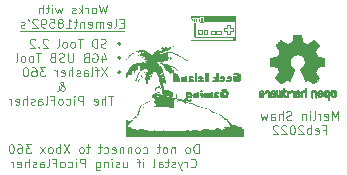
<source format=gbo>
%TF.GenerationSoftware,KiCad,Pcbnew,(6.0.1)*%
%TF.CreationDate,2022-03-09T13:14:17-07:00*%
%TF.ProjectId,MShaw_4gbNandExtensionQSB_V2.6,4d536861-775f-4346-9762-4e616e644578,rev?*%
%TF.SameCoordinates,Original*%
%TF.FileFunction,Legend,Bot*%
%TF.FilePolarity,Positive*%
%FSLAX46Y46*%
G04 Gerber Fmt 4.6, Leading zero omitted, Abs format (unit mm)*
G04 Created by KiCad (PCBNEW (6.0.1)) date 2022-03-09 13:14:17*
%MOMM*%
%LPD*%
G01*
G04 APERTURE LIST*
G04 Aperture macros list*
%AMRoundRect*
0 Rectangle with rounded corners*
0 $1 Rounding radius*
0 $2 $3 $4 $5 $6 $7 $8 $9 X,Y pos of 4 corners*
0 Add a 4 corners polygon primitive as box body*
4,1,4,$2,$3,$4,$5,$6,$7,$8,$9,$2,$3,0*
0 Add four circle primitives for the rounded corners*
1,1,$1+$1,$2,$3*
1,1,$1+$1,$4,$5*
1,1,$1+$1,$6,$7*
1,1,$1+$1,$8,$9*
0 Add four rect primitives between the rounded corners*
20,1,$1+$1,$2,$3,$4,$5,0*
20,1,$1+$1,$4,$5,$6,$7,0*
20,1,$1+$1,$6,$7,$8,$9,0*
20,1,$1+$1,$8,$9,$2,$3,0*%
G04 Aperture macros list end*
%ADD10C,0.100000*%
%ADD11C,0.150000*%
%ADD12C,0.075000*%
%ADD13C,0.010000*%
%ADD14RoundRect,0.250000X0.250000X-0.750000X0.250000X0.750000X-0.250000X0.750000X-0.250000X-0.750000X0*%
G04 APERTURE END LIST*
D10*
X147003401Y-100121300D02*
X155753401Y-100121300D01*
D11*
X155478401Y-102371300D02*
G75*
G03*
X155478401Y-102371300I-100000J0D01*
G01*
X155478401Y-101171300D02*
G75*
G03*
X155478401Y-101171300I-100000J0D01*
G01*
X155478401Y-103571300D02*
G75*
G03*
X155478401Y-103571300I-100000J0D01*
G01*
D10*
X173894943Y-107625635D02*
X173894943Y-106875635D01*
X173644943Y-107411350D01*
X173394943Y-106875635D01*
X173394943Y-107625635D01*
X172752086Y-107589921D02*
X172823515Y-107625635D01*
X172966372Y-107625635D01*
X173037801Y-107589921D01*
X173073515Y-107518492D01*
X173073515Y-107232778D01*
X173037801Y-107161350D01*
X172966372Y-107125635D01*
X172823515Y-107125635D01*
X172752086Y-107161350D01*
X172716372Y-107232778D01*
X172716372Y-107304207D01*
X173073515Y-107375635D01*
X172394943Y-107625635D02*
X172394943Y-107125635D01*
X172394943Y-107268492D02*
X172359229Y-107197064D01*
X172323515Y-107161350D01*
X172252086Y-107125635D01*
X172180658Y-107125635D01*
X171823515Y-107625635D02*
X171894943Y-107589921D01*
X171930658Y-107518492D01*
X171930658Y-106875635D01*
X171537801Y-107625635D02*
X171537801Y-107125635D01*
X171537801Y-106875635D02*
X171573515Y-106911350D01*
X171537801Y-106947064D01*
X171502086Y-106911350D01*
X171537801Y-106875635D01*
X171537801Y-106947064D01*
X171180658Y-107125635D02*
X171180658Y-107625635D01*
X171180658Y-107197064D02*
X171144943Y-107161350D01*
X171073515Y-107125635D01*
X170966372Y-107125635D01*
X170894943Y-107161350D01*
X170859229Y-107232778D01*
X170859229Y-107625635D01*
X169966372Y-107589921D02*
X169859229Y-107625635D01*
X169680658Y-107625635D01*
X169609229Y-107589921D01*
X169573515Y-107554207D01*
X169537801Y-107482778D01*
X169537801Y-107411350D01*
X169573515Y-107339921D01*
X169609229Y-107304207D01*
X169680658Y-107268492D01*
X169823515Y-107232778D01*
X169894943Y-107197064D01*
X169930658Y-107161350D01*
X169966372Y-107089921D01*
X169966372Y-107018492D01*
X169930658Y-106947064D01*
X169894943Y-106911350D01*
X169823515Y-106875635D01*
X169644943Y-106875635D01*
X169537801Y-106911350D01*
X169216372Y-107625635D02*
X169216372Y-106875635D01*
X168894943Y-107625635D02*
X168894943Y-107232778D01*
X168930658Y-107161350D01*
X169002086Y-107125635D01*
X169109229Y-107125635D01*
X169180658Y-107161350D01*
X169216372Y-107197064D01*
X168216372Y-107625635D02*
X168216372Y-107232778D01*
X168252086Y-107161350D01*
X168323515Y-107125635D01*
X168466372Y-107125635D01*
X168537801Y-107161350D01*
X168216372Y-107589921D02*
X168287801Y-107625635D01*
X168466372Y-107625635D01*
X168537801Y-107589921D01*
X168573515Y-107518492D01*
X168573515Y-107447064D01*
X168537801Y-107375635D01*
X168466372Y-107339921D01*
X168287801Y-107339921D01*
X168216372Y-107304207D01*
X167930658Y-107125635D02*
X167787801Y-107625635D01*
X167644943Y-107268492D01*
X167502086Y-107625635D01*
X167359229Y-107125635D01*
X172644943Y-108440278D02*
X172894943Y-108440278D01*
X172894943Y-108833135D02*
X172894943Y-108083135D01*
X172537801Y-108083135D01*
X171966372Y-108797421D02*
X172037801Y-108833135D01*
X172180658Y-108833135D01*
X172252086Y-108797421D01*
X172287801Y-108725992D01*
X172287801Y-108440278D01*
X172252086Y-108368850D01*
X172180658Y-108333135D01*
X172037801Y-108333135D01*
X171966372Y-108368850D01*
X171930658Y-108440278D01*
X171930658Y-108511707D01*
X172287801Y-108583135D01*
X171609229Y-108833135D02*
X171609229Y-108083135D01*
X171609229Y-108368850D02*
X171537801Y-108333135D01*
X171394943Y-108333135D01*
X171323515Y-108368850D01*
X171287801Y-108404564D01*
X171252086Y-108475992D01*
X171252086Y-108690278D01*
X171287801Y-108761707D01*
X171323515Y-108797421D01*
X171394943Y-108833135D01*
X171537801Y-108833135D01*
X171609229Y-108797421D01*
X170966372Y-108154564D02*
X170930658Y-108118850D01*
X170859229Y-108083135D01*
X170680658Y-108083135D01*
X170609229Y-108118850D01*
X170573515Y-108154564D01*
X170537801Y-108225992D01*
X170537801Y-108297421D01*
X170573515Y-108404564D01*
X171002086Y-108833135D01*
X170537801Y-108833135D01*
X170073515Y-108083135D02*
X170002086Y-108083135D01*
X169930658Y-108118850D01*
X169894943Y-108154564D01*
X169859229Y-108225992D01*
X169823515Y-108368850D01*
X169823515Y-108547421D01*
X169859229Y-108690278D01*
X169894943Y-108761707D01*
X169930658Y-108797421D01*
X170002086Y-108833135D01*
X170073515Y-108833135D01*
X170144943Y-108797421D01*
X170180658Y-108761707D01*
X170216372Y-108690278D01*
X170252086Y-108547421D01*
X170252086Y-108368850D01*
X170216372Y-108225992D01*
X170180658Y-108154564D01*
X170144943Y-108118850D01*
X170073515Y-108083135D01*
X169537801Y-108154564D02*
X169502086Y-108118850D01*
X169430658Y-108083135D01*
X169252086Y-108083135D01*
X169180658Y-108118850D01*
X169144943Y-108154564D01*
X169109229Y-108225992D01*
X169109229Y-108297421D01*
X169144943Y-108404564D01*
X169573515Y-108833135D01*
X169109229Y-108833135D01*
X168823515Y-108154564D02*
X168787801Y-108118850D01*
X168716372Y-108083135D01*
X168537801Y-108083135D01*
X168466372Y-108118850D01*
X168430658Y-108154564D01*
X168394943Y-108225992D01*
X168394943Y-108297421D01*
X168430658Y-108404564D01*
X168859229Y-108833135D01*
X168394943Y-108833135D01*
X154254115Y-101473621D02*
X154146972Y-101509335D01*
X153968401Y-101509335D01*
X153896972Y-101473621D01*
X153861258Y-101437907D01*
X153825543Y-101366478D01*
X153825543Y-101295050D01*
X153861258Y-101223621D01*
X153896972Y-101187907D01*
X153968401Y-101152192D01*
X154111258Y-101116478D01*
X154182686Y-101080764D01*
X154218401Y-101045050D01*
X154254115Y-100973621D01*
X154254115Y-100902192D01*
X154218401Y-100830764D01*
X154182686Y-100795050D01*
X154111258Y-100759335D01*
X153932686Y-100759335D01*
X153825543Y-100795050D01*
X153504115Y-101509335D02*
X153504115Y-100759335D01*
X153325543Y-100759335D01*
X153218401Y-100795050D01*
X153146972Y-100866478D01*
X153111258Y-100937907D01*
X153075543Y-101080764D01*
X153075543Y-101187907D01*
X153111258Y-101330764D01*
X153146972Y-101402192D01*
X153218401Y-101473621D01*
X153325543Y-101509335D01*
X153504115Y-101509335D01*
X152289829Y-100759335D02*
X151861258Y-100759335D01*
X152075543Y-101509335D02*
X152075543Y-100759335D01*
X151504115Y-101509335D02*
X151575543Y-101473621D01*
X151611258Y-101437907D01*
X151646972Y-101366478D01*
X151646972Y-101152192D01*
X151611258Y-101080764D01*
X151575543Y-101045050D01*
X151504115Y-101009335D01*
X151396972Y-101009335D01*
X151325543Y-101045050D01*
X151289829Y-101080764D01*
X151254115Y-101152192D01*
X151254115Y-101366478D01*
X151289829Y-101437907D01*
X151325543Y-101473621D01*
X151396972Y-101509335D01*
X151504115Y-101509335D01*
X150825543Y-101509335D02*
X150896972Y-101473621D01*
X150932686Y-101437907D01*
X150968401Y-101366478D01*
X150968401Y-101152192D01*
X150932686Y-101080764D01*
X150896972Y-101045050D01*
X150825543Y-101009335D01*
X150718401Y-101009335D01*
X150646972Y-101045050D01*
X150611258Y-101080764D01*
X150575543Y-101152192D01*
X150575543Y-101366478D01*
X150611258Y-101437907D01*
X150646972Y-101473621D01*
X150718401Y-101509335D01*
X150825543Y-101509335D01*
X150146972Y-101509335D02*
X150218401Y-101473621D01*
X150254115Y-101402192D01*
X150254115Y-100759335D01*
X149325543Y-100830764D02*
X149289829Y-100795050D01*
X149218401Y-100759335D01*
X149039829Y-100759335D01*
X148968401Y-100795050D01*
X148932686Y-100830764D01*
X148896972Y-100902192D01*
X148896972Y-100973621D01*
X148932686Y-101080764D01*
X149361258Y-101509335D01*
X148896972Y-101509335D01*
X148575543Y-101437907D02*
X148539829Y-101473621D01*
X148575543Y-101509335D01*
X148611258Y-101473621D01*
X148575543Y-101437907D01*
X148575543Y-101509335D01*
X148254115Y-100830764D02*
X148218401Y-100795050D01*
X148146972Y-100759335D01*
X147968401Y-100759335D01*
X147896972Y-100795050D01*
X147861258Y-100830764D01*
X147825543Y-100902192D01*
X147825543Y-100973621D01*
X147861258Y-101080764D01*
X148289829Y-101509335D01*
X147825543Y-101509335D01*
X153932686Y-102216835D02*
X153932686Y-102716835D01*
X154111258Y-101931121D02*
X154289829Y-102466835D01*
X153825543Y-102466835D01*
X153146972Y-102002550D02*
X153218401Y-101966835D01*
X153325543Y-101966835D01*
X153432686Y-102002550D01*
X153504115Y-102073978D01*
X153539829Y-102145407D01*
X153575543Y-102288264D01*
X153575543Y-102395407D01*
X153539829Y-102538264D01*
X153504115Y-102609692D01*
X153432686Y-102681121D01*
X153325543Y-102716835D01*
X153254115Y-102716835D01*
X153146972Y-102681121D01*
X153111258Y-102645407D01*
X153111258Y-102395407D01*
X153254115Y-102395407D01*
X152539829Y-102323978D02*
X152432686Y-102359692D01*
X152396972Y-102395407D01*
X152361258Y-102466835D01*
X152361258Y-102573978D01*
X152396972Y-102645407D01*
X152432686Y-102681121D01*
X152504115Y-102716835D01*
X152789829Y-102716835D01*
X152789829Y-101966835D01*
X152539829Y-101966835D01*
X152468401Y-102002550D01*
X152432686Y-102038264D01*
X152396972Y-102109692D01*
X152396972Y-102181121D01*
X152432686Y-102252550D01*
X152468401Y-102288264D01*
X152539829Y-102323978D01*
X152789829Y-102323978D01*
X151468401Y-101966835D02*
X151468401Y-102573978D01*
X151432686Y-102645407D01*
X151396972Y-102681121D01*
X151325543Y-102716835D01*
X151182686Y-102716835D01*
X151111258Y-102681121D01*
X151075543Y-102645407D01*
X151039829Y-102573978D01*
X151039829Y-101966835D01*
X150718401Y-102681121D02*
X150611258Y-102716835D01*
X150432686Y-102716835D01*
X150361258Y-102681121D01*
X150325543Y-102645407D01*
X150289829Y-102573978D01*
X150289829Y-102502550D01*
X150325543Y-102431121D01*
X150361258Y-102395407D01*
X150432686Y-102359692D01*
X150575543Y-102323978D01*
X150646972Y-102288264D01*
X150682686Y-102252550D01*
X150718401Y-102181121D01*
X150718401Y-102109692D01*
X150682686Y-102038264D01*
X150646972Y-102002550D01*
X150575543Y-101966835D01*
X150396972Y-101966835D01*
X150289829Y-102002550D01*
X149718401Y-102323978D02*
X149611258Y-102359692D01*
X149575543Y-102395407D01*
X149539829Y-102466835D01*
X149539829Y-102573978D01*
X149575543Y-102645407D01*
X149611258Y-102681121D01*
X149682686Y-102716835D01*
X149968401Y-102716835D01*
X149968401Y-101966835D01*
X149718401Y-101966835D01*
X149646972Y-102002550D01*
X149611258Y-102038264D01*
X149575543Y-102109692D01*
X149575543Y-102181121D01*
X149611258Y-102252550D01*
X149646972Y-102288264D01*
X149718401Y-102323978D01*
X149968401Y-102323978D01*
X148754115Y-101966835D02*
X148325543Y-101966835D01*
X148539829Y-102716835D02*
X148539829Y-101966835D01*
X147968401Y-102716835D02*
X148039829Y-102681121D01*
X148075543Y-102645407D01*
X148111258Y-102573978D01*
X148111258Y-102359692D01*
X148075543Y-102288264D01*
X148039829Y-102252550D01*
X147968401Y-102216835D01*
X147861258Y-102216835D01*
X147789829Y-102252550D01*
X147754115Y-102288264D01*
X147718401Y-102359692D01*
X147718401Y-102573978D01*
X147754115Y-102645407D01*
X147789829Y-102681121D01*
X147861258Y-102716835D01*
X147968401Y-102716835D01*
X147289829Y-102716835D02*
X147361258Y-102681121D01*
X147396972Y-102645407D01*
X147432686Y-102573978D01*
X147432686Y-102359692D01*
X147396972Y-102288264D01*
X147361258Y-102252550D01*
X147289829Y-102216835D01*
X147182686Y-102216835D01*
X147111258Y-102252550D01*
X147075543Y-102288264D01*
X147039829Y-102359692D01*
X147039829Y-102573978D01*
X147075543Y-102645407D01*
X147111258Y-102681121D01*
X147182686Y-102716835D01*
X147289829Y-102716835D01*
X146611258Y-102716835D02*
X146682686Y-102681121D01*
X146718401Y-102609692D01*
X146718401Y-101966835D01*
X154307686Y-103174335D02*
X153807686Y-103924335D01*
X153807686Y-103174335D02*
X154307686Y-103924335D01*
X153629115Y-103424335D02*
X153343401Y-103424335D01*
X153521972Y-103924335D02*
X153521972Y-103281478D01*
X153486258Y-103210050D01*
X153414829Y-103174335D01*
X153343401Y-103174335D01*
X152986258Y-103924335D02*
X153057686Y-103888621D01*
X153093401Y-103817192D01*
X153093401Y-103174335D01*
X152379115Y-103924335D02*
X152379115Y-103531478D01*
X152414829Y-103460050D01*
X152486258Y-103424335D01*
X152629115Y-103424335D01*
X152700543Y-103460050D01*
X152379115Y-103888621D02*
X152450543Y-103924335D01*
X152629115Y-103924335D01*
X152700543Y-103888621D01*
X152736258Y-103817192D01*
X152736258Y-103745764D01*
X152700543Y-103674335D01*
X152629115Y-103638621D01*
X152450543Y-103638621D01*
X152379115Y-103602907D01*
X152057686Y-103888621D02*
X151986258Y-103924335D01*
X151843401Y-103924335D01*
X151771972Y-103888621D01*
X151736258Y-103817192D01*
X151736258Y-103781478D01*
X151771972Y-103710050D01*
X151843401Y-103674335D01*
X151950543Y-103674335D01*
X152021972Y-103638621D01*
X152057686Y-103567192D01*
X152057686Y-103531478D01*
X152021972Y-103460050D01*
X151950543Y-103424335D01*
X151843401Y-103424335D01*
X151771972Y-103460050D01*
X151414829Y-103924335D02*
X151414829Y-103174335D01*
X151093401Y-103924335D02*
X151093401Y-103531478D01*
X151129115Y-103460050D01*
X151200543Y-103424335D01*
X151307686Y-103424335D01*
X151379115Y-103460050D01*
X151414829Y-103495764D01*
X150450543Y-103888621D02*
X150521972Y-103924335D01*
X150664829Y-103924335D01*
X150736258Y-103888621D01*
X150771972Y-103817192D01*
X150771972Y-103531478D01*
X150736258Y-103460050D01*
X150664829Y-103424335D01*
X150521972Y-103424335D01*
X150450543Y-103460050D01*
X150414829Y-103531478D01*
X150414829Y-103602907D01*
X150771972Y-103674335D01*
X150093401Y-103924335D02*
X150093401Y-103424335D01*
X150093401Y-103567192D02*
X150057686Y-103495764D01*
X150021972Y-103460050D01*
X149950543Y-103424335D01*
X149879115Y-103424335D01*
X149129115Y-103174335D02*
X148664829Y-103174335D01*
X148914829Y-103460050D01*
X148807686Y-103460050D01*
X148736258Y-103495764D01*
X148700543Y-103531478D01*
X148664829Y-103602907D01*
X148664829Y-103781478D01*
X148700543Y-103852907D01*
X148736258Y-103888621D01*
X148807686Y-103924335D01*
X149021972Y-103924335D01*
X149093401Y-103888621D01*
X149129115Y-103852907D01*
X148021972Y-103174335D02*
X148164829Y-103174335D01*
X148236258Y-103210050D01*
X148271972Y-103245764D01*
X148343401Y-103352907D01*
X148379115Y-103495764D01*
X148379115Y-103781478D01*
X148343401Y-103852907D01*
X148307686Y-103888621D01*
X148236258Y-103924335D01*
X148093401Y-103924335D01*
X148021972Y-103888621D01*
X147986258Y-103852907D01*
X147950543Y-103781478D01*
X147950543Y-103602907D01*
X147986258Y-103531478D01*
X148021972Y-103495764D01*
X148093401Y-103460050D01*
X148236258Y-103460050D01*
X148307686Y-103495764D01*
X148343401Y-103531478D01*
X148379115Y-103602907D01*
X147486258Y-103174335D02*
X147414829Y-103174335D01*
X147343401Y-103210050D01*
X147307686Y-103245764D01*
X147271972Y-103317192D01*
X147236258Y-103460050D01*
X147236258Y-103638621D01*
X147271972Y-103781478D01*
X147307686Y-103852907D01*
X147343401Y-103888621D01*
X147414829Y-103924335D01*
X147486258Y-103924335D01*
X147557686Y-103888621D01*
X147593401Y-103852907D01*
X147629115Y-103781478D01*
X147664829Y-103638621D01*
X147664829Y-103460050D01*
X147629115Y-103317192D01*
X147593401Y-103245764D01*
X147557686Y-103210050D01*
X147486258Y-103174335D01*
X150146972Y-105131835D02*
X150182686Y-105131835D01*
X150254115Y-105096121D01*
X150361258Y-104988978D01*
X150539829Y-104774692D01*
X150611258Y-104667550D01*
X150646972Y-104560407D01*
X150646972Y-104488978D01*
X150611258Y-104417550D01*
X150539829Y-104381835D01*
X150504115Y-104381835D01*
X150432686Y-104417550D01*
X150396972Y-104488978D01*
X150396972Y-104524692D01*
X150432686Y-104596121D01*
X150468401Y-104631835D01*
X150682686Y-104774692D01*
X150718401Y-104810407D01*
X150754115Y-104881835D01*
X150754115Y-104988978D01*
X150718401Y-105060407D01*
X150682686Y-105096121D01*
X150611258Y-105131835D01*
X150504115Y-105131835D01*
X150432686Y-105096121D01*
X150396972Y-105060407D01*
X150289829Y-104917550D01*
X150254115Y-104810407D01*
X150254115Y-104738978D01*
X154896972Y-105589335D02*
X154468401Y-105589335D01*
X154682686Y-106339335D02*
X154682686Y-105589335D01*
X154218401Y-106339335D02*
X154218401Y-105589335D01*
X153896972Y-106339335D02*
X153896972Y-105946478D01*
X153932686Y-105875050D01*
X154004115Y-105839335D01*
X154111258Y-105839335D01*
X154182686Y-105875050D01*
X154218401Y-105910764D01*
X153254115Y-106303621D02*
X153325543Y-106339335D01*
X153468401Y-106339335D01*
X153539829Y-106303621D01*
X153575543Y-106232192D01*
X153575543Y-105946478D01*
X153539829Y-105875050D01*
X153468401Y-105839335D01*
X153325543Y-105839335D01*
X153254115Y-105875050D01*
X153218401Y-105946478D01*
X153218401Y-106017907D01*
X153575543Y-106089335D01*
X152325543Y-106339335D02*
X152325543Y-105589335D01*
X152039829Y-105589335D01*
X151968401Y-105625050D01*
X151932686Y-105660764D01*
X151896972Y-105732192D01*
X151896972Y-105839335D01*
X151932686Y-105910764D01*
X151968401Y-105946478D01*
X152039829Y-105982192D01*
X152325543Y-105982192D01*
X151575543Y-106339335D02*
X151575543Y-105839335D01*
X151575543Y-105589335D02*
X151611258Y-105625050D01*
X151575543Y-105660764D01*
X151539829Y-105625050D01*
X151575543Y-105589335D01*
X151575543Y-105660764D01*
X150896972Y-106303621D02*
X150968401Y-106339335D01*
X151111258Y-106339335D01*
X151182686Y-106303621D01*
X151218401Y-106267907D01*
X151254115Y-106196478D01*
X151254115Y-105982192D01*
X151218401Y-105910764D01*
X151182686Y-105875050D01*
X151111258Y-105839335D01*
X150968401Y-105839335D01*
X150896972Y-105875050D01*
X150468401Y-106339335D02*
X150539829Y-106303621D01*
X150575543Y-106267907D01*
X150611258Y-106196478D01*
X150611258Y-105982192D01*
X150575543Y-105910764D01*
X150539829Y-105875050D01*
X150468401Y-105839335D01*
X150361258Y-105839335D01*
X150289829Y-105875050D01*
X150254115Y-105910764D01*
X150218401Y-105982192D01*
X150218401Y-106196478D01*
X150254115Y-106267907D01*
X150289829Y-106303621D01*
X150361258Y-106339335D01*
X150468401Y-106339335D01*
X149646972Y-105946478D02*
X149896972Y-105946478D01*
X149896972Y-106339335D02*
X149896972Y-105589335D01*
X149539829Y-105589335D01*
X149146972Y-106339335D02*
X149218401Y-106303621D01*
X149254115Y-106232192D01*
X149254115Y-105589335D01*
X148539829Y-106339335D02*
X148539829Y-105946478D01*
X148575543Y-105875050D01*
X148646972Y-105839335D01*
X148789829Y-105839335D01*
X148861258Y-105875050D01*
X148539829Y-106303621D02*
X148611258Y-106339335D01*
X148789829Y-106339335D01*
X148861258Y-106303621D01*
X148896972Y-106232192D01*
X148896972Y-106160764D01*
X148861258Y-106089335D01*
X148789829Y-106053621D01*
X148611258Y-106053621D01*
X148539829Y-106017907D01*
X148218401Y-106303621D02*
X148146972Y-106339335D01*
X148004115Y-106339335D01*
X147932686Y-106303621D01*
X147896972Y-106232192D01*
X147896972Y-106196478D01*
X147932686Y-106125050D01*
X148004115Y-106089335D01*
X148111258Y-106089335D01*
X148182686Y-106053621D01*
X148218401Y-105982192D01*
X148218401Y-105946478D01*
X148182686Y-105875050D01*
X148111258Y-105839335D01*
X148004115Y-105839335D01*
X147932686Y-105875050D01*
X147575543Y-106339335D02*
X147575543Y-105589335D01*
X147254115Y-106339335D02*
X147254115Y-105946478D01*
X147289829Y-105875050D01*
X147361258Y-105839335D01*
X147468401Y-105839335D01*
X147539829Y-105875050D01*
X147575543Y-105910764D01*
X146611258Y-106303621D02*
X146682686Y-106339335D01*
X146825543Y-106339335D01*
X146896972Y-106303621D01*
X146932686Y-106232192D01*
X146932686Y-105946478D01*
X146896972Y-105875050D01*
X146825543Y-105839335D01*
X146682686Y-105839335D01*
X146611258Y-105875050D01*
X146575543Y-105946478D01*
X146575543Y-106017907D01*
X146932686Y-106089335D01*
X146254115Y-106339335D02*
X146254115Y-105839335D01*
X146254115Y-105982192D02*
X146218401Y-105910764D01*
X146182686Y-105875050D01*
X146111258Y-105839335D01*
X146039829Y-105839335D01*
D12*
X162096258Y-110436835D02*
X162096258Y-109686835D01*
X161917686Y-109686835D01*
X161810543Y-109722550D01*
X161739115Y-109793978D01*
X161703401Y-109865407D01*
X161667686Y-110008264D01*
X161667686Y-110115407D01*
X161703401Y-110258264D01*
X161739115Y-110329692D01*
X161810543Y-110401121D01*
X161917686Y-110436835D01*
X162096258Y-110436835D01*
X161239115Y-110436835D02*
X161310543Y-110401121D01*
X161346258Y-110365407D01*
X161381972Y-110293978D01*
X161381972Y-110079692D01*
X161346258Y-110008264D01*
X161310543Y-109972550D01*
X161239115Y-109936835D01*
X161131972Y-109936835D01*
X161060543Y-109972550D01*
X161024829Y-110008264D01*
X160989115Y-110079692D01*
X160989115Y-110293978D01*
X161024829Y-110365407D01*
X161060543Y-110401121D01*
X161131972Y-110436835D01*
X161239115Y-110436835D01*
X160096258Y-109936835D02*
X160096258Y-110436835D01*
X160096258Y-110008264D02*
X160060543Y-109972550D01*
X159989115Y-109936835D01*
X159881972Y-109936835D01*
X159810543Y-109972550D01*
X159774829Y-110043978D01*
X159774829Y-110436835D01*
X159310543Y-110436835D02*
X159381972Y-110401121D01*
X159417686Y-110365407D01*
X159453401Y-110293978D01*
X159453401Y-110079692D01*
X159417686Y-110008264D01*
X159381972Y-109972550D01*
X159310543Y-109936835D01*
X159203401Y-109936835D01*
X159131972Y-109972550D01*
X159096258Y-110008264D01*
X159060543Y-110079692D01*
X159060543Y-110293978D01*
X159096258Y-110365407D01*
X159131972Y-110401121D01*
X159203401Y-110436835D01*
X159310543Y-110436835D01*
X158846258Y-109936835D02*
X158560543Y-109936835D01*
X158739115Y-109686835D02*
X158739115Y-110329692D01*
X158703401Y-110401121D01*
X158631972Y-110436835D01*
X158560543Y-110436835D01*
X157417686Y-110401121D02*
X157489115Y-110436835D01*
X157631972Y-110436835D01*
X157703401Y-110401121D01*
X157739115Y-110365407D01*
X157774829Y-110293978D01*
X157774829Y-110079692D01*
X157739115Y-110008264D01*
X157703401Y-109972550D01*
X157631972Y-109936835D01*
X157489115Y-109936835D01*
X157417686Y-109972550D01*
X156989115Y-110436835D02*
X157060543Y-110401121D01*
X157096258Y-110365407D01*
X157131972Y-110293978D01*
X157131972Y-110079692D01*
X157096258Y-110008264D01*
X157060543Y-109972550D01*
X156989115Y-109936835D01*
X156881972Y-109936835D01*
X156810543Y-109972550D01*
X156774829Y-110008264D01*
X156739115Y-110079692D01*
X156739115Y-110293978D01*
X156774829Y-110365407D01*
X156810543Y-110401121D01*
X156881972Y-110436835D01*
X156989115Y-110436835D01*
X156417686Y-109936835D02*
X156417686Y-110436835D01*
X156417686Y-110008264D02*
X156381972Y-109972550D01*
X156310543Y-109936835D01*
X156203401Y-109936835D01*
X156131972Y-109972550D01*
X156096258Y-110043978D01*
X156096258Y-110436835D01*
X155739115Y-109936835D02*
X155739115Y-110436835D01*
X155739115Y-110008264D02*
X155703401Y-109972550D01*
X155631972Y-109936835D01*
X155524829Y-109936835D01*
X155453401Y-109972550D01*
X155417686Y-110043978D01*
X155417686Y-110436835D01*
X154774829Y-110401121D02*
X154846258Y-110436835D01*
X154989115Y-110436835D01*
X155060543Y-110401121D01*
X155096258Y-110329692D01*
X155096258Y-110043978D01*
X155060543Y-109972550D01*
X154989115Y-109936835D01*
X154846258Y-109936835D01*
X154774829Y-109972550D01*
X154739115Y-110043978D01*
X154739115Y-110115407D01*
X155096258Y-110186835D01*
X154096258Y-110401121D02*
X154167686Y-110436835D01*
X154310543Y-110436835D01*
X154381972Y-110401121D01*
X154417686Y-110365407D01*
X154453401Y-110293978D01*
X154453401Y-110079692D01*
X154417686Y-110008264D01*
X154381972Y-109972550D01*
X154310543Y-109936835D01*
X154167686Y-109936835D01*
X154096258Y-109972550D01*
X153881972Y-109936835D02*
X153596258Y-109936835D01*
X153774829Y-109686835D02*
X153774829Y-110329692D01*
X153739115Y-110401121D01*
X153667686Y-110436835D01*
X153596258Y-110436835D01*
X152881972Y-109936835D02*
X152596258Y-109936835D01*
X152774829Y-109686835D02*
X152774829Y-110329692D01*
X152739115Y-110401121D01*
X152667686Y-110436835D01*
X152596258Y-110436835D01*
X152239115Y-110436835D02*
X152310543Y-110401121D01*
X152346258Y-110365407D01*
X152381972Y-110293978D01*
X152381972Y-110079692D01*
X152346258Y-110008264D01*
X152310543Y-109972550D01*
X152239115Y-109936835D01*
X152131972Y-109936835D01*
X152060543Y-109972550D01*
X152024829Y-110008264D01*
X151989115Y-110079692D01*
X151989115Y-110293978D01*
X152024829Y-110365407D01*
X152060543Y-110401121D01*
X152131972Y-110436835D01*
X152239115Y-110436835D01*
X151167686Y-109686835D02*
X150667686Y-110436835D01*
X150667686Y-109686835D02*
X151167686Y-110436835D01*
X150381972Y-110436835D02*
X150381972Y-109686835D01*
X150381972Y-109972550D02*
X150310543Y-109936835D01*
X150167686Y-109936835D01*
X150096258Y-109972550D01*
X150060543Y-110008264D01*
X150024829Y-110079692D01*
X150024829Y-110293978D01*
X150060543Y-110365407D01*
X150096258Y-110401121D01*
X150167686Y-110436835D01*
X150310543Y-110436835D01*
X150381972Y-110401121D01*
X149596258Y-110436835D02*
X149667686Y-110401121D01*
X149703401Y-110365407D01*
X149739115Y-110293978D01*
X149739115Y-110079692D01*
X149703401Y-110008264D01*
X149667686Y-109972550D01*
X149596258Y-109936835D01*
X149489115Y-109936835D01*
X149417686Y-109972550D01*
X149381972Y-110008264D01*
X149346258Y-110079692D01*
X149346258Y-110293978D01*
X149381972Y-110365407D01*
X149417686Y-110401121D01*
X149489115Y-110436835D01*
X149596258Y-110436835D01*
X149096258Y-110436835D02*
X148703401Y-109936835D01*
X149096258Y-109936835D02*
X148703401Y-110436835D01*
X147917686Y-109686835D02*
X147453401Y-109686835D01*
X147703401Y-109972550D01*
X147596258Y-109972550D01*
X147524829Y-110008264D01*
X147489115Y-110043978D01*
X147453401Y-110115407D01*
X147453401Y-110293978D01*
X147489115Y-110365407D01*
X147524829Y-110401121D01*
X147596258Y-110436835D01*
X147810543Y-110436835D01*
X147881972Y-110401121D01*
X147917686Y-110365407D01*
X146810543Y-109686835D02*
X146953401Y-109686835D01*
X147024829Y-109722550D01*
X147060543Y-109758264D01*
X147131972Y-109865407D01*
X147167686Y-110008264D01*
X147167686Y-110293978D01*
X147131972Y-110365407D01*
X147096258Y-110401121D01*
X147024829Y-110436835D01*
X146881972Y-110436835D01*
X146810543Y-110401121D01*
X146774829Y-110365407D01*
X146739115Y-110293978D01*
X146739115Y-110115407D01*
X146774829Y-110043978D01*
X146810543Y-110008264D01*
X146881972Y-109972550D01*
X147024829Y-109972550D01*
X147096258Y-110008264D01*
X147131972Y-110043978D01*
X147167686Y-110115407D01*
X146274829Y-109686835D02*
X146203401Y-109686835D01*
X146131972Y-109722550D01*
X146096258Y-109758264D01*
X146060543Y-109829692D01*
X146024829Y-109972550D01*
X146024829Y-110151121D01*
X146060543Y-110293978D01*
X146096258Y-110365407D01*
X146131972Y-110401121D01*
X146203401Y-110436835D01*
X146274829Y-110436835D01*
X146346258Y-110401121D01*
X146381972Y-110365407D01*
X146417686Y-110293978D01*
X146453401Y-110151121D01*
X146453401Y-109972550D01*
X146417686Y-109829692D01*
X146381972Y-109758264D01*
X146346258Y-109722550D01*
X146274829Y-109686835D01*
X161435543Y-111572907D02*
X161471258Y-111608621D01*
X161578401Y-111644335D01*
X161649829Y-111644335D01*
X161756972Y-111608621D01*
X161828401Y-111537192D01*
X161864115Y-111465764D01*
X161899829Y-111322907D01*
X161899829Y-111215764D01*
X161864115Y-111072907D01*
X161828401Y-111001478D01*
X161756972Y-110930050D01*
X161649829Y-110894335D01*
X161578401Y-110894335D01*
X161471258Y-110930050D01*
X161435543Y-110965764D01*
X161114115Y-111644335D02*
X161114115Y-111144335D01*
X161114115Y-111287192D02*
X161078401Y-111215764D01*
X161042686Y-111180050D01*
X160971258Y-111144335D01*
X160899829Y-111144335D01*
X160721258Y-111144335D02*
X160542686Y-111644335D01*
X160364115Y-111144335D02*
X160542686Y-111644335D01*
X160614115Y-111822907D01*
X160649829Y-111858621D01*
X160721258Y-111894335D01*
X160114115Y-111608621D02*
X160042686Y-111644335D01*
X159899829Y-111644335D01*
X159828401Y-111608621D01*
X159792686Y-111537192D01*
X159792686Y-111501478D01*
X159828401Y-111430050D01*
X159899829Y-111394335D01*
X160006972Y-111394335D01*
X160078401Y-111358621D01*
X160114115Y-111287192D01*
X160114115Y-111251478D01*
X160078401Y-111180050D01*
X160006972Y-111144335D01*
X159899829Y-111144335D01*
X159828401Y-111180050D01*
X159578401Y-111144335D02*
X159292686Y-111144335D01*
X159471258Y-110894335D02*
X159471258Y-111537192D01*
X159435543Y-111608621D01*
X159364115Y-111644335D01*
X159292686Y-111644335D01*
X158721258Y-111644335D02*
X158721258Y-111251478D01*
X158756972Y-111180050D01*
X158828401Y-111144335D01*
X158971258Y-111144335D01*
X159042686Y-111180050D01*
X158721258Y-111608621D02*
X158792686Y-111644335D01*
X158971258Y-111644335D01*
X159042686Y-111608621D01*
X159078401Y-111537192D01*
X159078401Y-111465764D01*
X159042686Y-111394335D01*
X158971258Y-111358621D01*
X158792686Y-111358621D01*
X158721258Y-111322907D01*
X158256972Y-111644335D02*
X158328401Y-111608621D01*
X158364115Y-111537192D01*
X158364115Y-110894335D01*
X157399829Y-111644335D02*
X157399829Y-111144335D01*
X157399829Y-110894335D02*
X157435543Y-110930050D01*
X157399829Y-110965764D01*
X157364115Y-110930050D01*
X157399829Y-110894335D01*
X157399829Y-110965764D01*
X157149829Y-111144335D02*
X156864115Y-111144335D01*
X157042686Y-111644335D02*
X157042686Y-111001478D01*
X157006972Y-110930050D01*
X156935543Y-110894335D01*
X156864115Y-110894335D01*
X155721258Y-111144335D02*
X155721258Y-111644335D01*
X156042686Y-111144335D02*
X156042686Y-111537192D01*
X156006972Y-111608621D01*
X155935543Y-111644335D01*
X155828401Y-111644335D01*
X155756972Y-111608621D01*
X155721258Y-111572907D01*
X155399829Y-111608621D02*
X155328401Y-111644335D01*
X155185543Y-111644335D01*
X155114115Y-111608621D01*
X155078401Y-111537192D01*
X155078401Y-111501478D01*
X155114115Y-111430050D01*
X155185543Y-111394335D01*
X155292686Y-111394335D01*
X155364115Y-111358621D01*
X155399829Y-111287192D01*
X155399829Y-111251478D01*
X155364115Y-111180050D01*
X155292686Y-111144335D01*
X155185543Y-111144335D01*
X155114115Y-111180050D01*
X154756972Y-111644335D02*
X154756972Y-111144335D01*
X154756972Y-110894335D02*
X154792686Y-110930050D01*
X154756972Y-110965764D01*
X154721258Y-110930050D01*
X154756972Y-110894335D01*
X154756972Y-110965764D01*
X154399829Y-111144335D02*
X154399829Y-111644335D01*
X154399829Y-111215764D02*
X154364115Y-111180050D01*
X154292686Y-111144335D01*
X154185543Y-111144335D01*
X154114115Y-111180050D01*
X154078401Y-111251478D01*
X154078401Y-111644335D01*
X153399829Y-111144335D02*
X153399829Y-111751478D01*
X153435543Y-111822907D01*
X153471258Y-111858621D01*
X153542686Y-111894335D01*
X153649829Y-111894335D01*
X153721258Y-111858621D01*
X153399829Y-111608621D02*
X153471258Y-111644335D01*
X153614115Y-111644335D01*
X153685543Y-111608621D01*
X153721258Y-111572907D01*
X153756972Y-111501478D01*
X153756972Y-111287192D01*
X153721258Y-111215764D01*
X153685543Y-111180050D01*
X153614115Y-111144335D01*
X153471258Y-111144335D01*
X153399829Y-111180050D01*
X152471258Y-111644335D02*
X152471258Y-110894335D01*
X152185543Y-110894335D01*
X152114115Y-110930050D01*
X152078401Y-110965764D01*
X152042686Y-111037192D01*
X152042686Y-111144335D01*
X152078401Y-111215764D01*
X152114115Y-111251478D01*
X152185543Y-111287192D01*
X152471258Y-111287192D01*
X151721258Y-111644335D02*
X151721258Y-111144335D01*
X151721258Y-110894335D02*
X151756972Y-110930050D01*
X151721258Y-110965764D01*
X151685543Y-110930050D01*
X151721258Y-110894335D01*
X151721258Y-110965764D01*
X151042686Y-111608621D02*
X151114115Y-111644335D01*
X151256972Y-111644335D01*
X151328401Y-111608621D01*
X151364115Y-111572907D01*
X151399829Y-111501478D01*
X151399829Y-111287192D01*
X151364115Y-111215764D01*
X151328401Y-111180050D01*
X151256972Y-111144335D01*
X151114115Y-111144335D01*
X151042686Y-111180050D01*
X150614115Y-111644335D02*
X150685543Y-111608621D01*
X150721258Y-111572907D01*
X150756972Y-111501478D01*
X150756972Y-111287192D01*
X150721258Y-111215764D01*
X150685543Y-111180050D01*
X150614115Y-111144335D01*
X150506972Y-111144335D01*
X150435543Y-111180050D01*
X150399829Y-111215764D01*
X150364115Y-111287192D01*
X150364115Y-111501478D01*
X150399829Y-111572907D01*
X150435543Y-111608621D01*
X150506972Y-111644335D01*
X150614115Y-111644335D01*
X149792686Y-111251478D02*
X150042686Y-111251478D01*
X150042686Y-111644335D02*
X150042686Y-110894335D01*
X149685543Y-110894335D01*
X149292686Y-111644335D02*
X149364115Y-111608621D01*
X149399829Y-111537192D01*
X149399829Y-110894335D01*
X148685543Y-111644335D02*
X148685543Y-111251478D01*
X148721258Y-111180050D01*
X148792686Y-111144335D01*
X148935543Y-111144335D01*
X149006972Y-111180050D01*
X148685543Y-111608621D02*
X148756972Y-111644335D01*
X148935543Y-111644335D01*
X149006972Y-111608621D01*
X149042686Y-111537192D01*
X149042686Y-111465764D01*
X149006972Y-111394335D01*
X148935543Y-111358621D01*
X148756972Y-111358621D01*
X148685543Y-111322907D01*
X148364115Y-111608621D02*
X148292686Y-111644335D01*
X148149829Y-111644335D01*
X148078401Y-111608621D01*
X148042686Y-111537192D01*
X148042686Y-111501478D01*
X148078401Y-111430050D01*
X148149829Y-111394335D01*
X148256972Y-111394335D01*
X148328401Y-111358621D01*
X148364115Y-111287192D01*
X148364115Y-111251478D01*
X148328401Y-111180050D01*
X148256972Y-111144335D01*
X148149829Y-111144335D01*
X148078401Y-111180050D01*
X147721258Y-111644335D02*
X147721258Y-110894335D01*
X147399829Y-111644335D02*
X147399829Y-111251478D01*
X147435543Y-111180050D01*
X147506972Y-111144335D01*
X147614115Y-111144335D01*
X147685543Y-111180050D01*
X147721258Y-111215764D01*
X146756972Y-111608621D02*
X146828401Y-111644335D01*
X146971258Y-111644335D01*
X147042686Y-111608621D01*
X147078401Y-111537192D01*
X147078401Y-111251478D01*
X147042686Y-111180050D01*
X146971258Y-111144335D01*
X146828401Y-111144335D01*
X146756972Y-111180050D01*
X146721258Y-111251478D01*
X146721258Y-111322907D01*
X147078401Y-111394335D01*
X146399829Y-111644335D02*
X146399829Y-111144335D01*
X146399829Y-111287192D02*
X146364115Y-111215764D01*
X146328401Y-111180050D01*
X146256972Y-111144335D01*
X146185543Y-111144335D01*
D10*
X154339115Y-97856835D02*
X154160543Y-98606835D01*
X154017686Y-98071121D01*
X153874829Y-98606835D01*
X153696258Y-97856835D01*
X153303401Y-98606835D02*
X153374829Y-98571121D01*
X153410543Y-98535407D01*
X153446258Y-98463978D01*
X153446258Y-98249692D01*
X153410543Y-98178264D01*
X153374829Y-98142550D01*
X153303401Y-98106835D01*
X153196258Y-98106835D01*
X153124829Y-98142550D01*
X153089115Y-98178264D01*
X153053401Y-98249692D01*
X153053401Y-98463978D01*
X153089115Y-98535407D01*
X153124829Y-98571121D01*
X153196258Y-98606835D01*
X153303401Y-98606835D01*
X152731972Y-98606835D02*
X152731972Y-98106835D01*
X152731972Y-98249692D02*
X152696258Y-98178264D01*
X152660543Y-98142550D01*
X152589115Y-98106835D01*
X152517686Y-98106835D01*
X152267686Y-98606835D02*
X152267686Y-97856835D01*
X152196258Y-98321121D02*
X151981972Y-98606835D01*
X151981972Y-98106835D02*
X152267686Y-98392550D01*
X151696258Y-98571121D02*
X151624829Y-98606835D01*
X151481972Y-98606835D01*
X151410543Y-98571121D01*
X151374829Y-98499692D01*
X151374829Y-98463978D01*
X151410543Y-98392550D01*
X151481972Y-98356835D01*
X151589115Y-98356835D01*
X151660543Y-98321121D01*
X151696258Y-98249692D01*
X151696258Y-98213978D01*
X151660543Y-98142550D01*
X151589115Y-98106835D01*
X151481972Y-98106835D01*
X151410543Y-98142550D01*
X150553401Y-98106835D02*
X150410543Y-98606835D01*
X150267686Y-98249692D01*
X150124829Y-98606835D01*
X149981972Y-98106835D01*
X149696258Y-98606835D02*
X149696258Y-98106835D01*
X149696258Y-97856835D02*
X149731972Y-97892550D01*
X149696258Y-97928264D01*
X149660543Y-97892550D01*
X149696258Y-97856835D01*
X149696258Y-97928264D01*
X149446258Y-98106835D02*
X149160543Y-98106835D01*
X149339115Y-97856835D02*
X149339115Y-98499692D01*
X149303401Y-98571121D01*
X149231972Y-98606835D01*
X149160543Y-98606835D01*
X148910543Y-98606835D02*
X148910543Y-97856835D01*
X148589115Y-98606835D02*
X148589115Y-98213978D01*
X148624829Y-98142550D01*
X148696258Y-98106835D01*
X148803401Y-98106835D01*
X148874829Y-98142550D01*
X148910543Y-98178264D01*
X155749829Y-99421478D02*
X155499829Y-99421478D01*
X155392686Y-99814335D02*
X155749829Y-99814335D01*
X155749829Y-99064335D01*
X155392686Y-99064335D01*
X154964115Y-99814335D02*
X155035543Y-99778621D01*
X155071258Y-99707192D01*
X155071258Y-99064335D01*
X154392686Y-99778621D02*
X154464115Y-99814335D01*
X154606972Y-99814335D01*
X154678401Y-99778621D01*
X154714115Y-99707192D01*
X154714115Y-99421478D01*
X154678401Y-99350050D01*
X154606972Y-99314335D01*
X154464115Y-99314335D01*
X154392686Y-99350050D01*
X154356972Y-99421478D01*
X154356972Y-99492907D01*
X154714115Y-99564335D01*
X154035543Y-99814335D02*
X154035543Y-99314335D01*
X154035543Y-99385764D02*
X153999829Y-99350050D01*
X153928401Y-99314335D01*
X153821258Y-99314335D01*
X153749829Y-99350050D01*
X153714115Y-99421478D01*
X153714115Y-99814335D01*
X153714115Y-99421478D02*
X153678401Y-99350050D01*
X153606972Y-99314335D01*
X153499829Y-99314335D01*
X153428401Y-99350050D01*
X153392686Y-99421478D01*
X153392686Y-99814335D01*
X152749829Y-99778621D02*
X152821258Y-99814335D01*
X152964115Y-99814335D01*
X153035543Y-99778621D01*
X153071258Y-99707192D01*
X153071258Y-99421478D01*
X153035543Y-99350050D01*
X152964115Y-99314335D01*
X152821258Y-99314335D01*
X152749829Y-99350050D01*
X152714115Y-99421478D01*
X152714115Y-99492907D01*
X153071258Y-99564335D01*
X152392686Y-99314335D02*
X152392686Y-99814335D01*
X152392686Y-99385764D02*
X152356972Y-99350050D01*
X152285543Y-99314335D01*
X152178401Y-99314335D01*
X152106972Y-99350050D01*
X152071258Y-99421478D01*
X152071258Y-99814335D01*
X151821258Y-99314335D02*
X151535543Y-99314335D01*
X151714115Y-99064335D02*
X151714115Y-99707192D01*
X151678401Y-99778621D01*
X151606972Y-99814335D01*
X151535543Y-99814335D01*
X150892686Y-99814335D02*
X151321258Y-99814335D01*
X151106972Y-99814335D02*
X151106972Y-99064335D01*
X151178401Y-99171478D01*
X151249829Y-99242907D01*
X151321258Y-99278621D01*
X150464115Y-99385764D02*
X150535543Y-99350050D01*
X150571258Y-99314335D01*
X150606972Y-99242907D01*
X150606972Y-99207192D01*
X150571258Y-99135764D01*
X150535543Y-99100050D01*
X150464115Y-99064335D01*
X150321258Y-99064335D01*
X150249829Y-99100050D01*
X150214115Y-99135764D01*
X150178401Y-99207192D01*
X150178401Y-99242907D01*
X150214115Y-99314335D01*
X150249829Y-99350050D01*
X150321258Y-99385764D01*
X150464115Y-99385764D01*
X150535543Y-99421478D01*
X150571258Y-99457192D01*
X150606972Y-99528621D01*
X150606972Y-99671478D01*
X150571258Y-99742907D01*
X150535543Y-99778621D01*
X150464115Y-99814335D01*
X150321258Y-99814335D01*
X150249829Y-99778621D01*
X150214115Y-99742907D01*
X150178401Y-99671478D01*
X150178401Y-99528621D01*
X150214115Y-99457192D01*
X150249829Y-99421478D01*
X150321258Y-99385764D01*
X149499829Y-99064335D02*
X149856972Y-99064335D01*
X149892686Y-99421478D01*
X149856972Y-99385764D01*
X149785543Y-99350050D01*
X149606972Y-99350050D01*
X149535543Y-99385764D01*
X149499829Y-99421478D01*
X149464115Y-99492907D01*
X149464115Y-99671478D01*
X149499829Y-99742907D01*
X149535543Y-99778621D01*
X149606972Y-99814335D01*
X149785543Y-99814335D01*
X149856972Y-99778621D01*
X149892686Y-99742907D01*
X149106972Y-99814335D02*
X148964115Y-99814335D01*
X148892686Y-99778621D01*
X148856972Y-99742907D01*
X148785543Y-99635764D01*
X148749829Y-99492907D01*
X148749829Y-99207192D01*
X148785543Y-99135764D01*
X148821258Y-99100050D01*
X148892686Y-99064335D01*
X149035543Y-99064335D01*
X149106972Y-99100050D01*
X149142686Y-99135764D01*
X149178401Y-99207192D01*
X149178401Y-99385764D01*
X149142686Y-99457192D01*
X149106972Y-99492907D01*
X149035543Y-99528621D01*
X148892686Y-99528621D01*
X148821258Y-99492907D01*
X148785543Y-99457192D01*
X148749829Y-99385764D01*
X148464115Y-99135764D02*
X148428401Y-99100050D01*
X148356972Y-99064335D01*
X148178401Y-99064335D01*
X148106972Y-99100050D01*
X148071258Y-99135764D01*
X148035543Y-99207192D01*
X148035543Y-99278621D01*
X148071258Y-99385764D01*
X148499829Y-99814335D01*
X148035543Y-99814335D01*
X147678401Y-99064335D02*
X147749829Y-99207192D01*
X147392686Y-99778621D02*
X147321258Y-99814335D01*
X147178401Y-99814335D01*
X147106972Y-99778621D01*
X147071258Y-99707192D01*
X147071258Y-99671478D01*
X147106972Y-99600050D01*
X147178401Y-99564335D01*
X147285543Y-99564335D01*
X147356972Y-99528621D01*
X147392686Y-99457192D01*
X147392686Y-99421478D01*
X147356972Y-99350050D01*
X147285543Y-99314335D01*
X147178401Y-99314335D01*
X147106972Y-99350050D01*
D13*
%TO.C,REF\u002A\u002A*%
X173418486Y-105087662D02*
X173350456Y-105123433D01*
X173350456Y-105123433D02*
X173300250Y-105181001D01*
X173300250Y-105181001D02*
X173282416Y-105218012D01*
X173282416Y-105218012D02*
X173268538Y-105273582D01*
X173268538Y-105273582D02*
X173261434Y-105343796D01*
X173261434Y-105343796D02*
X173260761Y-105420427D01*
X173260761Y-105420427D02*
X173266174Y-105495252D01*
X173266174Y-105495252D02*
X173277331Y-105560042D01*
X173277331Y-105560042D02*
X173293887Y-105606573D01*
X173293887Y-105606573D02*
X173298975Y-105614587D01*
X173298975Y-105614587D02*
X173359246Y-105674407D01*
X173359246Y-105674407D02*
X173430832Y-105710235D01*
X173430832Y-105710235D02*
X173508509Y-105720720D01*
X173508509Y-105720720D02*
X173587053Y-105704510D01*
X173587053Y-105704510D02*
X173608912Y-105694792D01*
X173608912Y-105694792D02*
X173651479Y-105664843D01*
X173651479Y-105664843D02*
X173688838Y-105625133D01*
X173688838Y-105625133D02*
X173692369Y-105620097D01*
X173692369Y-105620097D02*
X173706720Y-105595824D01*
X173706720Y-105595824D02*
X173716207Y-105569878D01*
X173716207Y-105569878D02*
X173721811Y-105535722D01*
X173721811Y-105535722D02*
X173724515Y-105486819D01*
X173724515Y-105486819D02*
X173725302Y-105416635D01*
X173725302Y-105416635D02*
X173725315Y-105400900D01*
X173725315Y-105400900D02*
X173725279Y-105395892D01*
X173725279Y-105395892D02*
X173580172Y-105395892D01*
X173580172Y-105395892D02*
X173579328Y-105462130D01*
X173579328Y-105462130D02*
X173576005Y-105506086D01*
X173576005Y-105506086D02*
X173569018Y-105534479D01*
X173569018Y-105534479D02*
X173557185Y-105554025D01*
X173557185Y-105554025D02*
X173551144Y-105560557D01*
X173551144Y-105560557D02*
X173516415Y-105585380D01*
X173516415Y-105585380D02*
X173482698Y-105584248D01*
X173482698Y-105584248D02*
X173448606Y-105562716D01*
X173448606Y-105562716D02*
X173428272Y-105539729D01*
X173428272Y-105539729D02*
X173416230Y-105506178D01*
X173416230Y-105506178D02*
X173409467Y-105453269D01*
X173409467Y-105453269D02*
X173409003Y-105447099D01*
X173409003Y-105447099D02*
X173407849Y-105351213D01*
X173407849Y-105351213D02*
X173419913Y-105279999D01*
X173419913Y-105279999D02*
X173445031Y-105233894D01*
X173445031Y-105233894D02*
X173483041Y-105213335D01*
X173483041Y-105213335D02*
X173496609Y-105212214D01*
X173496609Y-105212214D02*
X173532237Y-105217852D01*
X173532237Y-105217852D02*
X173556607Y-105237386D01*
X173556607Y-105237386D02*
X173571508Y-105274742D01*
X173571508Y-105274742D02*
X173578726Y-105333850D01*
X173578726Y-105333850D02*
X173580172Y-105395892D01*
X173580172Y-105395892D02*
X173725279Y-105395892D01*
X173725279Y-105395892D02*
X173724775Y-105326113D01*
X173724775Y-105326113D02*
X173722505Y-105273859D01*
X173722505Y-105273859D02*
X173717533Y-105237649D01*
X173717533Y-105237649D02*
X173708888Y-105210999D01*
X173708888Y-105210999D02*
X173695596Y-105187422D01*
X173695596Y-105187422D02*
X173692658Y-105183038D01*
X173692658Y-105183038D02*
X173643288Y-105123949D01*
X173643288Y-105123949D02*
X173589492Y-105089647D01*
X173589492Y-105089647D02*
X173523999Y-105076031D01*
X173523999Y-105076031D02*
X173501759Y-105075365D01*
X173501759Y-105075365D02*
X173418486Y-105087662D01*
X173418486Y-105087662D02*
X173418486Y-105087662D01*
G36*
X173725302Y-105416635D02*
G01*
X173724515Y-105486819D01*
X173721811Y-105535722D01*
X173716207Y-105569878D01*
X173706720Y-105595824D01*
X173692369Y-105620097D01*
X173688838Y-105625133D01*
X173651479Y-105664843D01*
X173608912Y-105694792D01*
X173587053Y-105704510D01*
X173508509Y-105720720D01*
X173430832Y-105710235D01*
X173359246Y-105674407D01*
X173298975Y-105614587D01*
X173293887Y-105606573D01*
X173277331Y-105560042D01*
X173266174Y-105495252D01*
X173260761Y-105420427D01*
X173261369Y-105351213D01*
X173407849Y-105351213D01*
X173409003Y-105447099D01*
X173409467Y-105453269D01*
X173416230Y-105506178D01*
X173428272Y-105539729D01*
X173448606Y-105562716D01*
X173482698Y-105584248D01*
X173516415Y-105585380D01*
X173551144Y-105560557D01*
X173557185Y-105554025D01*
X173569018Y-105534479D01*
X173576005Y-105506086D01*
X173579328Y-105462130D01*
X173580172Y-105395892D01*
X173578726Y-105333850D01*
X173571508Y-105274742D01*
X173556607Y-105237386D01*
X173532237Y-105217852D01*
X173496609Y-105212214D01*
X173483041Y-105213335D01*
X173445031Y-105233894D01*
X173419913Y-105279999D01*
X173407849Y-105351213D01*
X173261369Y-105351213D01*
X173261434Y-105343796D01*
X173268538Y-105273582D01*
X173282416Y-105218012D01*
X173300250Y-105181001D01*
X173350456Y-105123433D01*
X173418486Y-105087662D01*
X173501759Y-105075365D01*
X173523999Y-105076031D01*
X173589492Y-105089647D01*
X173643288Y-105123949D01*
X173692658Y-105183038D01*
X173695596Y-105187422D01*
X173708888Y-105210999D01*
X173717533Y-105237649D01*
X173722505Y-105273859D01*
X173724775Y-105326113D01*
X173725279Y-105395892D01*
X173725315Y-105400900D01*
X173725302Y-105416635D01*
G37*
X173725302Y-105416635D02*
X173724515Y-105486819D01*
X173721811Y-105535722D01*
X173716207Y-105569878D01*
X173706720Y-105595824D01*
X173692369Y-105620097D01*
X173688838Y-105625133D01*
X173651479Y-105664843D01*
X173608912Y-105694792D01*
X173587053Y-105704510D01*
X173508509Y-105720720D01*
X173430832Y-105710235D01*
X173359246Y-105674407D01*
X173298975Y-105614587D01*
X173293887Y-105606573D01*
X173277331Y-105560042D01*
X173266174Y-105495252D01*
X173260761Y-105420427D01*
X173261369Y-105351213D01*
X173407849Y-105351213D01*
X173409003Y-105447099D01*
X173409467Y-105453269D01*
X173416230Y-105506178D01*
X173428272Y-105539729D01*
X173448606Y-105562716D01*
X173482698Y-105584248D01*
X173516415Y-105585380D01*
X173551144Y-105560557D01*
X173557185Y-105554025D01*
X173569018Y-105534479D01*
X173576005Y-105506086D01*
X173579328Y-105462130D01*
X173580172Y-105395892D01*
X173578726Y-105333850D01*
X173571508Y-105274742D01*
X173556607Y-105237386D01*
X173532237Y-105217852D01*
X173496609Y-105212214D01*
X173483041Y-105213335D01*
X173445031Y-105233894D01*
X173419913Y-105279999D01*
X173407849Y-105351213D01*
X173261369Y-105351213D01*
X173261434Y-105343796D01*
X173268538Y-105273582D01*
X173282416Y-105218012D01*
X173300250Y-105181001D01*
X173350456Y-105123433D01*
X173418486Y-105087662D01*
X173501759Y-105075365D01*
X173523999Y-105076031D01*
X173589492Y-105089647D01*
X173643288Y-105123949D01*
X173692658Y-105183038D01*
X173695596Y-105187422D01*
X173708888Y-105210999D01*
X173717533Y-105237649D01*
X173722505Y-105273859D01*
X173724775Y-105326113D01*
X173725279Y-105395892D01*
X173725315Y-105400900D01*
X173725302Y-105416635D01*
X171743508Y-105093480D02*
X171696929Y-105120423D01*
X171696929Y-105120423D02*
X171664544Y-105147166D01*
X171664544Y-105147166D02*
X171640859Y-105175184D01*
X171640859Y-105175184D02*
X171624542Y-105209448D01*
X171624542Y-105209448D02*
X171614262Y-105254927D01*
X171614262Y-105254927D02*
X171608687Y-105316592D01*
X171608687Y-105316592D02*
X171606485Y-105399411D01*
X171606485Y-105399411D02*
X171606230Y-105458946D01*
X171606230Y-105458946D02*
X171606230Y-105678091D01*
X171606230Y-105678091D02*
X171667915Y-105705744D01*
X171667915Y-105705744D02*
X171729601Y-105733397D01*
X171729601Y-105733397D02*
X171736858Y-105493370D01*
X171736858Y-105493370D02*
X171739857Y-105403728D01*
X171739857Y-105403728D02*
X171743003Y-105338662D01*
X171743003Y-105338662D02*
X171746900Y-105293726D01*
X171746900Y-105293726D02*
X171752154Y-105264470D01*
X171752154Y-105264470D02*
X171759370Y-105246448D01*
X171759370Y-105246448D02*
X171769151Y-105235211D01*
X171769151Y-105235211D02*
X171772289Y-105232779D01*
X171772289Y-105232779D02*
X171819840Y-105213783D01*
X171819840Y-105213783D02*
X171867904Y-105221300D01*
X171867904Y-105221300D02*
X171896515Y-105241243D01*
X171896515Y-105241243D02*
X171908154Y-105255375D01*
X171908154Y-105255375D02*
X171916210Y-105273920D01*
X171916210Y-105273920D02*
X171921330Y-105302034D01*
X171921330Y-105302034D02*
X171924160Y-105344873D01*
X171924160Y-105344873D02*
X171925345Y-105407595D01*
X171925345Y-105407595D02*
X171925544Y-105472961D01*
X171925544Y-105472961D02*
X171925583Y-105554968D01*
X171925583Y-105554968D02*
X171926987Y-105613016D01*
X171926987Y-105613016D02*
X171931687Y-105652165D01*
X171931687Y-105652165D02*
X171941614Y-105677480D01*
X171941614Y-105677480D02*
X171958698Y-105694023D01*
X171958698Y-105694023D02*
X171984869Y-105706856D01*
X171984869Y-105706856D02*
X172019826Y-105720191D01*
X172019826Y-105720191D02*
X172058005Y-105734707D01*
X172058005Y-105734707D02*
X172053460Y-105477089D01*
X172053460Y-105477089D02*
X172051630Y-105384219D01*
X172051630Y-105384219D02*
X172049489Y-105315589D01*
X172049489Y-105315589D02*
X172046420Y-105266411D01*
X172046420Y-105266411D02*
X172041807Y-105231898D01*
X172041807Y-105231898D02*
X172035033Y-105207262D01*
X172035033Y-105207262D02*
X172025482Y-105187716D01*
X172025482Y-105187716D02*
X172013967Y-105170470D01*
X172013967Y-105170470D02*
X171958411Y-105115380D01*
X171958411Y-105115380D02*
X171890621Y-105083522D01*
X171890621Y-105083522D02*
X171816888Y-105075891D01*
X171816888Y-105075891D02*
X171743508Y-105093480D01*
X171743508Y-105093480D02*
X171743508Y-105093480D01*
G36*
X171890621Y-105083522D02*
G01*
X171958411Y-105115380D01*
X172013967Y-105170470D01*
X172025482Y-105187716D01*
X172035033Y-105207262D01*
X172041807Y-105231898D01*
X172046420Y-105266411D01*
X172049489Y-105315589D01*
X172051630Y-105384219D01*
X172053460Y-105477089D01*
X172058005Y-105734707D01*
X172019826Y-105720191D01*
X171984869Y-105706856D01*
X171958698Y-105694023D01*
X171941614Y-105677480D01*
X171931687Y-105652165D01*
X171926987Y-105613016D01*
X171925583Y-105554968D01*
X171925544Y-105472961D01*
X171925345Y-105407595D01*
X171924160Y-105344873D01*
X171921330Y-105302034D01*
X171916210Y-105273920D01*
X171908154Y-105255375D01*
X171896515Y-105241243D01*
X171867904Y-105221300D01*
X171819840Y-105213783D01*
X171772289Y-105232779D01*
X171769151Y-105235211D01*
X171759370Y-105246448D01*
X171752154Y-105264470D01*
X171746900Y-105293726D01*
X171743003Y-105338662D01*
X171739857Y-105403728D01*
X171736858Y-105493370D01*
X171729601Y-105733397D01*
X171667915Y-105705744D01*
X171606230Y-105678091D01*
X171606230Y-105458946D01*
X171606485Y-105399411D01*
X171608687Y-105316592D01*
X171614262Y-105254927D01*
X171624542Y-105209448D01*
X171640859Y-105175184D01*
X171664544Y-105147166D01*
X171696929Y-105120423D01*
X171743508Y-105093480D01*
X171816888Y-105075891D01*
X171890621Y-105083522D01*
G37*
X171890621Y-105083522D02*
X171958411Y-105115380D01*
X172013967Y-105170470D01*
X172025482Y-105187716D01*
X172035033Y-105207262D01*
X172041807Y-105231898D01*
X172046420Y-105266411D01*
X172049489Y-105315589D01*
X172051630Y-105384219D01*
X172053460Y-105477089D01*
X172058005Y-105734707D01*
X172019826Y-105720191D01*
X171984869Y-105706856D01*
X171958698Y-105694023D01*
X171941614Y-105677480D01*
X171931687Y-105652165D01*
X171926987Y-105613016D01*
X171925583Y-105554968D01*
X171925544Y-105472961D01*
X171925345Y-105407595D01*
X171924160Y-105344873D01*
X171921330Y-105302034D01*
X171916210Y-105273920D01*
X171908154Y-105255375D01*
X171896515Y-105241243D01*
X171867904Y-105221300D01*
X171819840Y-105213783D01*
X171772289Y-105232779D01*
X171769151Y-105235211D01*
X171759370Y-105246448D01*
X171752154Y-105264470D01*
X171746900Y-105293726D01*
X171743003Y-105338662D01*
X171739857Y-105403728D01*
X171736858Y-105493370D01*
X171729601Y-105733397D01*
X171667915Y-105705744D01*
X171606230Y-105678091D01*
X171606230Y-105458946D01*
X171606485Y-105399411D01*
X171608687Y-105316592D01*
X171614262Y-105254927D01*
X171624542Y-105209448D01*
X171640859Y-105175184D01*
X171664544Y-105147166D01*
X171696929Y-105120423D01*
X171743508Y-105093480D01*
X171816888Y-105075891D01*
X171890621Y-105083522D01*
X168314725Y-105122035D02*
X168272934Y-105141044D01*
X168272934Y-105141044D02*
X168240132Y-105164078D01*
X168240132Y-105164078D02*
X168216098Y-105189833D01*
X168216098Y-105189833D02*
X168199504Y-105223058D01*
X168199504Y-105223058D02*
X168189024Y-105268500D01*
X168189024Y-105268500D02*
X168183330Y-105330907D01*
X168183330Y-105330907D02*
X168181094Y-105415027D01*
X168181094Y-105415027D02*
X168180858Y-105470421D01*
X168180858Y-105470421D02*
X168180858Y-105686526D01*
X168180858Y-105686526D02*
X168217827Y-105703370D01*
X168217827Y-105703370D02*
X168246945Y-105715681D01*
X168246945Y-105715681D02*
X168261370Y-105720214D01*
X168261370Y-105720214D02*
X168264129Y-105706725D01*
X168264129Y-105706725D02*
X168266319Y-105670353D01*
X168266319Y-105670353D02*
X168267659Y-105617242D01*
X168267659Y-105617242D02*
X168267944Y-105575072D01*
X168267944Y-105575072D02*
X168269167Y-105514147D01*
X168269167Y-105514147D02*
X168272465Y-105465815D01*
X168272465Y-105465815D02*
X168277280Y-105436218D01*
X168277280Y-105436218D02*
X168281105Y-105429929D01*
X168281105Y-105429929D02*
X168306818Y-105436352D01*
X168306818Y-105436352D02*
X168347183Y-105452825D01*
X168347183Y-105452825D02*
X168393922Y-105475158D01*
X168393922Y-105475158D02*
X168438756Y-105499157D01*
X168438756Y-105499157D02*
X168473408Y-105520630D01*
X168473408Y-105520630D02*
X168489599Y-105535385D01*
X168489599Y-105535385D02*
X168489663Y-105535545D01*
X168489663Y-105535545D02*
X168488271Y-105562852D01*
X168488271Y-105562852D02*
X168475783Y-105588919D01*
X168475783Y-105588919D02*
X168453858Y-105610092D01*
X168453858Y-105610092D02*
X168421858Y-105617174D01*
X168421858Y-105617174D02*
X168394509Y-105616349D01*
X168394509Y-105616349D02*
X168355775Y-105615742D01*
X168355775Y-105615742D02*
X168335443Y-105624816D01*
X168335443Y-105624816D02*
X168323232Y-105648792D01*
X168323232Y-105648792D02*
X168321692Y-105653313D01*
X168321692Y-105653313D02*
X168316398Y-105687506D01*
X168316398Y-105687506D02*
X168330554Y-105708268D01*
X168330554Y-105708268D02*
X168367453Y-105718162D01*
X168367453Y-105718162D02*
X168407312Y-105719992D01*
X168407312Y-105719992D02*
X168479039Y-105706427D01*
X168479039Y-105706427D02*
X168516169Y-105687055D01*
X168516169Y-105687055D02*
X168562025Y-105641545D01*
X168562025Y-105641545D02*
X168586345Y-105585683D01*
X168586345Y-105585683D02*
X168588528Y-105526657D01*
X168588528Y-105526657D02*
X168567972Y-105471653D01*
X168567972Y-105471653D02*
X168537052Y-105437186D01*
X168537052Y-105437186D02*
X168506181Y-105417889D01*
X168506181Y-105417889D02*
X168457659Y-105393459D01*
X168457659Y-105393459D02*
X168401116Y-105368685D01*
X168401116Y-105368685D02*
X168391691Y-105364899D01*
X168391691Y-105364899D02*
X168329582Y-105337491D01*
X168329582Y-105337491D02*
X168293779Y-105313334D01*
X168293779Y-105313334D02*
X168282264Y-105289319D01*
X168282264Y-105289319D02*
X168293021Y-105262335D01*
X168293021Y-105262335D02*
X168311487Y-105241243D01*
X168311487Y-105241243D02*
X168355132Y-105215272D01*
X168355132Y-105215272D02*
X168403155Y-105213324D01*
X168403155Y-105213324D02*
X168447195Y-105233337D01*
X168447195Y-105233337D02*
X168478892Y-105273251D01*
X168478892Y-105273251D02*
X168483052Y-105283548D01*
X168483052Y-105283548D02*
X168507274Y-105321424D01*
X168507274Y-105321424D02*
X168542636Y-105349542D01*
X168542636Y-105349542D02*
X168587258Y-105372617D01*
X168587258Y-105372617D02*
X168587258Y-105307185D01*
X168587258Y-105307185D02*
X168584632Y-105267206D01*
X168584632Y-105267206D02*
X168573371Y-105235697D01*
X168573371Y-105235697D02*
X168548402Y-105202078D01*
X168548402Y-105202078D02*
X168524432Y-105176184D01*
X168524432Y-105176184D02*
X168487160Y-105139517D01*
X168487160Y-105139517D02*
X168458200Y-105119821D01*
X168458200Y-105119821D02*
X168427096Y-105111920D01*
X168427096Y-105111920D02*
X168391888Y-105110614D01*
X168391888Y-105110614D02*
X168314725Y-105122035D01*
X168314725Y-105122035D02*
X168314725Y-105122035D01*
G36*
X168427096Y-105111920D02*
G01*
X168458200Y-105119821D01*
X168487160Y-105139517D01*
X168524432Y-105176184D01*
X168548402Y-105202078D01*
X168573371Y-105235697D01*
X168584632Y-105267206D01*
X168587258Y-105307185D01*
X168587258Y-105372617D01*
X168542636Y-105349542D01*
X168507274Y-105321424D01*
X168483052Y-105283548D01*
X168478892Y-105273251D01*
X168447195Y-105233337D01*
X168403155Y-105213324D01*
X168355132Y-105215272D01*
X168311487Y-105241243D01*
X168293021Y-105262335D01*
X168282264Y-105289319D01*
X168293779Y-105313334D01*
X168329582Y-105337491D01*
X168391691Y-105364899D01*
X168401116Y-105368685D01*
X168457659Y-105393459D01*
X168506181Y-105417889D01*
X168537052Y-105437186D01*
X168567972Y-105471653D01*
X168588528Y-105526657D01*
X168586345Y-105585683D01*
X168562025Y-105641545D01*
X168516169Y-105687055D01*
X168479039Y-105706427D01*
X168407312Y-105719992D01*
X168367453Y-105718162D01*
X168330554Y-105708268D01*
X168316398Y-105687506D01*
X168321692Y-105653313D01*
X168323232Y-105648792D01*
X168335443Y-105624816D01*
X168355775Y-105615742D01*
X168394509Y-105616349D01*
X168421858Y-105617174D01*
X168453858Y-105610092D01*
X168475783Y-105588919D01*
X168488271Y-105562852D01*
X168489663Y-105535545D01*
X168489599Y-105535385D01*
X168473408Y-105520630D01*
X168438756Y-105499157D01*
X168393922Y-105475158D01*
X168347183Y-105452825D01*
X168306818Y-105436352D01*
X168281105Y-105429929D01*
X168277280Y-105436218D01*
X168272465Y-105465815D01*
X168269167Y-105514147D01*
X168267944Y-105575072D01*
X168267659Y-105617242D01*
X168266319Y-105670353D01*
X168264129Y-105706725D01*
X168261370Y-105720214D01*
X168246945Y-105715681D01*
X168217827Y-105703370D01*
X168180858Y-105686526D01*
X168180858Y-105470421D01*
X168181094Y-105415027D01*
X168183330Y-105330907D01*
X168189024Y-105268500D01*
X168199504Y-105223058D01*
X168216098Y-105189833D01*
X168240132Y-105164078D01*
X168272934Y-105141044D01*
X168314725Y-105122035D01*
X168391888Y-105110614D01*
X168427096Y-105111920D01*
G37*
X168427096Y-105111920D02*
X168458200Y-105119821D01*
X168487160Y-105139517D01*
X168524432Y-105176184D01*
X168548402Y-105202078D01*
X168573371Y-105235697D01*
X168584632Y-105267206D01*
X168587258Y-105307185D01*
X168587258Y-105372617D01*
X168542636Y-105349542D01*
X168507274Y-105321424D01*
X168483052Y-105283548D01*
X168478892Y-105273251D01*
X168447195Y-105233337D01*
X168403155Y-105213324D01*
X168355132Y-105215272D01*
X168311487Y-105241243D01*
X168293021Y-105262335D01*
X168282264Y-105289319D01*
X168293779Y-105313334D01*
X168329582Y-105337491D01*
X168391691Y-105364899D01*
X168401116Y-105368685D01*
X168457659Y-105393459D01*
X168506181Y-105417889D01*
X168537052Y-105437186D01*
X168567972Y-105471653D01*
X168588528Y-105526657D01*
X168586345Y-105585683D01*
X168562025Y-105641545D01*
X168516169Y-105687055D01*
X168479039Y-105706427D01*
X168407312Y-105719992D01*
X168367453Y-105718162D01*
X168330554Y-105708268D01*
X168316398Y-105687506D01*
X168321692Y-105653313D01*
X168323232Y-105648792D01*
X168335443Y-105624816D01*
X168355775Y-105615742D01*
X168394509Y-105616349D01*
X168421858Y-105617174D01*
X168453858Y-105610092D01*
X168475783Y-105588919D01*
X168488271Y-105562852D01*
X168489663Y-105535545D01*
X168489599Y-105535385D01*
X168473408Y-105520630D01*
X168438756Y-105499157D01*
X168393922Y-105475158D01*
X168347183Y-105452825D01*
X168306818Y-105436352D01*
X168281105Y-105429929D01*
X168277280Y-105436218D01*
X168272465Y-105465815D01*
X168269167Y-105514147D01*
X168267944Y-105575072D01*
X168267659Y-105617242D01*
X168266319Y-105670353D01*
X168264129Y-105706725D01*
X168261370Y-105720214D01*
X168246945Y-105715681D01*
X168217827Y-105703370D01*
X168180858Y-105686526D01*
X168180858Y-105470421D01*
X168181094Y-105415027D01*
X168183330Y-105330907D01*
X168189024Y-105268500D01*
X168199504Y-105223058D01*
X168216098Y-105189833D01*
X168240132Y-105164078D01*
X168272934Y-105141044D01*
X168314725Y-105122035D01*
X168391888Y-105110614D01*
X168427096Y-105111920D01*
X170355691Y-100408048D02*
X170277147Y-100408478D01*
X170277147Y-100408478D02*
X170220303Y-100409642D01*
X170220303Y-100409642D02*
X170181496Y-100411907D01*
X170181496Y-100411907D02*
X170157063Y-100415640D01*
X170157063Y-100415640D02*
X170143339Y-100421206D01*
X170143339Y-100421206D02*
X170136661Y-100428973D01*
X170136661Y-100428973D02*
X170133365Y-100439305D01*
X170133365Y-100439305D02*
X170133045Y-100440643D01*
X170133045Y-100440643D02*
X170128039Y-100464779D01*
X170128039Y-100464779D02*
X170118772Y-100512401D01*
X170118772Y-100512401D02*
X170106209Y-100578441D01*
X170106209Y-100578441D02*
X170091314Y-100657828D01*
X170091314Y-100657828D02*
X170075050Y-100745496D01*
X170075050Y-100745496D02*
X170074482Y-100748575D01*
X170074482Y-100748575D02*
X170058191Y-100834489D01*
X170058191Y-100834489D02*
X170042949Y-100910396D01*
X170042949Y-100910396D02*
X170029740Y-100971745D01*
X170029740Y-100971745D02*
X170019547Y-101013982D01*
X170019547Y-101013982D02*
X170013353Y-101032555D01*
X170013353Y-101032555D02*
X170013058Y-101032884D01*
X170013058Y-101032884D02*
X169994813Y-101041953D01*
X169994813Y-101041953D02*
X169957196Y-101057067D01*
X169957196Y-101057067D02*
X169908330Y-101074962D01*
X169908330Y-101074962D02*
X169908058Y-101075058D01*
X169908058Y-101075058D02*
X169846508Y-101098193D01*
X169846508Y-101098193D02*
X169773944Y-101127665D01*
X169773944Y-101127665D02*
X169705544Y-101157297D01*
X169705544Y-101157297D02*
X169702307Y-101158762D01*
X169702307Y-101158762D02*
X169590899Y-101209326D01*
X169590899Y-101209326D02*
X169344202Y-101040860D01*
X169344202Y-101040860D02*
X169268524Y-100989503D01*
X169268524Y-100989503D02*
X169199970Y-100943589D01*
X169199970Y-100943589D02*
X169142513Y-100905730D01*
X169142513Y-100905730D02*
X169100125Y-100878537D01*
X169100125Y-100878537D02*
X169076776Y-100864621D01*
X169076776Y-100864621D02*
X169074559Y-100863589D01*
X169074559Y-100863589D02*
X169057591Y-100868184D01*
X169057591Y-100868184D02*
X169025900Y-100890355D01*
X169025900Y-100890355D02*
X168978249Y-100931147D01*
X168978249Y-100931147D02*
X168913403Y-100991605D01*
X168913403Y-100991605D02*
X168847204Y-101055927D01*
X168847204Y-101055927D02*
X168783387Y-101119312D01*
X168783387Y-101119312D02*
X168726272Y-101177151D01*
X168726272Y-101177151D02*
X168679296Y-101225875D01*
X168679296Y-101225875D02*
X168645898Y-101261910D01*
X168645898Y-101261910D02*
X168629516Y-101281684D01*
X168629516Y-101281684D02*
X168628907Y-101282702D01*
X168628907Y-101282702D02*
X168627096Y-101296272D01*
X168627096Y-101296272D02*
X168633918Y-101318433D01*
X168633918Y-101318433D02*
X168651061Y-101352178D01*
X168651061Y-101352178D02*
X168680208Y-101400500D01*
X168680208Y-101400500D02*
X168723046Y-101466392D01*
X168723046Y-101466392D02*
X168780153Y-101551217D01*
X168780153Y-101551217D02*
X168830835Y-101625877D01*
X168830835Y-101625877D02*
X168876140Y-101692840D01*
X168876140Y-101692840D02*
X168913451Y-101748216D01*
X168913451Y-101748216D02*
X168940149Y-101788120D01*
X168940149Y-101788120D02*
X168953616Y-101808662D01*
X168953616Y-101808662D02*
X168954464Y-101810056D01*
X168954464Y-101810056D02*
X168952820Y-101829738D01*
X168952820Y-101829738D02*
X168940356Y-101867993D01*
X168940356Y-101867993D02*
X168919553Y-101917589D01*
X168919553Y-101917589D02*
X168912139Y-101933428D01*
X168912139Y-101933428D02*
X168879787Y-102003990D01*
X168879787Y-102003990D02*
X168845273Y-102084053D01*
X168845273Y-102084053D02*
X168817236Y-102153329D01*
X168817236Y-102153329D02*
X168797033Y-102204745D01*
X168797033Y-102204745D02*
X168780986Y-102243819D01*
X168780986Y-102243819D02*
X168771713Y-102264241D01*
X168771713Y-102264241D02*
X168770560Y-102265814D01*
X168770560Y-102265814D02*
X168753505Y-102268421D01*
X168753505Y-102268421D02*
X168713303Y-102275563D01*
X168713303Y-102275563D02*
X168655299Y-102286223D01*
X168655299Y-102286223D02*
X168584838Y-102299385D01*
X168584838Y-102299385D02*
X168507266Y-102314033D01*
X168507266Y-102314033D02*
X168427929Y-102329149D01*
X168427929Y-102329149D02*
X168352170Y-102343718D01*
X168352170Y-102343718D02*
X168285337Y-102356722D01*
X168285337Y-102356722D02*
X168232773Y-102367145D01*
X168232773Y-102367145D02*
X168199825Y-102373970D01*
X168199825Y-102373970D02*
X168191744Y-102375899D01*
X168191744Y-102375899D02*
X168183396Y-102380662D01*
X168183396Y-102380662D02*
X168177095Y-102391418D01*
X168177095Y-102391418D02*
X168172556Y-102411798D01*
X168172556Y-102411798D02*
X168169497Y-102445434D01*
X168169497Y-102445434D02*
X168167634Y-102495955D01*
X168167634Y-102495955D02*
X168166683Y-102566992D01*
X168166683Y-102566992D02*
X168166361Y-102662176D01*
X168166361Y-102662176D02*
X168166344Y-102701192D01*
X168166344Y-102701192D02*
X168166344Y-103018499D01*
X168166344Y-103018499D02*
X168242544Y-103033539D01*
X168242544Y-103033539D02*
X168284938Y-103041695D01*
X168284938Y-103041695D02*
X168348201Y-103053599D01*
X168348201Y-103053599D02*
X168424639Y-103067816D01*
X168424639Y-103067816D02*
X168506558Y-103082910D01*
X168506558Y-103082910D02*
X168529201Y-103087055D01*
X168529201Y-103087055D02*
X168604795Y-103101753D01*
X168604795Y-103101753D02*
X168670648Y-103116205D01*
X168670648Y-103116205D02*
X168721235Y-103129075D01*
X168721235Y-103129075D02*
X168751027Y-103139022D01*
X168751027Y-103139022D02*
X168755989Y-103141987D01*
X168755989Y-103141987D02*
X168768175Y-103162983D01*
X168768175Y-103162983D02*
X168785648Y-103203667D01*
X168785648Y-103203667D02*
X168805024Y-103256022D01*
X168805024Y-103256022D02*
X168808867Y-103267300D01*
X168808867Y-103267300D02*
X168834262Y-103337223D01*
X168834262Y-103337223D02*
X168865784Y-103416118D01*
X168865784Y-103416118D02*
X168896632Y-103486966D01*
X168896632Y-103486966D02*
X168896784Y-103487295D01*
X168896784Y-103487295D02*
X168948154Y-103598433D01*
X168948154Y-103598433D02*
X168779202Y-103846953D01*
X168779202Y-103846953D02*
X168610249Y-104095472D01*
X168610249Y-104095472D02*
X168827172Y-104312758D01*
X168827172Y-104312758D02*
X168892782Y-104377426D01*
X168892782Y-104377426D02*
X168952622Y-104434433D01*
X168952622Y-104434433D02*
X169003334Y-104480733D01*
X169003334Y-104480733D02*
X169041555Y-104513284D01*
X169041555Y-104513284D02*
X169063926Y-104529043D01*
X169063926Y-104529043D02*
X169067135Y-104530043D01*
X169067135Y-104530043D02*
X169085975Y-104522169D01*
X169085975Y-104522169D02*
X169124421Y-104500278D01*
X169124421Y-104500278D02*
X169178271Y-104466967D01*
X169178271Y-104466967D02*
X169243325Y-104424831D01*
X169243325Y-104424831D02*
X169313661Y-104377643D01*
X169313661Y-104377643D02*
X169385046Y-104329510D01*
X169385046Y-104329510D02*
X169448693Y-104287628D01*
X169448693Y-104287628D02*
X169500560Y-104254571D01*
X169500560Y-104254571D02*
X169536606Y-104232918D01*
X169536606Y-104232918D02*
X169552734Y-104225243D01*
X169552734Y-104225243D02*
X169572412Y-104231737D01*
X169572412Y-104231737D02*
X169609726Y-104248850D01*
X169609726Y-104248850D02*
X169656980Y-104273026D01*
X169656980Y-104273026D02*
X169661989Y-104275713D01*
X169661989Y-104275713D02*
X169725624Y-104307627D01*
X169725624Y-104307627D02*
X169769260Y-104323279D01*
X169769260Y-104323279D02*
X169796399Y-104323445D01*
X169796399Y-104323445D02*
X169810544Y-104308904D01*
X169810544Y-104308904D02*
X169810626Y-104308700D01*
X169810626Y-104308700D02*
X169817696Y-104291479D01*
X169817696Y-104291479D02*
X169834559Y-104250599D01*
X169834559Y-104250599D02*
X169859906Y-104189225D01*
X169859906Y-104189225D02*
X169892430Y-104110519D01*
X169892430Y-104110519D02*
X169930823Y-104017647D01*
X169930823Y-104017647D02*
X169973779Y-103913772D01*
X169973779Y-103913772D02*
X170015379Y-103813202D01*
X170015379Y-103813202D02*
X170061097Y-103702216D01*
X170061097Y-103702216D02*
X170103075Y-103599403D01*
X170103075Y-103599403D02*
X170140053Y-103507915D01*
X170140053Y-103507915D02*
X170170774Y-103430901D01*
X170170774Y-103430901D02*
X170193979Y-103371515D01*
X170193979Y-103371515D02*
X170208411Y-103332909D01*
X170208411Y-103332909D02*
X170212858Y-103318500D01*
X170212858Y-103318500D02*
X170201705Y-103301972D01*
X170201705Y-103301972D02*
X170172532Y-103275630D01*
X170172532Y-103275630D02*
X170133630Y-103246587D01*
X170133630Y-103246587D02*
X170022844Y-103154739D01*
X170022844Y-103154739D02*
X169936250Y-103049459D01*
X169936250Y-103049459D02*
X169874885Y-102932966D01*
X169874885Y-102932966D02*
X169839786Y-102807476D01*
X169839786Y-102807476D02*
X169831993Y-102675207D01*
X169831993Y-102675207D02*
X169837658Y-102614157D01*
X169837658Y-102614157D02*
X169868523Y-102487495D01*
X169868523Y-102487495D02*
X169921681Y-102375641D01*
X169921681Y-102375641D02*
X169993834Y-102279701D01*
X169993834Y-102279701D02*
X170081684Y-102200776D01*
X170081684Y-102200776D02*
X170181936Y-102139970D01*
X170181936Y-102139970D02*
X170291291Y-102098387D01*
X170291291Y-102098387D02*
X170406454Y-102077128D01*
X170406454Y-102077128D02*
X170524126Y-102077299D01*
X170524126Y-102077299D02*
X170641011Y-102100001D01*
X170641011Y-102100001D02*
X170753812Y-102146338D01*
X170753812Y-102146338D02*
X170859232Y-102217413D01*
X170859232Y-102217413D02*
X170903233Y-102257611D01*
X170903233Y-102257611D02*
X170987622Y-102360829D01*
X170987622Y-102360829D02*
X171046379Y-102473625D01*
X171046379Y-102473625D02*
X171079897Y-102592710D01*
X171079897Y-102592710D02*
X171088566Y-102714795D01*
X171088566Y-102714795D02*
X171072778Y-102836593D01*
X171072778Y-102836593D02*
X171032923Y-102954816D01*
X171032923Y-102954816D02*
X170969394Y-103066175D01*
X170969394Y-103066175D02*
X170882580Y-103167384D01*
X170882580Y-103167384D02*
X170785572Y-103246587D01*
X170785572Y-103246587D02*
X170745164Y-103276862D01*
X170745164Y-103276862D02*
X170716619Y-103302919D01*
X170716619Y-103302919D02*
X170706344Y-103318525D01*
X170706344Y-103318525D02*
X170711724Y-103335543D01*
X170711724Y-103335543D02*
X170727026Y-103376200D01*
X170727026Y-103376200D02*
X170750989Y-103437342D01*
X170750989Y-103437342D02*
X170782357Y-103515819D01*
X170782357Y-103515819D02*
X170819869Y-103608480D01*
X170819869Y-103608480D02*
X170862268Y-103712172D01*
X170862268Y-103712172D02*
X170903938Y-103813226D01*
X170903938Y-103813226D02*
X170949911Y-103924307D01*
X170949911Y-103924307D02*
X170992494Y-104027241D01*
X170992494Y-104027241D02*
X171030380Y-104118865D01*
X171030380Y-104118865D02*
X171062261Y-104196016D01*
X171062261Y-104196016D02*
X171086830Y-104255531D01*
X171086830Y-104255531D02*
X171102781Y-104294244D01*
X171102781Y-104294244D02*
X171108691Y-104308700D01*
X171108691Y-104308700D02*
X171122653Y-104323385D01*
X171122653Y-104323385D02*
X171149661Y-104323342D01*
X171149661Y-104323342D02*
X171193188Y-104307799D01*
X171193188Y-104307799D02*
X171256711Y-104275984D01*
X171256711Y-104275984D02*
X171257213Y-104275713D01*
X171257213Y-104275713D02*
X171305041Y-104251023D01*
X171305041Y-104251023D02*
X171343704Y-104233038D01*
X171343704Y-104233038D02*
X171365506Y-104225314D01*
X171365506Y-104225314D02*
X171366468Y-104225243D01*
X171366468Y-104225243D02*
X171382880Y-104233078D01*
X171382880Y-104233078D02*
X171419114Y-104254865D01*
X171419114Y-104254865D02*
X171471127Y-104288028D01*
X171471127Y-104288028D02*
X171534876Y-104329991D01*
X171534876Y-104329991D02*
X171605541Y-104377643D01*
X171605541Y-104377643D02*
X171677485Y-104425891D01*
X171677485Y-104425891D02*
X171742327Y-104467851D01*
X171742327Y-104467851D02*
X171795866Y-104500927D01*
X171795866Y-104500927D02*
X171833904Y-104522521D01*
X171833904Y-104522521D02*
X171852068Y-104530043D01*
X171852068Y-104530043D02*
X171868793Y-104520157D01*
X171868793Y-104520157D02*
X171902421Y-104492526D01*
X171902421Y-104492526D02*
X171949591Y-104450195D01*
X171949591Y-104450195D02*
X172006943Y-104396205D01*
X172006943Y-104396205D02*
X172071117Y-104333599D01*
X172071117Y-104333599D02*
X172092104Y-104312683D01*
X172092104Y-104312683D02*
X172309102Y-104095323D01*
X172309102Y-104095323D02*
X172143933Y-103852920D01*
X172143933Y-103852920D02*
X172093737Y-103778481D01*
X172093737Y-103778481D02*
X172049682Y-103711672D01*
X172049682Y-103711672D02*
X172014239Y-103656365D01*
X172014239Y-103656365D02*
X171989882Y-103616429D01*
X171989882Y-103616429D02*
X171979079Y-103595736D01*
X171979079Y-103595736D02*
X171978763Y-103594263D01*
X171978763Y-103594263D02*
X171984458Y-103574758D01*
X171984458Y-103574758D02*
X171999775Y-103535522D01*
X171999775Y-103535522D02*
X172022064Y-103483130D01*
X172022064Y-103483130D02*
X172037708Y-103448055D01*
X172037708Y-103448055D02*
X172066960Y-103380901D01*
X172066960Y-103380901D02*
X172094507Y-103313058D01*
X172094507Y-103313058D02*
X172115864Y-103255734D01*
X172115864Y-103255734D02*
X172121666Y-103238272D01*
X172121666Y-103238272D02*
X172138149Y-103191638D01*
X172138149Y-103191638D02*
X172154261Y-103155605D01*
X172154261Y-103155605D02*
X172163111Y-103141987D01*
X172163111Y-103141987D02*
X172182641Y-103133652D01*
X172182641Y-103133652D02*
X172225267Y-103121837D01*
X172225267Y-103121837D02*
X172285456Y-103107881D01*
X172285456Y-103107881D02*
X172357679Y-103093122D01*
X172357679Y-103093122D02*
X172390001Y-103087055D01*
X172390001Y-103087055D02*
X172472079Y-103071973D01*
X172472079Y-103071973D02*
X172550806Y-103057369D01*
X172550806Y-103057369D02*
X172618492Y-103044680D01*
X172618492Y-103044680D02*
X172667441Y-103035342D01*
X172667441Y-103035342D02*
X172676658Y-103033539D01*
X172676658Y-103033539D02*
X172752858Y-103018499D01*
X172752858Y-103018499D02*
X172752858Y-102701192D01*
X172752858Y-102701192D02*
X172752687Y-102596854D01*
X172752687Y-102596854D02*
X172751985Y-102517913D01*
X172751985Y-102517913D02*
X172750467Y-102460738D01*
X172750467Y-102460738D02*
X172747852Y-102421699D01*
X172747852Y-102421699D02*
X172743855Y-102397165D01*
X172743855Y-102397165D02*
X172738192Y-102383505D01*
X172738192Y-102383505D02*
X172730581Y-102377089D01*
X172730581Y-102377089D02*
X172727458Y-102375899D01*
X172727458Y-102375899D02*
X172708623Y-102371680D01*
X172708623Y-102371680D02*
X172667013Y-102363262D01*
X172667013Y-102363262D02*
X172607971Y-102351661D01*
X172607971Y-102351661D02*
X172536844Y-102337895D01*
X172536844Y-102337895D02*
X172458976Y-102322980D01*
X172458976Y-102322980D02*
X172379714Y-102307932D01*
X172379714Y-102307932D02*
X172304403Y-102293769D01*
X172304403Y-102293769D02*
X172238388Y-102281506D01*
X172238388Y-102281506D02*
X172187014Y-102272161D01*
X172187014Y-102272161D02*
X172155626Y-102266750D01*
X172155626Y-102266750D02*
X172148642Y-102265814D01*
X172148642Y-102265814D02*
X172142316Y-102253296D01*
X172142316Y-102253296D02*
X172128311Y-102219946D01*
X172128311Y-102219946D02*
X172109246Y-102172077D01*
X172109246Y-102172077D02*
X172101967Y-102153329D01*
X172101967Y-102153329D02*
X172072605Y-102080895D01*
X172072605Y-102080895D02*
X172038030Y-102000870D01*
X172038030Y-102000870D02*
X172007064Y-101933428D01*
X172007064Y-101933428D02*
X171984278Y-101881859D01*
X171984278Y-101881859D02*
X171969119Y-101839485D01*
X171969119Y-101839485D02*
X171964059Y-101813534D01*
X171964059Y-101813534D02*
X171964865Y-101810056D01*
X171964865Y-101810056D02*
X171975560Y-101793636D01*
X171975560Y-101793636D02*
X171999981Y-101757117D01*
X171999981Y-101757117D02*
X172035506Y-101704387D01*
X172035506Y-101704387D02*
X172079514Y-101639335D01*
X172079514Y-101639335D02*
X172129384Y-101565851D01*
X172129384Y-101565851D02*
X172139245Y-101551345D01*
X172139245Y-101551345D02*
X172197109Y-101465404D01*
X172197109Y-101465404D02*
X172239645Y-101399961D01*
X172239645Y-101399961D02*
X172268547Y-101352004D01*
X172268547Y-101352004D02*
X172285511Y-101318520D01*
X172285511Y-101318520D02*
X172292234Y-101296495D01*
X172292234Y-101296495D02*
X172290411Y-101282917D01*
X172290411Y-101282917D02*
X172290365Y-101282831D01*
X172290365Y-101282831D02*
X172276015Y-101264997D01*
X172276015Y-101264997D02*
X172244278Y-101230517D01*
X172244278Y-101230517D02*
X172198591Y-101182968D01*
X172198591Y-101182968D02*
X172142397Y-101125922D01*
X172142397Y-101125922D02*
X172079133Y-101062955D01*
X172079133Y-101062955D02*
X172071999Y-101055927D01*
X172071999Y-101055927D02*
X171992271Y-100978720D01*
X171992271Y-100978720D02*
X171930744Y-100922030D01*
X171930744Y-100922030D02*
X171886180Y-100884810D01*
X171886180Y-100884810D02*
X171857344Y-100866015D01*
X171857344Y-100866015D02*
X171844643Y-100863589D01*
X171844643Y-100863589D02*
X171826107Y-100874171D01*
X171826107Y-100874171D02*
X171787640Y-100898616D01*
X171787640Y-100898616D02*
X171733215Y-100934312D01*
X171733215Y-100934312D02*
X171666803Y-100978647D01*
X171666803Y-100978647D02*
X171592376Y-101029011D01*
X171592376Y-101029011D02*
X171575000Y-101040860D01*
X171575000Y-101040860D02*
X171328304Y-101209326D01*
X171328304Y-101209326D02*
X171216895Y-101158762D01*
X171216895Y-101158762D02*
X171149144Y-101129295D01*
X171149144Y-101129295D02*
X171076418Y-101099659D01*
X171076418Y-101099659D02*
X171013898Y-101076030D01*
X171013898Y-101076030D02*
X171011144Y-101075058D01*
X171011144Y-101075058D02*
X170962241Y-101057157D01*
X170962241Y-101057157D02*
X170924544Y-101042020D01*
X170924544Y-101042020D02*
X170906176Y-101032910D01*
X170906176Y-101032910D02*
X170906145Y-101032884D01*
X170906145Y-101032884D02*
X170900316Y-101016417D01*
X170900316Y-101016417D02*
X170890409Y-100975919D01*
X170890409Y-100975919D02*
X170877406Y-100915942D01*
X170877406Y-100915942D02*
X170862292Y-100841040D01*
X170862292Y-100841040D02*
X170846049Y-100755764D01*
X170846049Y-100755764D02*
X170844720Y-100748575D01*
X170844720Y-100748575D02*
X170828426Y-100660714D01*
X170828426Y-100660714D02*
X170813468Y-100580960D01*
X170813468Y-100580960D02*
X170800810Y-100514381D01*
X170800810Y-100514381D02*
X170791415Y-100466047D01*
X170791415Y-100466047D02*
X170786247Y-100441025D01*
X170786247Y-100441025D02*
X170786157Y-100440643D01*
X170786157Y-100440643D02*
X170783012Y-100429999D01*
X170783012Y-100429999D02*
X170776897Y-100421962D01*
X170776897Y-100421962D02*
X170764148Y-100416167D01*
X170764148Y-100416167D02*
X170741101Y-100412247D01*
X170741101Y-100412247D02*
X170704092Y-100409835D01*
X170704092Y-100409835D02*
X170649457Y-100408565D01*
X170649457Y-100408565D02*
X170573534Y-100408071D01*
X170573534Y-100408071D02*
X170472657Y-100407986D01*
X170472657Y-100407986D02*
X170459601Y-100407986D01*
X170459601Y-100407986D02*
X170355691Y-100408048D01*
X170355691Y-100408048D02*
X170355691Y-100408048D01*
G36*
X170573534Y-100408071D02*
G01*
X170649457Y-100408565D01*
X170704092Y-100409835D01*
X170741101Y-100412247D01*
X170764148Y-100416167D01*
X170776897Y-100421962D01*
X170783012Y-100429999D01*
X170786157Y-100440643D01*
X170786247Y-100441025D01*
X170791415Y-100466047D01*
X170800810Y-100514381D01*
X170813468Y-100580960D01*
X170828426Y-100660714D01*
X170844720Y-100748575D01*
X170846049Y-100755764D01*
X170862292Y-100841040D01*
X170877406Y-100915942D01*
X170890409Y-100975919D01*
X170900316Y-101016417D01*
X170906145Y-101032884D01*
X170906176Y-101032910D01*
X170924544Y-101042020D01*
X170962241Y-101057157D01*
X171011144Y-101075058D01*
X171013898Y-101076030D01*
X171076418Y-101099659D01*
X171149144Y-101129295D01*
X171216895Y-101158762D01*
X171328304Y-101209326D01*
X171575000Y-101040860D01*
X171592376Y-101029011D01*
X171666803Y-100978647D01*
X171733215Y-100934312D01*
X171787640Y-100898616D01*
X171826107Y-100874171D01*
X171844643Y-100863589D01*
X171857344Y-100866015D01*
X171886180Y-100884810D01*
X171930744Y-100922030D01*
X171992271Y-100978720D01*
X172071999Y-101055927D01*
X172079133Y-101062955D01*
X172142397Y-101125922D01*
X172198591Y-101182968D01*
X172244278Y-101230517D01*
X172276015Y-101264997D01*
X172290365Y-101282831D01*
X172290411Y-101282917D01*
X172292234Y-101296495D01*
X172285511Y-101318520D01*
X172268547Y-101352004D01*
X172239645Y-101399961D01*
X172197109Y-101465404D01*
X172139245Y-101551345D01*
X172129384Y-101565851D01*
X172079514Y-101639335D01*
X172035506Y-101704387D01*
X171999981Y-101757117D01*
X171975560Y-101793636D01*
X171964865Y-101810056D01*
X171964059Y-101813534D01*
X171969119Y-101839485D01*
X171984278Y-101881859D01*
X172007064Y-101933428D01*
X172038030Y-102000870D01*
X172072605Y-102080895D01*
X172101967Y-102153329D01*
X172109246Y-102172077D01*
X172128311Y-102219946D01*
X172142316Y-102253296D01*
X172148642Y-102265814D01*
X172155626Y-102266750D01*
X172187014Y-102272161D01*
X172238388Y-102281506D01*
X172304403Y-102293769D01*
X172379714Y-102307932D01*
X172458976Y-102322980D01*
X172536844Y-102337895D01*
X172607971Y-102351661D01*
X172667013Y-102363262D01*
X172708623Y-102371680D01*
X172727458Y-102375899D01*
X172730581Y-102377089D01*
X172738192Y-102383505D01*
X172743855Y-102397165D01*
X172747852Y-102421699D01*
X172750467Y-102460738D01*
X172751985Y-102517913D01*
X172752687Y-102596854D01*
X172752858Y-102701192D01*
X172752858Y-103018499D01*
X172676658Y-103033539D01*
X172667441Y-103035342D01*
X172618492Y-103044680D01*
X172550806Y-103057369D01*
X172472079Y-103071973D01*
X172390001Y-103087055D01*
X172357679Y-103093122D01*
X172285456Y-103107881D01*
X172225267Y-103121837D01*
X172182641Y-103133652D01*
X172163111Y-103141987D01*
X172154261Y-103155605D01*
X172138149Y-103191638D01*
X172121666Y-103238272D01*
X172115864Y-103255734D01*
X172094507Y-103313058D01*
X172066960Y-103380901D01*
X172037708Y-103448055D01*
X172022064Y-103483130D01*
X171999775Y-103535522D01*
X171984458Y-103574758D01*
X171978763Y-103594263D01*
X171979079Y-103595736D01*
X171989882Y-103616429D01*
X172014239Y-103656365D01*
X172049682Y-103711672D01*
X172093737Y-103778481D01*
X172143933Y-103852920D01*
X172309102Y-104095323D01*
X172092104Y-104312683D01*
X172071117Y-104333599D01*
X172006943Y-104396205D01*
X171949591Y-104450195D01*
X171902421Y-104492526D01*
X171868793Y-104520157D01*
X171852068Y-104530043D01*
X171833904Y-104522521D01*
X171795866Y-104500927D01*
X171742327Y-104467851D01*
X171677485Y-104425891D01*
X171605541Y-104377643D01*
X171534876Y-104329991D01*
X171471127Y-104288028D01*
X171419114Y-104254865D01*
X171382880Y-104233078D01*
X171366468Y-104225243D01*
X171365506Y-104225314D01*
X171343704Y-104233038D01*
X171305041Y-104251023D01*
X171257213Y-104275713D01*
X171256711Y-104275984D01*
X171193188Y-104307799D01*
X171149661Y-104323342D01*
X171122653Y-104323385D01*
X171108691Y-104308700D01*
X171102781Y-104294244D01*
X171086830Y-104255531D01*
X171062261Y-104196016D01*
X171030380Y-104118865D01*
X170992494Y-104027241D01*
X170949911Y-103924307D01*
X170903938Y-103813226D01*
X170862268Y-103712172D01*
X170819869Y-103608480D01*
X170782357Y-103515819D01*
X170750989Y-103437342D01*
X170727026Y-103376200D01*
X170711724Y-103335543D01*
X170706344Y-103318525D01*
X170716619Y-103302919D01*
X170745164Y-103276862D01*
X170785572Y-103246587D01*
X170882580Y-103167384D01*
X170969394Y-103066175D01*
X171032923Y-102954816D01*
X171072778Y-102836593D01*
X171088566Y-102714795D01*
X171079897Y-102592710D01*
X171046379Y-102473625D01*
X170987622Y-102360829D01*
X170903233Y-102257611D01*
X170859232Y-102217413D01*
X170753812Y-102146338D01*
X170641011Y-102100001D01*
X170524126Y-102077299D01*
X170406454Y-102077128D01*
X170291291Y-102098387D01*
X170181936Y-102139970D01*
X170081684Y-102200776D01*
X169993834Y-102279701D01*
X169921681Y-102375641D01*
X169868523Y-102487495D01*
X169837658Y-102614157D01*
X169831993Y-102675207D01*
X169839786Y-102807476D01*
X169874885Y-102932966D01*
X169936250Y-103049459D01*
X170022844Y-103154739D01*
X170133630Y-103246587D01*
X170172532Y-103275630D01*
X170201705Y-103301972D01*
X170212858Y-103318500D01*
X170208411Y-103332909D01*
X170193979Y-103371515D01*
X170170774Y-103430901D01*
X170140053Y-103507915D01*
X170103075Y-103599403D01*
X170061097Y-103702216D01*
X170015379Y-103813202D01*
X169973779Y-103913772D01*
X169930823Y-104017647D01*
X169892430Y-104110519D01*
X169859906Y-104189225D01*
X169834559Y-104250599D01*
X169817696Y-104291479D01*
X169810626Y-104308700D01*
X169810544Y-104308904D01*
X169796399Y-104323445D01*
X169769260Y-104323279D01*
X169725624Y-104307627D01*
X169661989Y-104275713D01*
X169656980Y-104273026D01*
X169609726Y-104248850D01*
X169572412Y-104231737D01*
X169552734Y-104225243D01*
X169536606Y-104232918D01*
X169500560Y-104254571D01*
X169448693Y-104287628D01*
X169385046Y-104329510D01*
X169313661Y-104377643D01*
X169243325Y-104424831D01*
X169178271Y-104466967D01*
X169124421Y-104500278D01*
X169085975Y-104522169D01*
X169067135Y-104530043D01*
X169063926Y-104529043D01*
X169041555Y-104513284D01*
X169003334Y-104480733D01*
X168952622Y-104434433D01*
X168892782Y-104377426D01*
X168827172Y-104312758D01*
X168610249Y-104095472D01*
X168779202Y-103846953D01*
X168948154Y-103598433D01*
X168896784Y-103487295D01*
X168896632Y-103486966D01*
X168865784Y-103416118D01*
X168834262Y-103337223D01*
X168808867Y-103267300D01*
X168805024Y-103256022D01*
X168785648Y-103203667D01*
X168768175Y-103162983D01*
X168755989Y-103141987D01*
X168751027Y-103139022D01*
X168721235Y-103129075D01*
X168670648Y-103116205D01*
X168604795Y-103101753D01*
X168529201Y-103087055D01*
X168506558Y-103082910D01*
X168424639Y-103067816D01*
X168348201Y-103053599D01*
X168284938Y-103041695D01*
X168242544Y-103033539D01*
X168166344Y-103018499D01*
X168166344Y-102701192D01*
X168166361Y-102662176D01*
X168166683Y-102566992D01*
X168167634Y-102495955D01*
X168169497Y-102445434D01*
X168172556Y-102411798D01*
X168177095Y-102391418D01*
X168183396Y-102380662D01*
X168191744Y-102375899D01*
X168199825Y-102373970D01*
X168232773Y-102367145D01*
X168285337Y-102356722D01*
X168352170Y-102343718D01*
X168427929Y-102329149D01*
X168507266Y-102314033D01*
X168584838Y-102299385D01*
X168655299Y-102286223D01*
X168713303Y-102275563D01*
X168753505Y-102268421D01*
X168770560Y-102265814D01*
X168771713Y-102264241D01*
X168780986Y-102243819D01*
X168797033Y-102204745D01*
X168817236Y-102153329D01*
X168845273Y-102084053D01*
X168879787Y-102003990D01*
X168912139Y-101933428D01*
X168919553Y-101917589D01*
X168940356Y-101867993D01*
X168952820Y-101829738D01*
X168954464Y-101810056D01*
X168953616Y-101808662D01*
X168940149Y-101788120D01*
X168913451Y-101748216D01*
X168876140Y-101692840D01*
X168830835Y-101625877D01*
X168780153Y-101551217D01*
X168723046Y-101466392D01*
X168680208Y-101400500D01*
X168651061Y-101352178D01*
X168633918Y-101318433D01*
X168627096Y-101296272D01*
X168628907Y-101282702D01*
X168629516Y-101281684D01*
X168645898Y-101261910D01*
X168679296Y-101225875D01*
X168726272Y-101177151D01*
X168783387Y-101119312D01*
X168847204Y-101055927D01*
X168913403Y-100991605D01*
X168978249Y-100931147D01*
X169025900Y-100890355D01*
X169057591Y-100868184D01*
X169074559Y-100863589D01*
X169076776Y-100864621D01*
X169100125Y-100878537D01*
X169142513Y-100905730D01*
X169199970Y-100943589D01*
X169268524Y-100989503D01*
X169344202Y-101040860D01*
X169590899Y-101209326D01*
X169702307Y-101158762D01*
X169705544Y-101157297D01*
X169773944Y-101127665D01*
X169846508Y-101098193D01*
X169908058Y-101075058D01*
X169908330Y-101074962D01*
X169957196Y-101057067D01*
X169994813Y-101041953D01*
X170013058Y-101032884D01*
X170013353Y-101032555D01*
X170019547Y-101013982D01*
X170029740Y-100971745D01*
X170042949Y-100910396D01*
X170058191Y-100834489D01*
X170074482Y-100748575D01*
X170075050Y-100745496D01*
X170091314Y-100657828D01*
X170106209Y-100578441D01*
X170118772Y-100512401D01*
X170128039Y-100464779D01*
X170133045Y-100440643D01*
X170133365Y-100439305D01*
X170136661Y-100428973D01*
X170143339Y-100421206D01*
X170157063Y-100415640D01*
X170181496Y-100411907D01*
X170220303Y-100409642D01*
X170277147Y-100408478D01*
X170355691Y-100408048D01*
X170459601Y-100407986D01*
X170472657Y-100407986D01*
X170573534Y-100408071D01*
G37*
X170573534Y-100408071D02*
X170649457Y-100408565D01*
X170704092Y-100409835D01*
X170741101Y-100412247D01*
X170764148Y-100416167D01*
X170776897Y-100421962D01*
X170783012Y-100429999D01*
X170786157Y-100440643D01*
X170786247Y-100441025D01*
X170791415Y-100466047D01*
X170800810Y-100514381D01*
X170813468Y-100580960D01*
X170828426Y-100660714D01*
X170844720Y-100748575D01*
X170846049Y-100755764D01*
X170862292Y-100841040D01*
X170877406Y-100915942D01*
X170890409Y-100975919D01*
X170900316Y-101016417D01*
X170906145Y-101032884D01*
X170906176Y-101032910D01*
X170924544Y-101042020D01*
X170962241Y-101057157D01*
X171011144Y-101075058D01*
X171013898Y-101076030D01*
X171076418Y-101099659D01*
X171149144Y-101129295D01*
X171216895Y-101158762D01*
X171328304Y-101209326D01*
X171575000Y-101040860D01*
X171592376Y-101029011D01*
X171666803Y-100978647D01*
X171733215Y-100934312D01*
X171787640Y-100898616D01*
X171826107Y-100874171D01*
X171844643Y-100863589D01*
X171857344Y-100866015D01*
X171886180Y-100884810D01*
X171930744Y-100922030D01*
X171992271Y-100978720D01*
X172071999Y-101055927D01*
X172079133Y-101062955D01*
X172142397Y-101125922D01*
X172198591Y-101182968D01*
X172244278Y-101230517D01*
X172276015Y-101264997D01*
X172290365Y-101282831D01*
X172290411Y-101282917D01*
X172292234Y-101296495D01*
X172285511Y-101318520D01*
X172268547Y-101352004D01*
X172239645Y-101399961D01*
X172197109Y-101465404D01*
X172139245Y-101551345D01*
X172129384Y-101565851D01*
X172079514Y-101639335D01*
X172035506Y-101704387D01*
X171999981Y-101757117D01*
X171975560Y-101793636D01*
X171964865Y-101810056D01*
X171964059Y-101813534D01*
X171969119Y-101839485D01*
X171984278Y-101881859D01*
X172007064Y-101933428D01*
X172038030Y-102000870D01*
X172072605Y-102080895D01*
X172101967Y-102153329D01*
X172109246Y-102172077D01*
X172128311Y-102219946D01*
X172142316Y-102253296D01*
X172148642Y-102265814D01*
X172155626Y-102266750D01*
X172187014Y-102272161D01*
X172238388Y-102281506D01*
X172304403Y-102293769D01*
X172379714Y-102307932D01*
X172458976Y-102322980D01*
X172536844Y-102337895D01*
X172607971Y-102351661D01*
X172667013Y-102363262D01*
X172708623Y-102371680D01*
X172727458Y-102375899D01*
X172730581Y-102377089D01*
X172738192Y-102383505D01*
X172743855Y-102397165D01*
X172747852Y-102421699D01*
X172750467Y-102460738D01*
X172751985Y-102517913D01*
X172752687Y-102596854D01*
X172752858Y-102701192D01*
X172752858Y-103018499D01*
X172676658Y-103033539D01*
X172667441Y-103035342D01*
X172618492Y-103044680D01*
X172550806Y-103057369D01*
X172472079Y-103071973D01*
X172390001Y-103087055D01*
X172357679Y-103093122D01*
X172285456Y-103107881D01*
X172225267Y-103121837D01*
X172182641Y-103133652D01*
X172163111Y-103141987D01*
X172154261Y-103155605D01*
X172138149Y-103191638D01*
X172121666Y-103238272D01*
X172115864Y-103255734D01*
X172094507Y-103313058D01*
X172066960Y-103380901D01*
X172037708Y-103448055D01*
X172022064Y-103483130D01*
X171999775Y-103535522D01*
X171984458Y-103574758D01*
X171978763Y-103594263D01*
X171979079Y-103595736D01*
X171989882Y-103616429D01*
X172014239Y-103656365D01*
X172049682Y-103711672D01*
X172093737Y-103778481D01*
X172143933Y-103852920D01*
X172309102Y-104095323D01*
X172092104Y-104312683D01*
X172071117Y-104333599D01*
X172006943Y-104396205D01*
X171949591Y-104450195D01*
X171902421Y-104492526D01*
X171868793Y-104520157D01*
X171852068Y-104530043D01*
X171833904Y-104522521D01*
X171795866Y-104500927D01*
X171742327Y-104467851D01*
X171677485Y-104425891D01*
X171605541Y-104377643D01*
X171534876Y-104329991D01*
X171471127Y-104288028D01*
X171419114Y-104254865D01*
X171382880Y-104233078D01*
X171366468Y-104225243D01*
X171365506Y-104225314D01*
X171343704Y-104233038D01*
X171305041Y-104251023D01*
X171257213Y-104275713D01*
X171256711Y-104275984D01*
X171193188Y-104307799D01*
X171149661Y-104323342D01*
X171122653Y-104323385D01*
X171108691Y-104308700D01*
X171102781Y-104294244D01*
X171086830Y-104255531D01*
X171062261Y-104196016D01*
X171030380Y-104118865D01*
X170992494Y-104027241D01*
X170949911Y-103924307D01*
X170903938Y-103813226D01*
X170862268Y-103712172D01*
X170819869Y-103608480D01*
X170782357Y-103515819D01*
X170750989Y-103437342D01*
X170727026Y-103376200D01*
X170711724Y-103335543D01*
X170706344Y-103318525D01*
X170716619Y-103302919D01*
X170745164Y-103276862D01*
X170785572Y-103246587D01*
X170882580Y-103167384D01*
X170969394Y-103066175D01*
X171032923Y-102954816D01*
X171072778Y-102836593D01*
X171088566Y-102714795D01*
X171079897Y-102592710D01*
X171046379Y-102473625D01*
X170987622Y-102360829D01*
X170903233Y-102257611D01*
X170859232Y-102217413D01*
X170753812Y-102146338D01*
X170641011Y-102100001D01*
X170524126Y-102077299D01*
X170406454Y-102077128D01*
X170291291Y-102098387D01*
X170181936Y-102139970D01*
X170081684Y-102200776D01*
X169993834Y-102279701D01*
X169921681Y-102375641D01*
X169868523Y-102487495D01*
X169837658Y-102614157D01*
X169831993Y-102675207D01*
X169839786Y-102807476D01*
X169874885Y-102932966D01*
X169936250Y-103049459D01*
X170022844Y-103154739D01*
X170133630Y-103246587D01*
X170172532Y-103275630D01*
X170201705Y-103301972D01*
X170212858Y-103318500D01*
X170208411Y-103332909D01*
X170193979Y-103371515D01*
X170170774Y-103430901D01*
X170140053Y-103507915D01*
X170103075Y-103599403D01*
X170061097Y-103702216D01*
X170015379Y-103813202D01*
X169973779Y-103913772D01*
X169930823Y-104017647D01*
X169892430Y-104110519D01*
X169859906Y-104189225D01*
X169834559Y-104250599D01*
X169817696Y-104291479D01*
X169810626Y-104308700D01*
X169810544Y-104308904D01*
X169796399Y-104323445D01*
X169769260Y-104323279D01*
X169725624Y-104307627D01*
X169661989Y-104275713D01*
X169656980Y-104273026D01*
X169609726Y-104248850D01*
X169572412Y-104231737D01*
X169552734Y-104225243D01*
X169536606Y-104232918D01*
X169500560Y-104254571D01*
X169448693Y-104287628D01*
X169385046Y-104329510D01*
X169313661Y-104377643D01*
X169243325Y-104424831D01*
X169178271Y-104466967D01*
X169124421Y-104500278D01*
X169085975Y-104522169D01*
X169067135Y-104530043D01*
X169063926Y-104529043D01*
X169041555Y-104513284D01*
X169003334Y-104480733D01*
X168952622Y-104434433D01*
X168892782Y-104377426D01*
X168827172Y-104312758D01*
X168610249Y-104095472D01*
X168779202Y-103846953D01*
X168948154Y-103598433D01*
X168896784Y-103487295D01*
X168896632Y-103486966D01*
X168865784Y-103416118D01*
X168834262Y-103337223D01*
X168808867Y-103267300D01*
X168805024Y-103256022D01*
X168785648Y-103203667D01*
X168768175Y-103162983D01*
X168755989Y-103141987D01*
X168751027Y-103139022D01*
X168721235Y-103129075D01*
X168670648Y-103116205D01*
X168604795Y-103101753D01*
X168529201Y-103087055D01*
X168506558Y-103082910D01*
X168424639Y-103067816D01*
X168348201Y-103053599D01*
X168284938Y-103041695D01*
X168242544Y-103033539D01*
X168166344Y-103018499D01*
X168166344Y-102701192D01*
X168166361Y-102662176D01*
X168166683Y-102566992D01*
X168167634Y-102495955D01*
X168169497Y-102445434D01*
X168172556Y-102411798D01*
X168177095Y-102391418D01*
X168183396Y-102380662D01*
X168191744Y-102375899D01*
X168199825Y-102373970D01*
X168232773Y-102367145D01*
X168285337Y-102356722D01*
X168352170Y-102343718D01*
X168427929Y-102329149D01*
X168507266Y-102314033D01*
X168584838Y-102299385D01*
X168655299Y-102286223D01*
X168713303Y-102275563D01*
X168753505Y-102268421D01*
X168770560Y-102265814D01*
X168771713Y-102264241D01*
X168780986Y-102243819D01*
X168797033Y-102204745D01*
X168817236Y-102153329D01*
X168845273Y-102084053D01*
X168879787Y-102003990D01*
X168912139Y-101933428D01*
X168919553Y-101917589D01*
X168940356Y-101867993D01*
X168952820Y-101829738D01*
X168954464Y-101810056D01*
X168953616Y-101808662D01*
X168940149Y-101788120D01*
X168913451Y-101748216D01*
X168876140Y-101692840D01*
X168830835Y-101625877D01*
X168780153Y-101551217D01*
X168723046Y-101466392D01*
X168680208Y-101400500D01*
X168651061Y-101352178D01*
X168633918Y-101318433D01*
X168627096Y-101296272D01*
X168628907Y-101282702D01*
X168629516Y-101281684D01*
X168645898Y-101261910D01*
X168679296Y-101225875D01*
X168726272Y-101177151D01*
X168783387Y-101119312D01*
X168847204Y-101055927D01*
X168913403Y-100991605D01*
X168978249Y-100931147D01*
X169025900Y-100890355D01*
X169057591Y-100868184D01*
X169074559Y-100863589D01*
X169076776Y-100864621D01*
X169100125Y-100878537D01*
X169142513Y-100905730D01*
X169199970Y-100943589D01*
X169268524Y-100989503D01*
X169344202Y-101040860D01*
X169590899Y-101209326D01*
X169702307Y-101158762D01*
X169705544Y-101157297D01*
X169773944Y-101127665D01*
X169846508Y-101098193D01*
X169908058Y-101075058D01*
X169908330Y-101074962D01*
X169957196Y-101057067D01*
X169994813Y-101041953D01*
X170013058Y-101032884D01*
X170013353Y-101032555D01*
X170019547Y-101013982D01*
X170029740Y-100971745D01*
X170042949Y-100910396D01*
X170058191Y-100834489D01*
X170074482Y-100748575D01*
X170075050Y-100745496D01*
X170091314Y-100657828D01*
X170106209Y-100578441D01*
X170118772Y-100512401D01*
X170128039Y-100464779D01*
X170133045Y-100440643D01*
X170133365Y-100439305D01*
X170136661Y-100428973D01*
X170143339Y-100421206D01*
X170157063Y-100415640D01*
X170181496Y-100411907D01*
X170220303Y-100409642D01*
X170277147Y-100408478D01*
X170355691Y-100408048D01*
X170459601Y-100407986D01*
X170472657Y-100407986D01*
X170573534Y-100408071D01*
X171083715Y-105016989D02*
X171079462Y-105076313D01*
X171079462Y-105076313D02*
X171074576Y-105111272D01*
X171074576Y-105111272D02*
X171067806Y-105126520D01*
X171067806Y-105126520D02*
X171057899Y-105126715D01*
X171057899Y-105126715D02*
X171054687Y-105124895D01*
X171054687Y-105124895D02*
X171011957Y-105111715D01*
X171011957Y-105111715D02*
X170956374Y-105112485D01*
X170956374Y-105112485D02*
X170899864Y-105126033D01*
X170899864Y-105126033D02*
X170864519Y-105143561D01*
X170864519Y-105143561D02*
X170828280Y-105171561D01*
X170828280Y-105171561D02*
X170801788Y-105203249D01*
X170801788Y-105203249D02*
X170783602Y-105243513D01*
X170783602Y-105243513D02*
X170772279Y-105297243D01*
X170772279Y-105297243D02*
X170766379Y-105369326D01*
X170766379Y-105369326D02*
X170764458Y-105464651D01*
X170764458Y-105464651D02*
X170764424Y-105482937D01*
X170764424Y-105482937D02*
X170764401Y-105688346D01*
X170764401Y-105688346D02*
X170810110Y-105704280D01*
X170810110Y-105704280D02*
X170842574Y-105715120D01*
X170842574Y-105715120D02*
X170860386Y-105720168D01*
X170860386Y-105720168D02*
X170860910Y-105720214D01*
X170860910Y-105720214D02*
X170862664Y-105706528D01*
X170862664Y-105706528D02*
X170864157Y-105668776D01*
X170864157Y-105668776D02*
X170865275Y-105611924D01*
X170865275Y-105611924D02*
X170865904Y-105540934D01*
X170865904Y-105540934D02*
X170866001Y-105497773D01*
X170866001Y-105497773D02*
X170866203Y-105412673D01*
X170866203Y-105412673D02*
X170867243Y-105351681D01*
X170867243Y-105351681D02*
X170869770Y-105309877D01*
X170869770Y-105309877D02*
X170874437Y-105282342D01*
X170874437Y-105282342D02*
X170881894Y-105264156D01*
X170881894Y-105264156D02*
X170892790Y-105250398D01*
X170892790Y-105250398D02*
X170899594Y-105243773D01*
X170899594Y-105243773D02*
X170946329Y-105217075D01*
X170946329Y-105217075D02*
X170997329Y-105215075D01*
X170997329Y-105215075D02*
X171043600Y-105237655D01*
X171043600Y-105237655D02*
X171052157Y-105245807D01*
X171052157Y-105245807D02*
X171064708Y-105261136D01*
X171064708Y-105261136D02*
X171073413Y-105279318D01*
X171073413Y-105279318D02*
X171078970Y-105305609D01*
X171078970Y-105305609D02*
X171082075Y-105345262D01*
X171082075Y-105345262D02*
X171083425Y-105403532D01*
X171083425Y-105403532D02*
X171083715Y-105483873D01*
X171083715Y-105483873D02*
X171083715Y-105688346D01*
X171083715Y-105688346D02*
X171129424Y-105704280D01*
X171129424Y-105704280D02*
X171161888Y-105715120D01*
X171161888Y-105715120D02*
X171179700Y-105720168D01*
X171179700Y-105720168D02*
X171180224Y-105720214D01*
X171180224Y-105720214D02*
X171181564Y-105706323D01*
X171181564Y-105706323D02*
X171182773Y-105667139D01*
X171182773Y-105667139D02*
X171183800Y-105606400D01*
X171183800Y-105606400D02*
X171184599Y-105527841D01*
X171184599Y-105527841D02*
X171185120Y-105435198D01*
X171185120Y-105435198D02*
X171185315Y-105332209D01*
X171185315Y-105332209D02*
X171185315Y-104935042D01*
X171185315Y-104935042D02*
X171138144Y-104915144D01*
X171138144Y-104915144D02*
X171090972Y-104895247D01*
X171090972Y-104895247D02*
X171083715Y-105016989D01*
X171083715Y-105016989D02*
X171083715Y-105016989D01*
G36*
X171138144Y-104915144D02*
G01*
X171185315Y-104935042D01*
X171185315Y-105332209D01*
X171185120Y-105435198D01*
X171184599Y-105527841D01*
X171183800Y-105606400D01*
X171182773Y-105667139D01*
X171181564Y-105706323D01*
X171180224Y-105720214D01*
X171179700Y-105720168D01*
X171161888Y-105715120D01*
X171129424Y-105704280D01*
X171083715Y-105688346D01*
X171083715Y-105483873D01*
X171083425Y-105403532D01*
X171082075Y-105345262D01*
X171078970Y-105305609D01*
X171073413Y-105279318D01*
X171064708Y-105261136D01*
X171052157Y-105245807D01*
X171043600Y-105237655D01*
X170997329Y-105215075D01*
X170946329Y-105217075D01*
X170899594Y-105243773D01*
X170892790Y-105250398D01*
X170881894Y-105264156D01*
X170874437Y-105282342D01*
X170869770Y-105309877D01*
X170867243Y-105351681D01*
X170866203Y-105412673D01*
X170866001Y-105497773D01*
X170865904Y-105540934D01*
X170865275Y-105611924D01*
X170864157Y-105668776D01*
X170862664Y-105706528D01*
X170860910Y-105720214D01*
X170860386Y-105720168D01*
X170842574Y-105715120D01*
X170810110Y-105704280D01*
X170764401Y-105688346D01*
X170764424Y-105482937D01*
X170764458Y-105464651D01*
X170766379Y-105369326D01*
X170772279Y-105297243D01*
X170783602Y-105243513D01*
X170801788Y-105203249D01*
X170828280Y-105171561D01*
X170864519Y-105143561D01*
X170899864Y-105126033D01*
X170956374Y-105112485D01*
X171011957Y-105111715D01*
X171054687Y-105124895D01*
X171057899Y-105126715D01*
X171067806Y-105126520D01*
X171074576Y-105111272D01*
X171079462Y-105076313D01*
X171083715Y-105016989D01*
X171090972Y-104895247D01*
X171138144Y-104915144D01*
G37*
X171138144Y-104915144D02*
X171185315Y-104935042D01*
X171185315Y-105332209D01*
X171185120Y-105435198D01*
X171184599Y-105527841D01*
X171183800Y-105606400D01*
X171182773Y-105667139D01*
X171181564Y-105706323D01*
X171180224Y-105720214D01*
X171179700Y-105720168D01*
X171161888Y-105715120D01*
X171129424Y-105704280D01*
X171083715Y-105688346D01*
X171083715Y-105483873D01*
X171083425Y-105403532D01*
X171082075Y-105345262D01*
X171078970Y-105305609D01*
X171073413Y-105279318D01*
X171064708Y-105261136D01*
X171052157Y-105245807D01*
X171043600Y-105237655D01*
X170997329Y-105215075D01*
X170946329Y-105217075D01*
X170899594Y-105243773D01*
X170892790Y-105250398D01*
X170881894Y-105264156D01*
X170874437Y-105282342D01*
X170869770Y-105309877D01*
X170867243Y-105351681D01*
X170866203Y-105412673D01*
X170866001Y-105497773D01*
X170865904Y-105540934D01*
X170865275Y-105611924D01*
X170864157Y-105668776D01*
X170862664Y-105706528D01*
X170860910Y-105720214D01*
X170860386Y-105720168D01*
X170842574Y-105715120D01*
X170810110Y-105704280D01*
X170764401Y-105688346D01*
X170764424Y-105482937D01*
X170764458Y-105464651D01*
X170766379Y-105369326D01*
X170772279Y-105297243D01*
X170783602Y-105243513D01*
X170801788Y-105203249D01*
X170828280Y-105171561D01*
X170864519Y-105143561D01*
X170899864Y-105126033D01*
X170956374Y-105112485D01*
X171011957Y-105111715D01*
X171054687Y-105124895D01*
X171057899Y-105126715D01*
X171067806Y-105126520D01*
X171074576Y-105111272D01*
X171079462Y-105076313D01*
X171083715Y-105016989D01*
X171090972Y-104895247D01*
X171138144Y-104915144D01*
X172859857Y-105085618D02*
X172804400Y-105113268D01*
X172804400Y-105113268D02*
X172755453Y-105164180D01*
X172755453Y-105164180D02*
X172741972Y-105183038D01*
X172741972Y-105183038D02*
X172727287Y-105207715D01*
X172727287Y-105207715D02*
X172717759Y-105234516D01*
X172717759Y-105234516D02*
X172712308Y-105270287D01*
X172712308Y-105270287D02*
X172709854Y-105321869D01*
X172709854Y-105321869D02*
X172709315Y-105389967D01*
X172709315Y-105389967D02*
X172711749Y-105483288D01*
X172711749Y-105483288D02*
X172720207Y-105553357D01*
X172720207Y-105553357D02*
X172736427Y-105605631D01*
X172736427Y-105605631D02*
X172762147Y-105645569D01*
X172762147Y-105645569D02*
X172799104Y-105678629D01*
X172799104Y-105678629D02*
X172801819Y-105680586D01*
X172801819Y-105680586D02*
X172838241Y-105700608D01*
X172838241Y-105700608D02*
X172882099Y-105710515D01*
X172882099Y-105710515D02*
X172937877Y-105712957D01*
X172937877Y-105712957D02*
X173028553Y-105712957D01*
X173028553Y-105712957D02*
X173028591Y-105800983D01*
X173028591Y-105800983D02*
X173029435Y-105850008D01*
X173029435Y-105850008D02*
X173034577Y-105878765D01*
X173034577Y-105878765D02*
X173048014Y-105896011D01*
X173048014Y-105896011D02*
X173073743Y-105910508D01*
X173073743Y-105910508D02*
X173079922Y-105913469D01*
X173079922Y-105913469D02*
X173108837Y-105927348D01*
X173108837Y-105927348D02*
X173131225Y-105936114D01*
X173131225Y-105936114D02*
X173147872Y-105936871D01*
X173147872Y-105936871D02*
X173159565Y-105926723D01*
X173159565Y-105926723D02*
X173167091Y-105902773D01*
X173167091Y-105902773D02*
X173171235Y-105862126D01*
X173171235Y-105862126D02*
X173172786Y-105801886D01*
X173172786Y-105801886D02*
X173172530Y-105719155D01*
X173172530Y-105719155D02*
X173171252Y-105611039D01*
X173171252Y-105611039D02*
X173170853Y-105578700D01*
X173170853Y-105578700D02*
X173169416Y-105467224D01*
X173169416Y-105467224D02*
X173168129Y-105394303D01*
X173168129Y-105394303D02*
X173028630Y-105394303D01*
X173028630Y-105394303D02*
X173027846Y-105456199D01*
X173027846Y-105456199D02*
X173024361Y-105496697D01*
X173024361Y-105496697D02*
X173016477Y-105523408D01*
X173016477Y-105523408D02*
X173002496Y-105543944D01*
X173002496Y-105543944D02*
X172993004Y-105553960D01*
X172993004Y-105553960D02*
X172954197Y-105583267D01*
X172954197Y-105583267D02*
X172919838Y-105585652D01*
X172919838Y-105585652D02*
X172884385Y-105561450D01*
X172884385Y-105561450D02*
X172883487Y-105560557D01*
X172883487Y-105560557D02*
X172869062Y-105541853D01*
X172869062Y-105541853D02*
X172860288Y-105516432D01*
X172860288Y-105516432D02*
X172855862Y-105477284D01*
X172855862Y-105477284D02*
X172854483Y-105417397D01*
X172854483Y-105417397D02*
X172854458Y-105404130D01*
X172854458Y-105404130D02*
X172857789Y-105321601D01*
X172857789Y-105321601D02*
X172868632Y-105264391D01*
X172868632Y-105264391D02*
X172888261Y-105229466D01*
X172888261Y-105229466D02*
X172917951Y-105213794D01*
X172917951Y-105213794D02*
X172935110Y-105212214D01*
X172935110Y-105212214D02*
X172975835Y-105219626D01*
X172975835Y-105219626D02*
X173003769Y-105244030D01*
X173003769Y-105244030D02*
X173020584Y-105288680D01*
X173020584Y-105288680D02*
X173027951Y-105356830D01*
X173027951Y-105356830D02*
X173028630Y-105394303D01*
X173028630Y-105394303D02*
X173168129Y-105394303D01*
X173168129Y-105394303D02*
X173167893Y-105380945D01*
X173167893Y-105380945D02*
X173165924Y-105316033D01*
X173165924Y-105316033D02*
X173163151Y-105268658D01*
X173163151Y-105268658D02*
X173159213Y-105234990D01*
X173159213Y-105234990D02*
X173153752Y-105211198D01*
X173153752Y-105211198D02*
X173146409Y-105193453D01*
X173146409Y-105193453D02*
X173136824Y-105177924D01*
X173136824Y-105177924D02*
X173132714Y-105172081D01*
X173132714Y-105172081D02*
X173078196Y-105116885D01*
X173078196Y-105116885D02*
X173009265Y-105085590D01*
X173009265Y-105085590D02*
X172929529Y-105076865D01*
X172929529Y-105076865D02*
X172859857Y-105085618D01*
X172859857Y-105085618D02*
X172859857Y-105085618D01*
G36*
X173170853Y-105578700D02*
G01*
X173171252Y-105611039D01*
X173172530Y-105719155D01*
X173172786Y-105801886D01*
X173171235Y-105862126D01*
X173167091Y-105902773D01*
X173159565Y-105926723D01*
X173147872Y-105936871D01*
X173131225Y-105936114D01*
X173108837Y-105927348D01*
X173079922Y-105913469D01*
X173073743Y-105910508D01*
X173048014Y-105896011D01*
X173034577Y-105878765D01*
X173029435Y-105850008D01*
X173028591Y-105800983D01*
X173028553Y-105712957D01*
X172937877Y-105712957D01*
X172882099Y-105710515D01*
X172838241Y-105700608D01*
X172801819Y-105680586D01*
X172799104Y-105678629D01*
X172762147Y-105645569D01*
X172736427Y-105605631D01*
X172720207Y-105553357D01*
X172711749Y-105483288D01*
X172709684Y-105404130D01*
X172854458Y-105404130D01*
X172854483Y-105417397D01*
X172855862Y-105477284D01*
X172860288Y-105516432D01*
X172869062Y-105541853D01*
X172883487Y-105560557D01*
X172884385Y-105561450D01*
X172919838Y-105585652D01*
X172954197Y-105583267D01*
X172993004Y-105553960D01*
X173002496Y-105543944D01*
X173016477Y-105523408D01*
X173024361Y-105496697D01*
X173027846Y-105456199D01*
X173028630Y-105394303D01*
X173027951Y-105356830D01*
X173020584Y-105288680D01*
X173003769Y-105244030D01*
X172975835Y-105219626D01*
X172935110Y-105212214D01*
X172917951Y-105213794D01*
X172888261Y-105229466D01*
X172868632Y-105264391D01*
X172857789Y-105321601D01*
X172854458Y-105404130D01*
X172709684Y-105404130D01*
X172709315Y-105389967D01*
X172709854Y-105321869D01*
X172712308Y-105270287D01*
X172717759Y-105234516D01*
X172727287Y-105207715D01*
X172741972Y-105183038D01*
X172755453Y-105164180D01*
X172804400Y-105113268D01*
X172859857Y-105085618D01*
X172929529Y-105076865D01*
X173009265Y-105085590D01*
X173078196Y-105116885D01*
X173132714Y-105172081D01*
X173136824Y-105177924D01*
X173146409Y-105193453D01*
X173153752Y-105211198D01*
X173159213Y-105234990D01*
X173163151Y-105268658D01*
X173165924Y-105316033D01*
X173167893Y-105380945D01*
X173168129Y-105394303D01*
X173169416Y-105467224D01*
X173170853Y-105578700D01*
G37*
X173170853Y-105578700D02*
X173171252Y-105611039D01*
X173172530Y-105719155D01*
X173172786Y-105801886D01*
X173171235Y-105862126D01*
X173167091Y-105902773D01*
X173159565Y-105926723D01*
X173147872Y-105936871D01*
X173131225Y-105936114D01*
X173108837Y-105927348D01*
X173079922Y-105913469D01*
X173073743Y-105910508D01*
X173048014Y-105896011D01*
X173034577Y-105878765D01*
X173029435Y-105850008D01*
X173028591Y-105800983D01*
X173028553Y-105712957D01*
X172937877Y-105712957D01*
X172882099Y-105710515D01*
X172838241Y-105700608D01*
X172801819Y-105680586D01*
X172799104Y-105678629D01*
X172762147Y-105645569D01*
X172736427Y-105605631D01*
X172720207Y-105553357D01*
X172711749Y-105483288D01*
X172709684Y-105404130D01*
X172854458Y-105404130D01*
X172854483Y-105417397D01*
X172855862Y-105477284D01*
X172860288Y-105516432D01*
X172869062Y-105541853D01*
X172883487Y-105560557D01*
X172884385Y-105561450D01*
X172919838Y-105585652D01*
X172954197Y-105583267D01*
X172993004Y-105553960D01*
X173002496Y-105543944D01*
X173016477Y-105523408D01*
X173024361Y-105496697D01*
X173027846Y-105456199D01*
X173028630Y-105394303D01*
X173027951Y-105356830D01*
X173020584Y-105288680D01*
X173003769Y-105244030D01*
X172975835Y-105219626D01*
X172935110Y-105212214D01*
X172917951Y-105213794D01*
X172888261Y-105229466D01*
X172868632Y-105264391D01*
X172857789Y-105321601D01*
X172854458Y-105404130D01*
X172709684Y-105404130D01*
X172709315Y-105389967D01*
X172709854Y-105321869D01*
X172712308Y-105270287D01*
X172717759Y-105234516D01*
X172727287Y-105207715D01*
X172741972Y-105183038D01*
X172755453Y-105164180D01*
X172804400Y-105113268D01*
X172859857Y-105085618D01*
X172929529Y-105076865D01*
X173009265Y-105085590D01*
X173078196Y-105116885D01*
X173132714Y-105172081D01*
X173136824Y-105177924D01*
X173146409Y-105193453D01*
X173153752Y-105211198D01*
X173159213Y-105234990D01*
X173163151Y-105268658D01*
X173165924Y-105316033D01*
X173167893Y-105380945D01*
X173168129Y-105394303D01*
X173169416Y-105467224D01*
X173170853Y-105578700D01*
X168679768Y-105124363D02*
X168677553Y-105162550D01*
X168677553Y-105162550D02*
X168675817Y-105220586D01*
X168675817Y-105220586D02*
X168674702Y-105293880D01*
X168674702Y-105293880D02*
X168674344Y-105370755D01*
X168674344Y-105370755D02*
X168674344Y-105630896D01*
X168674344Y-105630896D02*
X168720275Y-105676827D01*
X168720275Y-105676827D02*
X168751926Y-105705129D01*
X168751926Y-105705129D02*
X168779711Y-105716593D01*
X168779711Y-105716593D02*
X168817686Y-105715868D01*
X168817686Y-105715868D02*
X168832761Y-105714021D01*
X168832761Y-105714021D02*
X168879875Y-105708648D01*
X168879875Y-105708648D02*
X168918845Y-105705569D01*
X168918845Y-105705569D02*
X168928344Y-105705285D01*
X168928344Y-105705285D02*
X168960368Y-105707145D01*
X168960368Y-105707145D02*
X169006169Y-105711814D01*
X169006169Y-105711814D02*
X169023927Y-105714021D01*
X169023927Y-105714021D02*
X169067544Y-105717435D01*
X169067544Y-105717435D02*
X169096856Y-105710020D01*
X169096856Y-105710020D02*
X169125921Y-105687127D01*
X169125921Y-105687127D02*
X169136413Y-105676827D01*
X169136413Y-105676827D02*
X169182344Y-105630896D01*
X169182344Y-105630896D02*
X169182344Y-105144302D01*
X169182344Y-105144302D02*
X169145375Y-105127458D01*
X169145375Y-105127458D02*
X169113542Y-105114982D01*
X169113542Y-105114982D02*
X169094918Y-105110614D01*
X169094918Y-105110614D02*
X169090143Y-105124418D01*
X169090143Y-105124418D02*
X169085680Y-105162986D01*
X169085680Y-105162986D02*
X169081826Y-105222056D01*
X169081826Y-105222056D02*
X169078879Y-105297363D01*
X169078879Y-105297363D02*
X169077458Y-105360986D01*
X169077458Y-105360986D02*
X169073487Y-105611357D01*
X169073487Y-105611357D02*
X169038842Y-105616256D01*
X169038842Y-105616256D02*
X169007333Y-105612831D01*
X169007333Y-105612831D02*
X168991893Y-105601741D01*
X168991893Y-105601741D02*
X168987578Y-105581008D01*
X168987578Y-105581008D02*
X168983893Y-105536845D01*
X168983893Y-105536845D02*
X168981132Y-105474846D01*
X168981132Y-105474846D02*
X168979589Y-105400609D01*
X168979589Y-105400609D02*
X168979366Y-105362406D01*
X168979366Y-105362406D02*
X168979144Y-105142483D01*
X168979144Y-105142483D02*
X168933435Y-105126549D01*
X168933435Y-105126549D02*
X168901083Y-105115715D01*
X168901083Y-105115715D02*
X168883486Y-105110662D01*
X168883486Y-105110662D02*
X168882978Y-105110614D01*
X168882978Y-105110614D02*
X168881213Y-105124348D01*
X168881213Y-105124348D02*
X168879272Y-105162430D01*
X168879272Y-105162430D02*
X168877319Y-105220182D01*
X168877319Y-105220182D02*
X168875517Y-105292927D01*
X168875517Y-105292927D02*
X168874258Y-105360986D01*
X168874258Y-105360986D02*
X168870287Y-105611357D01*
X168870287Y-105611357D02*
X168783201Y-105611357D01*
X168783201Y-105611357D02*
X168779205Y-105382940D01*
X168779205Y-105382940D02*
X168775209Y-105154522D01*
X168775209Y-105154522D02*
X168732754Y-105132568D01*
X168732754Y-105132568D02*
X168701409Y-105117493D01*
X168701409Y-105117493D02*
X168682857Y-105110651D01*
X168682857Y-105110651D02*
X168682322Y-105110614D01*
X168682322Y-105110614D02*
X168679768Y-105124363D01*
X168679768Y-105124363D02*
X168679768Y-105124363D01*
G36*
X169113542Y-105114982D02*
G01*
X169145375Y-105127458D01*
X169182344Y-105144302D01*
X169182344Y-105630896D01*
X169136413Y-105676827D01*
X169125921Y-105687127D01*
X169096856Y-105710020D01*
X169067544Y-105717435D01*
X169023927Y-105714021D01*
X169006169Y-105711814D01*
X168960368Y-105707145D01*
X168928344Y-105705285D01*
X168918845Y-105705569D01*
X168879875Y-105708648D01*
X168832761Y-105714021D01*
X168817686Y-105715868D01*
X168779711Y-105716593D01*
X168751926Y-105705129D01*
X168720275Y-105676827D01*
X168674344Y-105630896D01*
X168674344Y-105370755D01*
X168674702Y-105293880D01*
X168675817Y-105220586D01*
X168677553Y-105162550D01*
X168679768Y-105124363D01*
X168682322Y-105110614D01*
X168682857Y-105110651D01*
X168701409Y-105117493D01*
X168732754Y-105132568D01*
X168775209Y-105154522D01*
X168779205Y-105382940D01*
X168783201Y-105611357D01*
X168870287Y-105611357D01*
X168874258Y-105360986D01*
X168875517Y-105292927D01*
X168877319Y-105220182D01*
X168879272Y-105162430D01*
X168881213Y-105124348D01*
X168882978Y-105110614D01*
X168883486Y-105110662D01*
X168901083Y-105115715D01*
X168933435Y-105126549D01*
X168979144Y-105142483D01*
X168979366Y-105362406D01*
X168979589Y-105400609D01*
X168981132Y-105474846D01*
X168983893Y-105536845D01*
X168987578Y-105581008D01*
X168991893Y-105601741D01*
X169007333Y-105612831D01*
X169038842Y-105616256D01*
X169073487Y-105611357D01*
X169077458Y-105360986D01*
X169078879Y-105297363D01*
X169081826Y-105222056D01*
X169085680Y-105162986D01*
X169090143Y-105124418D01*
X169094918Y-105110614D01*
X169113542Y-105114982D01*
G37*
X169113542Y-105114982D02*
X169145375Y-105127458D01*
X169182344Y-105144302D01*
X169182344Y-105630896D01*
X169136413Y-105676827D01*
X169125921Y-105687127D01*
X169096856Y-105710020D01*
X169067544Y-105717435D01*
X169023927Y-105714021D01*
X169006169Y-105711814D01*
X168960368Y-105707145D01*
X168928344Y-105705285D01*
X168918845Y-105705569D01*
X168879875Y-105708648D01*
X168832761Y-105714021D01*
X168817686Y-105715868D01*
X168779711Y-105716593D01*
X168751926Y-105705129D01*
X168720275Y-105676827D01*
X168674344Y-105630896D01*
X168674344Y-105370755D01*
X168674702Y-105293880D01*
X168675817Y-105220586D01*
X168677553Y-105162550D01*
X168679768Y-105124363D01*
X168682322Y-105110614D01*
X168682857Y-105110651D01*
X168701409Y-105117493D01*
X168732754Y-105132568D01*
X168775209Y-105154522D01*
X168779205Y-105382940D01*
X168783201Y-105611357D01*
X168870287Y-105611357D01*
X168874258Y-105360986D01*
X168875517Y-105292927D01*
X168877319Y-105220182D01*
X168879272Y-105162430D01*
X168881213Y-105124348D01*
X168882978Y-105110614D01*
X168883486Y-105110662D01*
X168901083Y-105115715D01*
X168933435Y-105126549D01*
X168979144Y-105142483D01*
X168979366Y-105362406D01*
X168979589Y-105400609D01*
X168981132Y-105474846D01*
X168983893Y-105536845D01*
X168987578Y-105581008D01*
X168991893Y-105601741D01*
X169007333Y-105612831D01*
X169038842Y-105616256D01*
X169073487Y-105611357D01*
X169077458Y-105360986D01*
X169078879Y-105297363D01*
X169081826Y-105222056D01*
X169085680Y-105162986D01*
X169090143Y-105124418D01*
X169094918Y-105110614D01*
X169113542Y-105114982D01*
X169269484Y-105231058D02*
X169269668Y-105339537D01*
X169269668Y-105339537D02*
X169270382Y-105422987D01*
X169270382Y-105422987D02*
X169271926Y-105485404D01*
X169271926Y-105485404D02*
X169274600Y-105530785D01*
X169274600Y-105530785D02*
X169278707Y-105563129D01*
X169278707Y-105563129D02*
X169284546Y-105586433D01*
X169284546Y-105586433D02*
X169292419Y-105604695D01*
X169292419Y-105604695D02*
X169298380Y-105615118D01*
X169298380Y-105615118D02*
X169347746Y-105671645D01*
X169347746Y-105671645D02*
X169410337Y-105707077D01*
X169410337Y-105707077D02*
X169479588Y-105719790D01*
X169479588Y-105719790D02*
X169548933Y-105708163D01*
X169548933Y-105708163D02*
X169590226Y-105687268D01*
X169590226Y-105687268D02*
X169633576Y-105651122D01*
X169633576Y-105651122D02*
X169663120Y-105606976D01*
X169663120Y-105606976D02*
X169680946Y-105549162D01*
X169680946Y-105549162D02*
X169689138Y-105472013D01*
X169689138Y-105472013D02*
X169690299Y-105415414D01*
X169690299Y-105415414D02*
X169690143Y-105411347D01*
X169690143Y-105411347D02*
X169588744Y-105411347D01*
X169588744Y-105411347D02*
X169588125Y-105476250D01*
X169588125Y-105476250D02*
X169585287Y-105519214D01*
X169585287Y-105519214D02*
X169578761Y-105547322D01*
X169578761Y-105547322D02*
X169567078Y-105567653D01*
X169567078Y-105567653D02*
X169553118Y-105582988D01*
X169553118Y-105582988D02*
X169506236Y-105612590D01*
X169506236Y-105612590D02*
X169455900Y-105615119D01*
X169455900Y-105615119D02*
X169408325Y-105590405D01*
X169408325Y-105590405D02*
X169404622Y-105587056D01*
X169404622Y-105587056D02*
X169388818Y-105569635D01*
X169388818Y-105569635D02*
X169378908Y-105548909D01*
X169378908Y-105548909D02*
X169373543Y-105518062D01*
X169373543Y-105518062D02*
X169371373Y-105470277D01*
X169371373Y-105470277D02*
X169371030Y-105417448D01*
X169371030Y-105417448D02*
X169371774Y-105351081D01*
X169371774Y-105351081D02*
X169374853Y-105306806D01*
X169374853Y-105306806D02*
X169381540Y-105277709D01*
X169381540Y-105277709D02*
X169393105Y-105256873D01*
X169393105Y-105256873D02*
X169402588Y-105245807D01*
X169402588Y-105245807D02*
X169446641Y-105217898D01*
X169446641Y-105217898D02*
X169497377Y-105214543D01*
X169497377Y-105214543D02*
X169545805Y-105235859D01*
X169545805Y-105235859D02*
X169555151Y-105243773D01*
X169555151Y-105243773D02*
X169571061Y-105261347D01*
X169571061Y-105261347D02*
X169580991Y-105282287D01*
X169580991Y-105282287D02*
X169586323Y-105313482D01*
X169586323Y-105313482D02*
X169588438Y-105361822D01*
X169588438Y-105361822D02*
X169588744Y-105411347D01*
X169588744Y-105411347D02*
X169690143Y-105411347D01*
X169690143Y-105411347D02*
X169686791Y-105324268D01*
X169686791Y-105324268D02*
X169674875Y-105255786D01*
X169674875Y-105255786D02*
X169652466Y-105204300D01*
X169652466Y-105204300D02*
X169617477Y-105164143D01*
X169617477Y-105164143D02*
X169590226Y-105143561D01*
X169590226Y-105143561D02*
X169540694Y-105121325D01*
X169540694Y-105121325D02*
X169483285Y-105111004D01*
X169483285Y-105111004D02*
X169429919Y-105113767D01*
X169429919Y-105113767D02*
X169400058Y-105124912D01*
X169400058Y-105124912D02*
X169388340Y-105128083D01*
X169388340Y-105128083D02*
X169380564Y-105116257D01*
X169380564Y-105116257D02*
X169375136Y-105084566D01*
X169375136Y-105084566D02*
X169371030Y-105036293D01*
X169371030Y-105036293D02*
X169366534Y-104982529D01*
X169366534Y-104982529D02*
X169360288Y-104950182D01*
X169360288Y-104950182D02*
X169348925Y-104931685D01*
X169348925Y-104931685D02*
X169329073Y-104919470D01*
X169329073Y-104919470D02*
X169316601Y-104914062D01*
X169316601Y-104914062D02*
X169269430Y-104894301D01*
X169269430Y-104894301D02*
X169269484Y-105231058D01*
X169269484Y-105231058D02*
X169269484Y-105231058D01*
G36*
X169689138Y-105472013D02*
G01*
X169680946Y-105549162D01*
X169663120Y-105606976D01*
X169633576Y-105651122D01*
X169590226Y-105687268D01*
X169548933Y-105708163D01*
X169479588Y-105719790D01*
X169410337Y-105707077D01*
X169347746Y-105671645D01*
X169298380Y-105615118D01*
X169292419Y-105604695D01*
X169284546Y-105586433D01*
X169278707Y-105563129D01*
X169274600Y-105530785D01*
X169271926Y-105485404D01*
X169270382Y-105422987D01*
X169270335Y-105417448D01*
X169371030Y-105417448D01*
X169371373Y-105470277D01*
X169373543Y-105518062D01*
X169378908Y-105548909D01*
X169388818Y-105569635D01*
X169404622Y-105587056D01*
X169408325Y-105590405D01*
X169455900Y-105615119D01*
X169506236Y-105612590D01*
X169553118Y-105582988D01*
X169567078Y-105567653D01*
X169578761Y-105547322D01*
X169585287Y-105519214D01*
X169588125Y-105476250D01*
X169588744Y-105411347D01*
X169588438Y-105361822D01*
X169586323Y-105313482D01*
X169580991Y-105282287D01*
X169571061Y-105261347D01*
X169555151Y-105243773D01*
X169545805Y-105235859D01*
X169497377Y-105214543D01*
X169446641Y-105217898D01*
X169402588Y-105245807D01*
X169393105Y-105256873D01*
X169381540Y-105277709D01*
X169374853Y-105306806D01*
X169371774Y-105351081D01*
X169371030Y-105417448D01*
X169270335Y-105417448D01*
X169269668Y-105339537D01*
X169269484Y-105231058D01*
X169269430Y-104894301D01*
X169316601Y-104914062D01*
X169329073Y-104919470D01*
X169348925Y-104931685D01*
X169360288Y-104950182D01*
X169366534Y-104982529D01*
X169371030Y-105036293D01*
X169375136Y-105084566D01*
X169380564Y-105116257D01*
X169388340Y-105128083D01*
X169400058Y-105124912D01*
X169429919Y-105113767D01*
X169483285Y-105111004D01*
X169540694Y-105121325D01*
X169590226Y-105143561D01*
X169617477Y-105164143D01*
X169652466Y-105204300D01*
X169674875Y-105255786D01*
X169686791Y-105324268D01*
X169690143Y-105411347D01*
X169690299Y-105415414D01*
X169689138Y-105472013D01*
G37*
X169689138Y-105472013D02*
X169680946Y-105549162D01*
X169663120Y-105606976D01*
X169633576Y-105651122D01*
X169590226Y-105687268D01*
X169548933Y-105708163D01*
X169479588Y-105719790D01*
X169410337Y-105707077D01*
X169347746Y-105671645D01*
X169298380Y-105615118D01*
X169292419Y-105604695D01*
X169284546Y-105586433D01*
X169278707Y-105563129D01*
X169274600Y-105530785D01*
X169271926Y-105485404D01*
X169270382Y-105422987D01*
X169270335Y-105417448D01*
X169371030Y-105417448D01*
X169371373Y-105470277D01*
X169373543Y-105518062D01*
X169378908Y-105548909D01*
X169388818Y-105569635D01*
X169404622Y-105587056D01*
X169408325Y-105590405D01*
X169455900Y-105615119D01*
X169506236Y-105612590D01*
X169553118Y-105582988D01*
X169567078Y-105567653D01*
X169578761Y-105547322D01*
X169585287Y-105519214D01*
X169588125Y-105476250D01*
X169588744Y-105411347D01*
X169588438Y-105361822D01*
X169586323Y-105313482D01*
X169580991Y-105282287D01*
X169571061Y-105261347D01*
X169555151Y-105243773D01*
X169545805Y-105235859D01*
X169497377Y-105214543D01*
X169446641Y-105217898D01*
X169402588Y-105245807D01*
X169393105Y-105256873D01*
X169381540Y-105277709D01*
X169374853Y-105306806D01*
X169371774Y-105351081D01*
X169371030Y-105417448D01*
X169270335Y-105417448D01*
X169269668Y-105339537D01*
X169269484Y-105231058D01*
X169269430Y-104894301D01*
X169316601Y-104914062D01*
X169329073Y-104919470D01*
X169348925Y-104931685D01*
X169360288Y-104950182D01*
X169366534Y-104982529D01*
X169371030Y-105036293D01*
X169375136Y-105084566D01*
X169380564Y-105116257D01*
X169388340Y-105128083D01*
X169400058Y-105124912D01*
X169429919Y-105113767D01*
X169483285Y-105111004D01*
X169540694Y-105121325D01*
X169590226Y-105143561D01*
X169617477Y-105164143D01*
X169652466Y-105204300D01*
X169674875Y-105255786D01*
X169686791Y-105324268D01*
X169690143Y-105411347D01*
X169690299Y-105415414D01*
X169689138Y-105472013D01*
X170419857Y-105116668D02*
X170362985Y-105137787D01*
X170362985Y-105137787D02*
X170362334Y-105138193D01*
X170362334Y-105138193D02*
X170327161Y-105164080D01*
X170327161Y-105164080D02*
X170301194Y-105194333D01*
X170301194Y-105194333D02*
X170282931Y-105233758D01*
X170282931Y-105233758D02*
X170270869Y-105287162D01*
X170270869Y-105287162D02*
X170263505Y-105359351D01*
X170263505Y-105359351D02*
X170259337Y-105455132D01*
X170259337Y-105455132D02*
X170258972Y-105468778D01*
X170258972Y-105468778D02*
X170253725Y-105674542D01*
X170253725Y-105674542D02*
X170297885Y-105697378D01*
X170297885Y-105697378D02*
X170329838Y-105712810D01*
X170329838Y-105712810D02*
X170349131Y-105720123D01*
X170349131Y-105720123D02*
X170350023Y-105720214D01*
X170350023Y-105720214D02*
X170353362Y-105706722D01*
X170353362Y-105706722D02*
X170356014Y-105670326D01*
X170356014Y-105670326D02*
X170357645Y-105617152D01*
X170357645Y-105617152D02*
X170358001Y-105574093D01*
X170358001Y-105574093D02*
X170358009Y-105504341D01*
X170358009Y-105504341D02*
X170361198Y-105460537D01*
X170361198Y-105460537D02*
X170372313Y-105439644D01*
X170372313Y-105439644D02*
X170396100Y-105438625D01*
X170396100Y-105438625D02*
X170437305Y-105454441D01*
X170437305Y-105454441D02*
X170499515Y-105483515D01*
X170499515Y-105483515D02*
X170545260Y-105507663D01*
X170545260Y-105507663D02*
X170568788Y-105528613D01*
X170568788Y-105528613D02*
X170575705Y-105551447D01*
X170575705Y-105551447D02*
X170575715Y-105552577D01*
X170575715Y-105552577D02*
X170564302Y-105591912D01*
X170564302Y-105591912D02*
X170530509Y-105613162D01*
X170530509Y-105613162D02*
X170478792Y-105616239D01*
X170478792Y-105616239D02*
X170441540Y-105615706D01*
X170441540Y-105615706D02*
X170421898Y-105626435D01*
X170421898Y-105626435D02*
X170409649Y-105652205D01*
X170409649Y-105652205D02*
X170402599Y-105685037D01*
X170402599Y-105685037D02*
X170412759Y-105703666D01*
X170412759Y-105703666D02*
X170416584Y-105706332D01*
X170416584Y-105706332D02*
X170452600Y-105717040D01*
X170452600Y-105717040D02*
X170503035Y-105718556D01*
X170503035Y-105718556D02*
X170554975Y-105711459D01*
X170554975Y-105711459D02*
X170591779Y-105698488D01*
X170591779Y-105698488D02*
X170642663Y-105655285D01*
X170642663Y-105655285D02*
X170671587Y-105595146D01*
X170671587Y-105595146D02*
X170677315Y-105548162D01*
X170677315Y-105548162D02*
X170672944Y-105505782D01*
X170672944Y-105505782D02*
X170657126Y-105471188D01*
X170657126Y-105471188D02*
X170625804Y-105440463D01*
X170625804Y-105440463D02*
X170574923Y-105409690D01*
X170574923Y-105409690D02*
X170500425Y-105374952D01*
X170500425Y-105374952D02*
X170495887Y-105372988D01*
X170495887Y-105372988D02*
X170428780Y-105341987D01*
X170428780Y-105341987D02*
X170387369Y-105316562D01*
X170387369Y-105316562D02*
X170369620Y-105293714D01*
X170369620Y-105293714D02*
X170373494Y-105270445D01*
X170373494Y-105270445D02*
X170396958Y-105243756D01*
X170396958Y-105243756D02*
X170403974Y-105237614D01*
X170403974Y-105237614D02*
X170450971Y-105213800D01*
X170450971Y-105213800D02*
X170499668Y-105214803D01*
X170499668Y-105214803D02*
X170542079Y-105238151D01*
X170542079Y-105238151D02*
X170570217Y-105281375D01*
X170570217Y-105281375D02*
X170572832Y-105289860D01*
X170572832Y-105289860D02*
X170598293Y-105331008D01*
X170598293Y-105331008D02*
X170630600Y-105350828D01*
X170630600Y-105350828D02*
X170677315Y-105370470D01*
X170677315Y-105370470D02*
X170677315Y-105319650D01*
X170677315Y-105319650D02*
X170663105Y-105245782D01*
X170663105Y-105245782D02*
X170620926Y-105178027D01*
X170620926Y-105178027D02*
X170598977Y-105155361D01*
X170598977Y-105155361D02*
X170549084Y-105126269D01*
X170549084Y-105126269D02*
X170485634Y-105113100D01*
X170485634Y-105113100D02*
X170419857Y-105116668D01*
X170419857Y-105116668D02*
X170419857Y-105116668D01*
G36*
X170549084Y-105126269D02*
G01*
X170598977Y-105155361D01*
X170620926Y-105178027D01*
X170663105Y-105245782D01*
X170677315Y-105319650D01*
X170677315Y-105370470D01*
X170630600Y-105350828D01*
X170598293Y-105331008D01*
X170572832Y-105289860D01*
X170570217Y-105281375D01*
X170542079Y-105238151D01*
X170499668Y-105214803D01*
X170450971Y-105213800D01*
X170403974Y-105237614D01*
X170396958Y-105243756D01*
X170373494Y-105270445D01*
X170369620Y-105293714D01*
X170387369Y-105316562D01*
X170428780Y-105341987D01*
X170495887Y-105372988D01*
X170500425Y-105374952D01*
X170574923Y-105409690D01*
X170625804Y-105440463D01*
X170657126Y-105471188D01*
X170672944Y-105505782D01*
X170677315Y-105548162D01*
X170671587Y-105595146D01*
X170642663Y-105655285D01*
X170591779Y-105698488D01*
X170554975Y-105711459D01*
X170503035Y-105718556D01*
X170452600Y-105717040D01*
X170416584Y-105706332D01*
X170412759Y-105703666D01*
X170402599Y-105685037D01*
X170409649Y-105652205D01*
X170421898Y-105626435D01*
X170441540Y-105615706D01*
X170478792Y-105616239D01*
X170530509Y-105613162D01*
X170564302Y-105591912D01*
X170575715Y-105552577D01*
X170575705Y-105551447D01*
X170568788Y-105528613D01*
X170545260Y-105507663D01*
X170499515Y-105483515D01*
X170437305Y-105454441D01*
X170396100Y-105438625D01*
X170372313Y-105439644D01*
X170361198Y-105460537D01*
X170358009Y-105504341D01*
X170358001Y-105574093D01*
X170357645Y-105617152D01*
X170356014Y-105670326D01*
X170353362Y-105706722D01*
X170350023Y-105720214D01*
X170349131Y-105720123D01*
X170329838Y-105712810D01*
X170297885Y-105697378D01*
X170253725Y-105674542D01*
X170258972Y-105468778D01*
X170259337Y-105455132D01*
X170263505Y-105359351D01*
X170270869Y-105287162D01*
X170282931Y-105233758D01*
X170301194Y-105194333D01*
X170327161Y-105164080D01*
X170362334Y-105138193D01*
X170362985Y-105137787D01*
X170419857Y-105116668D01*
X170485634Y-105113100D01*
X170549084Y-105126269D01*
G37*
X170549084Y-105126269D02*
X170598977Y-105155361D01*
X170620926Y-105178027D01*
X170663105Y-105245782D01*
X170677315Y-105319650D01*
X170677315Y-105370470D01*
X170630600Y-105350828D01*
X170598293Y-105331008D01*
X170572832Y-105289860D01*
X170570217Y-105281375D01*
X170542079Y-105238151D01*
X170499668Y-105214803D01*
X170450971Y-105213800D01*
X170403974Y-105237614D01*
X170396958Y-105243756D01*
X170373494Y-105270445D01*
X170369620Y-105293714D01*
X170387369Y-105316562D01*
X170428780Y-105341987D01*
X170495887Y-105372988D01*
X170500425Y-105374952D01*
X170574923Y-105409690D01*
X170625804Y-105440463D01*
X170657126Y-105471188D01*
X170672944Y-105505782D01*
X170677315Y-105548162D01*
X170671587Y-105595146D01*
X170642663Y-105655285D01*
X170591779Y-105698488D01*
X170554975Y-105711459D01*
X170503035Y-105718556D01*
X170452600Y-105717040D01*
X170416584Y-105706332D01*
X170412759Y-105703666D01*
X170402599Y-105685037D01*
X170409649Y-105652205D01*
X170421898Y-105626435D01*
X170441540Y-105615706D01*
X170478792Y-105616239D01*
X170530509Y-105613162D01*
X170564302Y-105591912D01*
X170575715Y-105552577D01*
X170575705Y-105551447D01*
X170568788Y-105528613D01*
X170545260Y-105507663D01*
X170499515Y-105483515D01*
X170437305Y-105454441D01*
X170396100Y-105438625D01*
X170372313Y-105439644D01*
X170361198Y-105460537D01*
X170358009Y-105504341D01*
X170358001Y-105574093D01*
X170357645Y-105617152D01*
X170356014Y-105670326D01*
X170353362Y-105706722D01*
X170350023Y-105720214D01*
X170349131Y-105720123D01*
X170329838Y-105712810D01*
X170297885Y-105697378D01*
X170253725Y-105674542D01*
X170258972Y-105468778D01*
X170259337Y-105455132D01*
X170263505Y-105359351D01*
X170270869Y-105287162D01*
X170282931Y-105233758D01*
X170301194Y-105194333D01*
X170327161Y-105164080D01*
X170362334Y-105138193D01*
X170362985Y-105137787D01*
X170419857Y-105116668D01*
X170485634Y-105113100D01*
X170549084Y-105126269D01*
X167807001Y-105124452D02*
X167789653Y-105132034D01*
X167789653Y-105132034D02*
X167748245Y-105164828D01*
X167748245Y-105164828D02*
X167712836Y-105212247D01*
X167712836Y-105212247D02*
X167690937Y-105262851D01*
X167690937Y-105262851D02*
X167687372Y-105287798D01*
X167687372Y-105287798D02*
X167699322Y-105322627D01*
X167699322Y-105322627D02*
X167725534Y-105341057D01*
X167725534Y-105341057D02*
X167753637Y-105352216D01*
X167753637Y-105352216D02*
X167766506Y-105354272D01*
X167766506Y-105354272D02*
X167772772Y-105339349D01*
X167772772Y-105339349D02*
X167785145Y-105306875D01*
X167785145Y-105306875D02*
X167790573Y-105292202D01*
X167790573Y-105292202D02*
X167821011Y-105241444D01*
X167821011Y-105241444D02*
X167865081Y-105216127D01*
X167865081Y-105216127D02*
X167921591Y-105216906D01*
X167921591Y-105216906D02*
X167925776Y-105217903D01*
X167925776Y-105217903D02*
X167955946Y-105232207D01*
X167955946Y-105232207D02*
X167978125Y-105260093D01*
X167978125Y-105260093D02*
X167993274Y-105304987D01*
X167993274Y-105304987D02*
X168002351Y-105370315D01*
X168002351Y-105370315D02*
X168006315Y-105459504D01*
X168006315Y-105459504D02*
X168006687Y-105506961D01*
X168006687Y-105506961D02*
X168006871Y-105581771D01*
X168006871Y-105581771D02*
X168008079Y-105632769D01*
X168008079Y-105632769D02*
X168011292Y-105665171D01*
X168011292Y-105665171D02*
X168017492Y-105684195D01*
X168017492Y-105684195D02*
X168027661Y-105695056D01*
X168027661Y-105695056D02*
X168042782Y-105702972D01*
X168042782Y-105702972D02*
X168043655Y-105703370D01*
X168043655Y-105703370D02*
X168072773Y-105715681D01*
X168072773Y-105715681D02*
X168087198Y-105720214D01*
X168087198Y-105720214D02*
X168089415Y-105706509D01*
X168089415Y-105706509D02*
X168091312Y-105668625D01*
X168091312Y-105668625D02*
X168092754Y-105611415D01*
X168092754Y-105611415D02*
X168093603Y-105539727D01*
X168093603Y-105539727D02*
X168093772Y-105487265D01*
X168093772Y-105487265D02*
X168092909Y-105385747D01*
X168092909Y-105385747D02*
X168089531Y-105308732D01*
X168089531Y-105308732D02*
X168082459Y-105251723D01*
X168082459Y-105251723D02*
X168070513Y-105210226D01*
X168070513Y-105210226D02*
X168052511Y-105179743D01*
X168052511Y-105179743D02*
X168027274Y-105155780D01*
X168027274Y-105155780D02*
X168002354Y-105139055D01*
X168002354Y-105139055D02*
X167942430Y-105116797D01*
X167942430Y-105116797D02*
X167872690Y-105111776D01*
X167872690Y-105111776D02*
X167807001Y-105124452D01*
X167807001Y-105124452D02*
X167807001Y-105124452D01*
G36*
X167942430Y-105116797D02*
G01*
X168002354Y-105139055D01*
X168027274Y-105155780D01*
X168052511Y-105179743D01*
X168070513Y-105210226D01*
X168082459Y-105251723D01*
X168089531Y-105308732D01*
X168092909Y-105385747D01*
X168093772Y-105487265D01*
X168093603Y-105539727D01*
X168092754Y-105611415D01*
X168091312Y-105668625D01*
X168089415Y-105706509D01*
X168087198Y-105720214D01*
X168072773Y-105715681D01*
X168043655Y-105703370D01*
X168042782Y-105702972D01*
X168027661Y-105695056D01*
X168017492Y-105684195D01*
X168011292Y-105665171D01*
X168008079Y-105632769D01*
X168006871Y-105581771D01*
X168006687Y-105506961D01*
X168006315Y-105459504D01*
X168002351Y-105370315D01*
X167993274Y-105304987D01*
X167978125Y-105260093D01*
X167955946Y-105232207D01*
X167925776Y-105217903D01*
X167921591Y-105216906D01*
X167865081Y-105216127D01*
X167821011Y-105241444D01*
X167790573Y-105292202D01*
X167785145Y-105306875D01*
X167772772Y-105339349D01*
X167766506Y-105354272D01*
X167753637Y-105352216D01*
X167725534Y-105341057D01*
X167699322Y-105322627D01*
X167687372Y-105287798D01*
X167690937Y-105262851D01*
X167712836Y-105212247D01*
X167748245Y-105164828D01*
X167789653Y-105132034D01*
X167807001Y-105124452D01*
X167872690Y-105111776D01*
X167942430Y-105116797D01*
G37*
X167942430Y-105116797D02*
X168002354Y-105139055D01*
X168027274Y-105155780D01*
X168052511Y-105179743D01*
X168070513Y-105210226D01*
X168082459Y-105251723D01*
X168089531Y-105308732D01*
X168092909Y-105385747D01*
X168093772Y-105487265D01*
X168093603Y-105539727D01*
X168092754Y-105611415D01*
X168091312Y-105668625D01*
X168089415Y-105706509D01*
X168087198Y-105720214D01*
X168072773Y-105715681D01*
X168043655Y-105703370D01*
X168042782Y-105702972D01*
X168027661Y-105695056D01*
X168017492Y-105684195D01*
X168011292Y-105665171D01*
X168008079Y-105632769D01*
X168006871Y-105581771D01*
X168006687Y-105506961D01*
X168006315Y-105459504D01*
X168002351Y-105370315D01*
X167993274Y-105304987D01*
X167978125Y-105260093D01*
X167955946Y-105232207D01*
X167925776Y-105217903D01*
X167921591Y-105216906D01*
X167865081Y-105216127D01*
X167821011Y-105241444D01*
X167790573Y-105292202D01*
X167785145Y-105306875D01*
X167772772Y-105339349D01*
X167766506Y-105354272D01*
X167753637Y-105352216D01*
X167725534Y-105341057D01*
X167699322Y-105322627D01*
X167687372Y-105287798D01*
X167690937Y-105262851D01*
X167712836Y-105212247D01*
X167748245Y-105164828D01*
X167789653Y-105132034D01*
X167807001Y-105124452D01*
X167872690Y-105111776D01*
X167942430Y-105116797D01*
X172291298Y-105096939D02*
X172234074Y-105135435D01*
X172234074Y-105135435D02*
X172189852Y-105191035D01*
X172189852Y-105191035D02*
X172163434Y-105261786D01*
X172163434Y-105261786D02*
X172158091Y-105313862D01*
X172158091Y-105313862D02*
X172158698Y-105335593D01*
X172158698Y-105335593D02*
X172163779Y-105352231D01*
X172163779Y-105352231D02*
X172177746Y-105367137D01*
X172177746Y-105367137D02*
X172205012Y-105383673D01*
X172205012Y-105383673D02*
X172249989Y-105405198D01*
X172249989Y-105405198D02*
X172317090Y-105435074D01*
X172317090Y-105435074D02*
X172317430Y-105435224D01*
X172317430Y-105435224D02*
X172379194Y-105463513D01*
X172379194Y-105463513D02*
X172429842Y-105488633D01*
X172429842Y-105488633D02*
X172464197Y-105507879D01*
X172464197Y-105507879D02*
X172477083Y-105518548D01*
X172477083Y-105518548D02*
X172477087Y-105518634D01*
X172477087Y-105518634D02*
X172465729Y-105541866D01*
X172465729Y-105541866D02*
X172439170Y-105567474D01*
X172439170Y-105567474D02*
X172408678Y-105585921D01*
X172408678Y-105585921D02*
X172393231Y-105589586D01*
X172393231Y-105589586D02*
X172351086Y-105576912D01*
X172351086Y-105576912D02*
X172314793Y-105545171D01*
X172314793Y-105545171D02*
X172297084Y-105510272D01*
X172297084Y-105510272D02*
X172280049Y-105484545D01*
X172280049Y-105484545D02*
X172246679Y-105455246D01*
X172246679Y-105455246D02*
X172207452Y-105429935D01*
X172207452Y-105429935D02*
X172172845Y-105416171D01*
X172172845Y-105416171D02*
X172165608Y-105415414D01*
X172165608Y-105415414D02*
X172157462Y-105427860D01*
X172157462Y-105427860D02*
X172156971Y-105459672D01*
X172156971Y-105459672D02*
X172162958Y-105502566D01*
X172162958Y-105502566D02*
X172174244Y-105548258D01*
X172174244Y-105548258D02*
X172189651Y-105588461D01*
X172189651Y-105588461D02*
X172190430Y-105590022D01*
X172190430Y-105590022D02*
X172236797Y-105654762D01*
X172236797Y-105654762D02*
X172296890Y-105698797D01*
X172296890Y-105698797D02*
X172365136Y-105720411D01*
X172365136Y-105720411D02*
X172435963Y-105717885D01*
X172435963Y-105717885D02*
X172503797Y-105689504D01*
X172503797Y-105689504D02*
X172506813Y-105687508D01*
X172506813Y-105687508D02*
X172560174Y-105639148D01*
X172560174Y-105639148D02*
X172595261Y-105576052D01*
X172595261Y-105576052D02*
X172614679Y-105493087D01*
X172614679Y-105493087D02*
X172617285Y-105469778D01*
X172617285Y-105469778D02*
X172621900Y-105359755D01*
X172621900Y-105359755D02*
X172616368Y-105308448D01*
X172616368Y-105308448D02*
X172477087Y-105308448D01*
X172477087Y-105308448D02*
X172475277Y-105340453D01*
X172475277Y-105340453D02*
X172465379Y-105349793D01*
X172465379Y-105349793D02*
X172440703Y-105342805D01*
X172440703Y-105342805D02*
X172401806Y-105326287D01*
X172401806Y-105326287D02*
X172358326Y-105305581D01*
X172358326Y-105305581D02*
X172357245Y-105305033D01*
X172357245Y-105305033D02*
X172320392Y-105285649D01*
X172320392Y-105285649D02*
X172305601Y-105272713D01*
X172305601Y-105272713D02*
X172309248Y-105259151D01*
X172309248Y-105259151D02*
X172324606Y-105241332D01*
X172324606Y-105241332D02*
X172363678Y-105215545D01*
X172363678Y-105215545D02*
X172405755Y-105213650D01*
X172405755Y-105213650D02*
X172443498Y-105232417D01*
X172443498Y-105232417D02*
X172469567Y-105268615D01*
X172469567Y-105268615D02*
X172477087Y-105308448D01*
X172477087Y-105308448D02*
X172616368Y-105308448D01*
X172616368Y-105308448D02*
X172612407Y-105271727D01*
X172612407Y-105271727D02*
X172588051Y-105201912D01*
X172588051Y-105201912D02*
X172554145Y-105153002D01*
X172554145Y-105153002D02*
X172492948Y-105103578D01*
X172492948Y-105103578D02*
X172425538Y-105079059D01*
X172425538Y-105079059D02*
X172356721Y-105077497D01*
X172356721Y-105077497D02*
X172291298Y-105096939D01*
X172291298Y-105096939D02*
X172291298Y-105096939D01*
G36*
X172617285Y-105469778D02*
G01*
X172614679Y-105493087D01*
X172595261Y-105576052D01*
X172560174Y-105639148D01*
X172506813Y-105687508D01*
X172503797Y-105689504D01*
X172435963Y-105717885D01*
X172365136Y-105720411D01*
X172296890Y-105698797D01*
X172236797Y-105654762D01*
X172190430Y-105590022D01*
X172189651Y-105588461D01*
X172174244Y-105548258D01*
X172162958Y-105502566D01*
X172156971Y-105459672D01*
X172157462Y-105427860D01*
X172165608Y-105415414D01*
X172172845Y-105416171D01*
X172207452Y-105429935D01*
X172246679Y-105455246D01*
X172280049Y-105484545D01*
X172297084Y-105510272D01*
X172314793Y-105545171D01*
X172351086Y-105576912D01*
X172393231Y-105589586D01*
X172408678Y-105585921D01*
X172439170Y-105567474D01*
X172465729Y-105541866D01*
X172477087Y-105518634D01*
X172477083Y-105518548D01*
X172464197Y-105507879D01*
X172429842Y-105488633D01*
X172379194Y-105463513D01*
X172317430Y-105435224D01*
X172317090Y-105435074D01*
X172249989Y-105405198D01*
X172205012Y-105383673D01*
X172177746Y-105367137D01*
X172163779Y-105352231D01*
X172158698Y-105335593D01*
X172158091Y-105313862D01*
X172162313Y-105272713D01*
X172305601Y-105272713D01*
X172320392Y-105285649D01*
X172357245Y-105305033D01*
X172358326Y-105305581D01*
X172401806Y-105326287D01*
X172440703Y-105342805D01*
X172465379Y-105349793D01*
X172475277Y-105340453D01*
X172477087Y-105308448D01*
X172469567Y-105268615D01*
X172443498Y-105232417D01*
X172405755Y-105213650D01*
X172363678Y-105215545D01*
X172324606Y-105241332D01*
X172309248Y-105259151D01*
X172305601Y-105272713D01*
X172162313Y-105272713D01*
X172163434Y-105261786D01*
X172189852Y-105191035D01*
X172234074Y-105135435D01*
X172291298Y-105096939D01*
X172356721Y-105077497D01*
X172425538Y-105079059D01*
X172492948Y-105103578D01*
X172554145Y-105153002D01*
X172588051Y-105201912D01*
X172612407Y-105271727D01*
X172616368Y-105308448D01*
X172621900Y-105359755D01*
X172617285Y-105469778D01*
G37*
X172617285Y-105469778D02*
X172614679Y-105493087D01*
X172595261Y-105576052D01*
X172560174Y-105639148D01*
X172506813Y-105687508D01*
X172503797Y-105689504D01*
X172435963Y-105717885D01*
X172365136Y-105720411D01*
X172296890Y-105698797D01*
X172236797Y-105654762D01*
X172190430Y-105590022D01*
X172189651Y-105588461D01*
X172174244Y-105548258D01*
X172162958Y-105502566D01*
X172156971Y-105459672D01*
X172157462Y-105427860D01*
X172165608Y-105415414D01*
X172172845Y-105416171D01*
X172207452Y-105429935D01*
X172246679Y-105455246D01*
X172280049Y-105484545D01*
X172297084Y-105510272D01*
X172314793Y-105545171D01*
X172351086Y-105576912D01*
X172393231Y-105589586D01*
X172408678Y-105585921D01*
X172439170Y-105567474D01*
X172465729Y-105541866D01*
X172477087Y-105518634D01*
X172477083Y-105518548D01*
X172464197Y-105507879D01*
X172429842Y-105488633D01*
X172379194Y-105463513D01*
X172317430Y-105435224D01*
X172317090Y-105435074D01*
X172249989Y-105405198D01*
X172205012Y-105383673D01*
X172177746Y-105367137D01*
X172163779Y-105352231D01*
X172158698Y-105335593D01*
X172158091Y-105313862D01*
X172162313Y-105272713D01*
X172305601Y-105272713D01*
X172320392Y-105285649D01*
X172357245Y-105305033D01*
X172358326Y-105305581D01*
X172401806Y-105326287D01*
X172440703Y-105342805D01*
X172465379Y-105349793D01*
X172475277Y-105340453D01*
X172477087Y-105308448D01*
X172469567Y-105268615D01*
X172443498Y-105232417D01*
X172405755Y-105213650D01*
X172363678Y-105215545D01*
X172324606Y-105241332D01*
X172309248Y-105259151D01*
X172305601Y-105272713D01*
X172162313Y-105272713D01*
X172163434Y-105261786D01*
X172189852Y-105191035D01*
X172234074Y-105135435D01*
X172291298Y-105096939D01*
X172356721Y-105077497D01*
X172425538Y-105079059D01*
X172492948Y-105103578D01*
X172554145Y-105153002D01*
X172588051Y-105201912D01*
X172612407Y-105271727D01*
X172616368Y-105308448D01*
X172621900Y-105359755D01*
X172617285Y-105469778D01*
X169929675Y-105115455D02*
X169863743Y-105139784D01*
X169863743Y-105139784D02*
X169810328Y-105182817D01*
X169810328Y-105182817D02*
X169789437Y-105213109D01*
X169789437Y-105213109D02*
X169766662Y-105268694D01*
X169766662Y-105268694D02*
X169767135Y-105308886D01*
X169767135Y-105308886D02*
X169791039Y-105335917D01*
X169791039Y-105335917D02*
X169799884Y-105340513D01*
X169799884Y-105340513D02*
X169838071Y-105354844D01*
X169838071Y-105354844D02*
X169857573Y-105351172D01*
X169857573Y-105351172D02*
X169864179Y-105327107D01*
X169864179Y-105327107D02*
X169864515Y-105313814D01*
X169864515Y-105313814D02*
X169876609Y-105264910D01*
X169876609Y-105264910D02*
X169908130Y-105230699D01*
X169908130Y-105230699D02*
X169951942Y-105214176D01*
X169951942Y-105214176D02*
X170000906Y-105218334D01*
X170000906Y-105218334D02*
X170040707Y-105239927D01*
X170040707Y-105239927D02*
X170054151Y-105252244D01*
X170054151Y-105252244D02*
X170063680Y-105267187D01*
X170063680Y-105267187D02*
X170070116Y-105289775D01*
X170070116Y-105289775D02*
X170074284Y-105325028D01*
X170074284Y-105325028D02*
X170077004Y-105377966D01*
X170077004Y-105377966D02*
X170079099Y-105453607D01*
X170079099Y-105453607D02*
X170079641Y-105477557D01*
X170079641Y-105477557D02*
X170081620Y-105559490D01*
X170081620Y-105559490D02*
X170083870Y-105617155D01*
X170083870Y-105617155D02*
X170087244Y-105655308D01*
X170087244Y-105655308D02*
X170092595Y-105678704D01*
X170092595Y-105678704D02*
X170100777Y-105692098D01*
X170100777Y-105692098D02*
X170112642Y-105700245D01*
X170112642Y-105700245D02*
X170120239Y-105703844D01*
X170120239Y-105703844D02*
X170152499Y-105716152D01*
X170152499Y-105716152D02*
X170171490Y-105720214D01*
X170171490Y-105720214D02*
X170177765Y-105706648D01*
X170177765Y-105706648D02*
X170181595Y-105665634D01*
X170181595Y-105665634D02*
X170183001Y-105596699D01*
X170183001Y-105596699D02*
X170182003Y-105499369D01*
X170182003Y-105499369D02*
X170181693Y-105484357D01*
X170181693Y-105484357D02*
X170179500Y-105395559D01*
X170179500Y-105395559D02*
X170176908Y-105330719D01*
X170176908Y-105330719D02*
X170173219Y-105284767D01*
X170173219Y-105284767D02*
X170167737Y-105252635D01*
X170167737Y-105252635D02*
X170159766Y-105229253D01*
X170159766Y-105229253D02*
X170148608Y-105209552D01*
X170148608Y-105209552D02*
X170142771Y-105201110D01*
X170142771Y-105201110D02*
X170109305Y-105163757D01*
X170109305Y-105163757D02*
X170071874Y-105134703D01*
X170071874Y-105134703D02*
X170067292Y-105132167D01*
X170067292Y-105132167D02*
X170000175Y-105112143D01*
X170000175Y-105112143D02*
X169929675Y-105115455D01*
X169929675Y-105115455D02*
X169929675Y-105115455D01*
G36*
X170067292Y-105132167D02*
G01*
X170071874Y-105134703D01*
X170109305Y-105163757D01*
X170142771Y-105201110D01*
X170148608Y-105209552D01*
X170159766Y-105229253D01*
X170167737Y-105252635D01*
X170173219Y-105284767D01*
X170176908Y-105330719D01*
X170179500Y-105395559D01*
X170181693Y-105484357D01*
X170182003Y-105499369D01*
X170183001Y-105596699D01*
X170181595Y-105665634D01*
X170177765Y-105706648D01*
X170171490Y-105720214D01*
X170152499Y-105716152D01*
X170120239Y-105703844D01*
X170112642Y-105700245D01*
X170100777Y-105692098D01*
X170092595Y-105678704D01*
X170087244Y-105655308D01*
X170083870Y-105617155D01*
X170081620Y-105559490D01*
X170079641Y-105477557D01*
X170079099Y-105453607D01*
X170077004Y-105377966D01*
X170074284Y-105325028D01*
X170070116Y-105289775D01*
X170063680Y-105267187D01*
X170054151Y-105252244D01*
X170040707Y-105239927D01*
X170000906Y-105218334D01*
X169951942Y-105214176D01*
X169908130Y-105230699D01*
X169876609Y-105264910D01*
X169864515Y-105313814D01*
X169864179Y-105327107D01*
X169857573Y-105351172D01*
X169838071Y-105354844D01*
X169799884Y-105340513D01*
X169791039Y-105335917D01*
X169767135Y-105308886D01*
X169766662Y-105268694D01*
X169789437Y-105213109D01*
X169810328Y-105182817D01*
X169863743Y-105139784D01*
X169929675Y-105115455D01*
X170000175Y-105112143D01*
X170067292Y-105132167D01*
G37*
X170067292Y-105132167D02*
X170071874Y-105134703D01*
X170109305Y-105163757D01*
X170142771Y-105201110D01*
X170148608Y-105209552D01*
X170159766Y-105229253D01*
X170167737Y-105252635D01*
X170173219Y-105284767D01*
X170176908Y-105330719D01*
X170179500Y-105395559D01*
X170181693Y-105484357D01*
X170182003Y-105499369D01*
X170183001Y-105596699D01*
X170181595Y-105665634D01*
X170177765Y-105706648D01*
X170171490Y-105720214D01*
X170152499Y-105716152D01*
X170120239Y-105703844D01*
X170112642Y-105700245D01*
X170100777Y-105692098D01*
X170092595Y-105678704D01*
X170087244Y-105655308D01*
X170083870Y-105617155D01*
X170081620Y-105559490D01*
X170079641Y-105477557D01*
X170079099Y-105453607D01*
X170077004Y-105377966D01*
X170074284Y-105325028D01*
X170070116Y-105289775D01*
X170063680Y-105267187D01*
X170054151Y-105252244D01*
X170040707Y-105239927D01*
X170000906Y-105218334D01*
X169951942Y-105214176D01*
X169908130Y-105230699D01*
X169876609Y-105264910D01*
X169864515Y-105313814D01*
X169864179Y-105327107D01*
X169857573Y-105351172D01*
X169838071Y-105354844D01*
X169799884Y-105340513D01*
X169791039Y-105335917D01*
X169767135Y-105308886D01*
X169766662Y-105268694D01*
X169789437Y-105213109D01*
X169810328Y-105182817D01*
X169863743Y-105139784D01*
X169929675Y-105115455D01*
X170000175Y-105112143D01*
X170067292Y-105132167D01*
X167306006Y-105132666D02*
X167248580Y-105170197D01*
X167248580Y-105170197D02*
X167220882Y-105203796D01*
X167220882Y-105203796D02*
X167198939Y-105264764D01*
X167198939Y-105264764D02*
X167197196Y-105313008D01*
X167197196Y-105313008D02*
X167201144Y-105377516D01*
X167201144Y-105377516D02*
X167349915Y-105442634D01*
X167349915Y-105442634D02*
X167422252Y-105475902D01*
X167422252Y-105475902D02*
X167469517Y-105502664D01*
X167469517Y-105502664D02*
X167494094Y-105525844D01*
X167494094Y-105525844D02*
X167498364Y-105548367D01*
X167498364Y-105548367D02*
X167484712Y-105573155D01*
X167484712Y-105573155D02*
X167469658Y-105589586D01*
X167469658Y-105589586D02*
X167425855Y-105615935D01*
X167425855Y-105615935D02*
X167378212Y-105617781D01*
X167378212Y-105617781D02*
X167334456Y-105597246D01*
X167334456Y-105597246D02*
X167302312Y-105556452D01*
X167302312Y-105556452D02*
X167296563Y-105542047D01*
X167296563Y-105542047D02*
X167269025Y-105497056D01*
X167269025Y-105497056D02*
X167237343Y-105477882D01*
X167237343Y-105477882D02*
X167193887Y-105461479D01*
X167193887Y-105461479D02*
X167193887Y-105523666D01*
X167193887Y-105523666D02*
X167197729Y-105565983D01*
X167197729Y-105565983D02*
X167212778Y-105601669D01*
X167212778Y-105601669D02*
X167244321Y-105642643D01*
X167244321Y-105642643D02*
X167249009Y-105647967D01*
X167249009Y-105647967D02*
X167284095Y-105684420D01*
X167284095Y-105684420D02*
X167314254Y-105703983D01*
X167314254Y-105703983D02*
X167351986Y-105712983D01*
X167351986Y-105712983D02*
X167383266Y-105715930D01*
X167383266Y-105715930D02*
X167439216Y-105716665D01*
X167439216Y-105716665D02*
X167479046Y-105707360D01*
X167479046Y-105707360D02*
X167503893Y-105693546D01*
X167503893Y-105693546D02*
X167542945Y-105663167D01*
X167542945Y-105663167D02*
X167569976Y-105630313D01*
X167569976Y-105630313D02*
X167587084Y-105588994D01*
X167587084Y-105588994D02*
X167596363Y-105533221D01*
X167596363Y-105533221D02*
X167599908Y-105457005D01*
X167599908Y-105457005D02*
X167600191Y-105418322D01*
X167600191Y-105418322D02*
X167599229Y-105371947D01*
X167599229Y-105371947D02*
X167511594Y-105371947D01*
X167511594Y-105371947D02*
X167510578Y-105396826D01*
X167510578Y-105396826D02*
X167508045Y-105400900D01*
X167508045Y-105400900D02*
X167491327Y-105395365D01*
X167491327Y-105395365D02*
X167455352Y-105380717D01*
X167455352Y-105380717D02*
X167407270Y-105359890D01*
X167407270Y-105359890D02*
X167397215Y-105355414D01*
X167397215Y-105355414D02*
X167336449Y-105324514D01*
X167336449Y-105324514D02*
X167302969Y-105297357D01*
X167302969Y-105297357D02*
X167295611Y-105271920D01*
X167295611Y-105271920D02*
X167313210Y-105246181D01*
X167313210Y-105246181D02*
X167327745Y-105234809D01*
X167327745Y-105234809D02*
X167380191Y-105212064D01*
X167380191Y-105212064D02*
X167429279Y-105215822D01*
X167429279Y-105215822D02*
X167470374Y-105243584D01*
X167470374Y-105243584D02*
X167498843Y-105292852D01*
X167498843Y-105292852D02*
X167507970Y-105331957D01*
X167507970Y-105331957D02*
X167511594Y-105371947D01*
X167511594Y-105371947D02*
X167599229Y-105371947D01*
X167599229Y-105371947D02*
X167598316Y-105327949D01*
X167598316Y-105327949D02*
X167591405Y-105261084D01*
X167591405Y-105261084D02*
X167577717Y-105212395D01*
X167577717Y-105212395D02*
X167555505Y-105176549D01*
X167555505Y-105176549D02*
X167523027Y-105148213D01*
X167523027Y-105148213D02*
X167508868Y-105139055D01*
X167508868Y-105139055D02*
X167444548Y-105115207D01*
X167444548Y-105115207D02*
X167374128Y-105113706D01*
X167374128Y-105113706D02*
X167306006Y-105132666D01*
X167306006Y-105132666D02*
X167306006Y-105132666D01*
G36*
X167599908Y-105457005D02*
G01*
X167596363Y-105533221D01*
X167587084Y-105588994D01*
X167569976Y-105630313D01*
X167542945Y-105663167D01*
X167503893Y-105693546D01*
X167479046Y-105707360D01*
X167439216Y-105716665D01*
X167383266Y-105715930D01*
X167351986Y-105712983D01*
X167314254Y-105703983D01*
X167284095Y-105684420D01*
X167249009Y-105647967D01*
X167244321Y-105642643D01*
X167212778Y-105601669D01*
X167197729Y-105565983D01*
X167193887Y-105523666D01*
X167193887Y-105461479D01*
X167237343Y-105477882D01*
X167269025Y-105497056D01*
X167296563Y-105542047D01*
X167302312Y-105556452D01*
X167334456Y-105597246D01*
X167378212Y-105617781D01*
X167425855Y-105615935D01*
X167469658Y-105589586D01*
X167484712Y-105573155D01*
X167498364Y-105548367D01*
X167494094Y-105525844D01*
X167469517Y-105502664D01*
X167422252Y-105475902D01*
X167349915Y-105442634D01*
X167201144Y-105377516D01*
X167197196Y-105313008D01*
X167198680Y-105271920D01*
X167295611Y-105271920D01*
X167302969Y-105297357D01*
X167336449Y-105324514D01*
X167397215Y-105355414D01*
X167407270Y-105359890D01*
X167455352Y-105380717D01*
X167491327Y-105395365D01*
X167508045Y-105400900D01*
X167510578Y-105396826D01*
X167511594Y-105371947D01*
X167507970Y-105331957D01*
X167498843Y-105292852D01*
X167470374Y-105243584D01*
X167429279Y-105215822D01*
X167380191Y-105212064D01*
X167327745Y-105234809D01*
X167313210Y-105246181D01*
X167295611Y-105271920D01*
X167198680Y-105271920D01*
X167198939Y-105264764D01*
X167220882Y-105203796D01*
X167248580Y-105170197D01*
X167306006Y-105132666D01*
X167374128Y-105113706D01*
X167444548Y-105115207D01*
X167508868Y-105139055D01*
X167523027Y-105148213D01*
X167555505Y-105176549D01*
X167577717Y-105212395D01*
X167591405Y-105261084D01*
X167598316Y-105327949D01*
X167599229Y-105371947D01*
X167600191Y-105418322D01*
X167599908Y-105457005D01*
G37*
X167599908Y-105457005D02*
X167596363Y-105533221D01*
X167587084Y-105588994D01*
X167569976Y-105630313D01*
X167542945Y-105663167D01*
X167503893Y-105693546D01*
X167479046Y-105707360D01*
X167439216Y-105716665D01*
X167383266Y-105715930D01*
X167351986Y-105712983D01*
X167314254Y-105703983D01*
X167284095Y-105684420D01*
X167249009Y-105647967D01*
X167244321Y-105642643D01*
X167212778Y-105601669D01*
X167197729Y-105565983D01*
X167193887Y-105523666D01*
X167193887Y-105461479D01*
X167237343Y-105477882D01*
X167269025Y-105497056D01*
X167296563Y-105542047D01*
X167302312Y-105556452D01*
X167334456Y-105597246D01*
X167378212Y-105617781D01*
X167425855Y-105615935D01*
X167469658Y-105589586D01*
X167484712Y-105573155D01*
X167498364Y-105548367D01*
X167494094Y-105525844D01*
X167469517Y-105502664D01*
X167422252Y-105475902D01*
X167349915Y-105442634D01*
X167201144Y-105377516D01*
X167197196Y-105313008D01*
X167198680Y-105271920D01*
X167295611Y-105271920D01*
X167302969Y-105297357D01*
X167336449Y-105324514D01*
X167397215Y-105355414D01*
X167407270Y-105359890D01*
X167455352Y-105380717D01*
X167491327Y-105395365D01*
X167508045Y-105400900D01*
X167510578Y-105396826D01*
X167511594Y-105371947D01*
X167507970Y-105331957D01*
X167498843Y-105292852D01*
X167470374Y-105243584D01*
X167429279Y-105215822D01*
X167380191Y-105212064D01*
X167327745Y-105234809D01*
X167313210Y-105246181D01*
X167295611Y-105271920D01*
X167198680Y-105271920D01*
X167198939Y-105264764D01*
X167220882Y-105203796D01*
X167248580Y-105170197D01*
X167306006Y-105132666D01*
X167374128Y-105113706D01*
X167444548Y-105115207D01*
X167508868Y-105139055D01*
X167523027Y-105148213D01*
X167555505Y-105176549D01*
X167577717Y-105212395D01*
X167591405Y-105261084D01*
X167598316Y-105327949D01*
X167599229Y-105371947D01*
X167600191Y-105418322D01*
X167599908Y-105457005D01*
%TO.C,G\u002A\u002A\u002A*%
G36*
X158405905Y-108457122D02*
G01*
X158424696Y-108488244D01*
X158420606Y-108504666D01*
X158389483Y-108523457D01*
X158373062Y-108519367D01*
X158354271Y-108488244D01*
X158358361Y-108471823D01*
X158389483Y-108453032D01*
X158405905Y-108457122D01*
G37*
G36*
X158495121Y-105248688D02*
G01*
X158483383Y-105260426D01*
X158471646Y-105248688D01*
X158483383Y-105236951D01*
X158495121Y-105248688D01*
G37*
G36*
X163681582Y-107051632D02*
G01*
X163748205Y-107078959D01*
X163823386Y-107091479D01*
X163830581Y-107091647D01*
X163893821Y-107105760D01*
X163944228Y-107135757D01*
X163964807Y-107171965D01*
X163956055Y-107179741D01*
X163917856Y-107185379D01*
X163890568Y-107180977D01*
X163870906Y-107161904D01*
X163864534Y-107154108D01*
X163824258Y-107142853D01*
X163759178Y-107138429D01*
X163699474Y-107135791D01*
X163648138Y-107121209D01*
X163616701Y-107089193D01*
X163605459Y-107069203D01*
X163598149Y-107032459D01*
X163624514Y-107026028D01*
X163681582Y-107051632D01*
G37*
G36*
X159762773Y-105506914D02*
G01*
X159751036Y-105518651D01*
X159739298Y-105506914D01*
X159751036Y-105495176D01*
X159762773Y-105506914D01*
G37*
G36*
X158712265Y-105385729D02*
G01*
X158716247Y-105393880D01*
X158682921Y-105397569D01*
X158650628Y-105394297D01*
X158653577Y-105385729D01*
X158664203Y-105382628D01*
X158712265Y-105385729D01*
G37*
G36*
X162972986Y-106135663D02*
G01*
X162988105Y-106140198D01*
X162966384Y-106143987D01*
X162908429Y-106145443D01*
X162855970Y-106144321D01*
X162829309Y-106140781D01*
X162843873Y-106135663D01*
X162897159Y-106131734D01*
X162972986Y-106135663D01*
G37*
G36*
X163800481Y-104438799D02*
G01*
X163583981Y-104438799D01*
X163600289Y-104350768D01*
X163616597Y-104262736D01*
X163550083Y-104322598D01*
X163492624Y-104373638D01*
X163444254Y-104410430D01*
X163410747Y-104420361D01*
X163381037Y-104405963D01*
X163344055Y-104369770D01*
X163278744Y-104301600D01*
X163373695Y-104253160D01*
X163400300Y-104239002D01*
X163454458Y-104205996D01*
X163482311Y-104182608D01*
X163477836Y-104165836D01*
X163444321Y-104128524D01*
X163388073Y-104083007D01*
X163280170Y-104005517D01*
X163410562Y-103901545D01*
X163505753Y-103971636D01*
X163600943Y-104041726D01*
X163607726Y-103841187D01*
X163614509Y-103640647D01*
X163800481Y-103640647D01*
X163800481Y-104438799D01*
G37*
G36*
X159743877Y-102330457D02*
G01*
X159762773Y-102361257D01*
X159766863Y-102377679D01*
X159797986Y-102396470D01*
X159814407Y-102400560D01*
X159833198Y-102431683D01*
X159829108Y-102448104D01*
X159797986Y-102466895D01*
X159780718Y-102471703D01*
X159762773Y-102504064D01*
X159759991Y-102528890D01*
X159745973Y-102540000D01*
X159726192Y-102520646D01*
X159707530Y-102479189D01*
X159696867Y-102423989D01*
X159695090Y-102376606D01*
X159702958Y-102336973D01*
X159726211Y-102326045D01*
X159743877Y-102330457D01*
G37*
G36*
X163284030Y-105800352D02*
G01*
X163075098Y-105800352D01*
X163068058Y-105665598D01*
X163067378Y-105653372D01*
X163059457Y-105578047D01*
X163044801Y-105538029D01*
X163019936Y-105523027D01*
X163003503Y-105522297D01*
X162987831Y-105536794D01*
X162980604Y-105578712D01*
X162978855Y-105657780D01*
X162978855Y-105800352D01*
X162791054Y-105800352D01*
X162791054Y-105662013D01*
X162789548Y-105604891D01*
X162779282Y-105538852D01*
X162758393Y-105511141D01*
X162753067Y-105509731D01*
X162734859Y-105521044D01*
X162721186Y-105565291D01*
X162709574Y-105649480D01*
X162693417Y-105800352D01*
X162616314Y-105800352D01*
X162585419Y-105799582D01*
X162552432Y-105789485D01*
X162535558Y-105757585D01*
X162524282Y-105691438D01*
X162516481Y-105629908D01*
X162508854Y-105524435D01*
X162515326Y-105448911D01*
X162537513Y-105392712D01*
X162577036Y-105345216D01*
X162591827Y-105331237D01*
X162634492Y-105298887D01*
X162675556Y-105292989D01*
X162737899Y-105308290D01*
X162770637Y-105317227D01*
X162833323Y-105324007D01*
X162883622Y-105308089D01*
X162894496Y-105302653D01*
X162945518Y-105292176D01*
X163008782Y-105310048D01*
X163031236Y-105318828D01*
X163073213Y-105327554D01*
X163090771Y-105312014D01*
X163094367Y-105306530D01*
X163131321Y-105290393D01*
X163192086Y-105283901D01*
X163284030Y-105283901D01*
X163284030Y-105800352D01*
G37*
G36*
X162313982Y-106156903D02*
G01*
X162323986Y-106177343D01*
X162364078Y-106206999D01*
X162371419Y-106209937D01*
X162358410Y-106215322D01*
X162309816Y-106217456D01*
X162284934Y-106217016D01*
X162251341Y-106213193D01*
X162256997Y-106206721D01*
X162278721Y-106195390D01*
X162300801Y-106156625D01*
X162301452Y-106147661D01*
X162305200Y-106129507D01*
X162313982Y-106156903D01*
G37*
G36*
X160255748Y-103335567D02*
G01*
X160240099Y-103366772D01*
X160232965Y-103372847D01*
X160201057Y-103381251D01*
X160185324Y-103361458D01*
X160189473Y-103350025D01*
X160220537Y-103326983D01*
X160236564Y-103323171D01*
X160255748Y-103335567D01*
G37*
G36*
X160435656Y-105734168D02*
G01*
X160438103Y-105776877D01*
X160437876Y-105792804D01*
X160434172Y-105825264D01*
X160427368Y-105817958D01*
X160423717Y-105795333D01*
X160427368Y-105735795D01*
X160429562Y-105729135D01*
X160435656Y-105734168D01*
G37*
G36*
X163237080Y-106199427D02*
G01*
X163235386Y-106211855D01*
X163221430Y-106215078D01*
X163218621Y-106211637D01*
X163221430Y-106183777D01*
X163228491Y-106180105D01*
X163237080Y-106199427D01*
G37*
G36*
X163008198Y-106418631D02*
G01*
X163012181Y-106426782D01*
X162978855Y-106430471D01*
X162946562Y-106427199D01*
X162949511Y-106418631D01*
X162960137Y-106415530D01*
X163008198Y-106418631D01*
G37*
G36*
X160794721Y-106176155D02*
G01*
X160845464Y-106183911D01*
X160866100Y-106199427D01*
X160865391Y-106202508D01*
X160838245Y-106217006D01*
X160783938Y-106222903D01*
X160773155Y-106222700D01*
X160722412Y-106214944D01*
X160701775Y-106199427D01*
X160702485Y-106196347D01*
X160729631Y-106181849D01*
X160783938Y-106175952D01*
X160794721Y-106176155D01*
G37*
G36*
X165424443Y-103614396D02*
G01*
X165481900Y-103637417D01*
X165555568Y-103682825D01*
X165612628Y-103724995D01*
X165665604Y-103775224D01*
X165690370Y-103813925D01*
X165697801Y-103846746D01*
X165720680Y-103950324D01*
X165733050Y-104023585D01*
X165734103Y-104079006D01*
X165723031Y-104129063D01*
X165699026Y-104186234D01*
X165661280Y-104262993D01*
X165636765Y-104311934D01*
X165599664Y-104379880D01*
X165571527Y-104416823D01*
X165545456Y-104430561D01*
X165514553Y-104428893D01*
X165497840Y-104425999D01*
X165432643Y-104416124D01*
X165341383Y-104403344D01*
X165238328Y-104389684D01*
X165021184Y-104361706D01*
X165021184Y-103922348D01*
X165185509Y-103922348D01*
X165214378Y-103922514D01*
X165294520Y-103926438D01*
X165337228Y-103936662D01*
X165349834Y-103954626D01*
X165354042Y-103998232D01*
X165364506Y-104060264D01*
X165367479Y-104075495D01*
X165370101Y-104115711D01*
X165349051Y-104131126D01*
X165292696Y-104133623D01*
X165279107Y-104133856D01*
X165230810Y-104141272D01*
X165220722Y-104157098D01*
X165227709Y-104163042D01*
X165271203Y-104175580D01*
X165336634Y-104180574D01*
X165345993Y-104180542D01*
X165408125Y-104175538D01*
X165442585Y-104155666D01*
X165466500Y-104111861D01*
X165479022Y-104064898D01*
X165474111Y-103987148D01*
X165443576Y-103917763D01*
X165394741Y-103866354D01*
X165334929Y-103842531D01*
X165271462Y-103855904D01*
X165261012Y-103860505D01*
X165212139Y-103859058D01*
X165140173Y-103826534D01*
X165048485Y-103775003D01*
X165099030Y-103697895D01*
X165125443Y-103661323D01*
X165159680Y-103633373D01*
X165209581Y-103618999D01*
X165290786Y-103611124D01*
X165361848Y-103607983D01*
X165424443Y-103614396D01*
G37*
G36*
X157118486Y-102259323D02*
G01*
X157141599Y-102289637D01*
X157144455Y-102309559D01*
X157120635Y-102310600D01*
X157096569Y-102294241D01*
X157087236Y-102268478D01*
X157107582Y-102255620D01*
X157118486Y-102259323D01*
G37*
G36*
X165028926Y-108070157D02*
G01*
X165100200Y-108088161D01*
X165192163Y-108089507D01*
X165213812Y-108088696D01*
X165290765Y-108090883D01*
X165343675Y-108106198D01*
X165352886Y-108112644D01*
X165390868Y-108139226D01*
X165433762Y-108170263D01*
X165487696Y-108186336D01*
X165564656Y-108184182D01*
X165609632Y-108182362D01*
X165697645Y-108200361D01*
X165732071Y-108230019D01*
X165753099Y-108248135D01*
X165754475Y-108253494D01*
X165772385Y-108323270D01*
X165772392Y-108323919D01*
X165772554Y-108337961D01*
X165779433Y-108370869D01*
X165779441Y-108370906D01*
X165806253Y-108381835D01*
X165866285Y-108378583D01*
X165960185Y-108369629D01*
X165960185Y-109086858D01*
X155959816Y-109086858D01*
X155959816Y-108910795D01*
X159621923Y-108910795D01*
X159633661Y-108922533D01*
X159645398Y-108910795D01*
X162438929Y-108910795D01*
X162450666Y-108922533D01*
X162462404Y-108910795D01*
X162450666Y-108899058D01*
X162438929Y-108910795D01*
X159645398Y-108910795D01*
X159633661Y-108899058D01*
X159621923Y-108910795D01*
X155959816Y-108910795D01*
X155959816Y-108890469D01*
X158921824Y-108890469D01*
X158941147Y-108899058D01*
X158953574Y-108897364D01*
X158955894Y-108887320D01*
X159222847Y-108887320D01*
X159234585Y-108899058D01*
X159246322Y-108887320D01*
X159234585Y-108875583D01*
X159226759Y-108883408D01*
X159222847Y-108887320D01*
X158955894Y-108887320D01*
X158956797Y-108883408D01*
X158953356Y-108880598D01*
X158925497Y-108883408D01*
X158921824Y-108890469D01*
X155959816Y-108890469D01*
X155959816Y-108861400D01*
X159370055Y-108861400D01*
X159370419Y-108869413D01*
X159400866Y-108873729D01*
X159423941Y-108869970D01*
X159418716Y-108863845D01*
X159950574Y-108863845D01*
X159956698Y-108869970D01*
X159962311Y-108875583D01*
X159974049Y-108863845D01*
X161241701Y-108863845D01*
X161253439Y-108875583D01*
X161265176Y-108863845D01*
X161253439Y-108852108D01*
X161241701Y-108863845D01*
X159974049Y-108863845D01*
X159962311Y-108852108D01*
X159950574Y-108863845D01*
X159418716Y-108863845D01*
X159415049Y-108859547D01*
X159401474Y-108855796D01*
X159370055Y-108861400D01*
X155959816Y-108861400D01*
X155959816Y-108816895D01*
X157203993Y-108816895D01*
X157215731Y-108828633D01*
X157227468Y-108816895D01*
X159809723Y-108816895D01*
X159821461Y-108828633D01*
X159833198Y-108816895D01*
X159821461Y-108805158D01*
X159809723Y-108816895D01*
X157227468Y-108816895D01*
X157215731Y-108805158D01*
X157203993Y-108816895D01*
X155959816Y-108816895D01*
X155959816Y-108793420D01*
X156006766Y-108793420D01*
X156018503Y-108805158D01*
X156030241Y-108793420D01*
X156027796Y-108790975D01*
X162069686Y-108790975D01*
X162069797Y-108793420D01*
X162070049Y-108798988D01*
X162100497Y-108803304D01*
X162123571Y-108799545D01*
X162118346Y-108793420D01*
X165021184Y-108793420D01*
X165027308Y-108799545D01*
X165032921Y-108805158D01*
X165044659Y-108793420D01*
X165032921Y-108781683D01*
X165021184Y-108793420D01*
X162118346Y-108793420D01*
X162114679Y-108789121D01*
X162101104Y-108785371D01*
X162069686Y-108790975D01*
X156027796Y-108790975D01*
X156018503Y-108781683D01*
X156006766Y-108793420D01*
X155959816Y-108793420D01*
X155959816Y-108677430D01*
X157650019Y-108677430D01*
X157650248Y-108680712D01*
X157663837Y-108685882D01*
X157673063Y-108676045D01*
X157861295Y-108676045D01*
X157873032Y-108687782D01*
X157884770Y-108676045D01*
X157873032Y-108664307D01*
X157861295Y-108676045D01*
X157673063Y-108676045D01*
X157687473Y-108660680D01*
X157693185Y-108647561D01*
X157677121Y-108650328D01*
X157666693Y-108657575D01*
X157650019Y-108677430D01*
X155959816Y-108677430D01*
X155959816Y-108558670D01*
X157509169Y-108558670D01*
X157513259Y-108575091D01*
X157544381Y-108593882D01*
X157560803Y-108589792D01*
X157579594Y-108558670D01*
X157575504Y-108542248D01*
X157544381Y-108523457D01*
X157527960Y-108527547D01*
X157509169Y-108558670D01*
X155959816Y-108558670D01*
X155959816Y-108394344D01*
X156288466Y-108394344D01*
X156300204Y-108406082D01*
X156311942Y-108394344D01*
X156300204Y-108382607D01*
X156288466Y-108394344D01*
X155959816Y-108394344D01*
X155959816Y-108370869D01*
X156335417Y-108370869D01*
X156347154Y-108382607D01*
X156358892Y-108370869D01*
X156347154Y-108359132D01*
X156335417Y-108370869D01*
X155959816Y-108370869D01*
X155959816Y-108098183D01*
X156061782Y-108098183D01*
X156069999Y-108095102D01*
X156106535Y-108084724D01*
X156118417Y-108080219D01*
X156143770Y-108052724D01*
X156143408Y-108021730D01*
X156115142Y-108007006D01*
X156093970Y-108015805D01*
X156070389Y-108053956D01*
X156063787Y-108081458D01*
X156061782Y-108098183D01*
X155959816Y-108098183D01*
X155959816Y-107830943D01*
X156218041Y-107830943D01*
X156229779Y-107842681D01*
X156241516Y-107830943D01*
X156229779Y-107819206D01*
X156218041Y-107830943D01*
X155959816Y-107830943D01*
X155959816Y-107637138D01*
X156118272Y-107670271D01*
X156120509Y-107670741D01*
X156200398Y-107690423D01*
X156259281Y-107710284D01*
X156284554Y-107726093D01*
X156289455Y-107736457D01*
X156318656Y-107748252D01*
X156361257Y-107721990D01*
X156411289Y-107660749D01*
X156465376Y-107589001D01*
X156540991Y-107502067D01*
X156626771Y-107412121D01*
X156712845Y-107329084D01*
X156789343Y-107262878D01*
X156846394Y-107223422D01*
X156901322Y-107182681D01*
X156922293Y-107139212D01*
X156925593Y-107112994D01*
X156943188Y-107081336D01*
X156944808Y-107079955D01*
X156961054Y-107046891D01*
X156982389Y-106982097D01*
X157004641Y-106898019D01*
X157005860Y-106892934D01*
X157030475Y-106801843D01*
X157056195Y-106723947D01*
X157077646Y-106675623D01*
X157098115Y-106634189D01*
X157110093Y-106585345D01*
X157113256Y-106558745D01*
X157149073Y-106481771D01*
X157219034Y-106401156D01*
X157315956Y-106325952D01*
X157375513Y-106289017D01*
X157430137Y-106258211D01*
X157458265Y-106246378D01*
X157493401Y-106237146D01*
X157548893Y-106212256D01*
X157607761Y-106180171D01*
X157654472Y-106149400D01*
X157673494Y-106128454D01*
X157685066Y-106114011D01*
X157726313Y-106104781D01*
X157766193Y-106097693D01*
X157824700Y-106069568D01*
X157863114Y-106049510D01*
X157915791Y-106036620D01*
X157959974Y-106037041D01*
X157978064Y-106052708D01*
X157974410Y-106059081D01*
X157941003Y-106083530D01*
X157884164Y-106113329D01*
X157859613Y-106125826D01*
X157810428Y-106160277D01*
X157790869Y-106189623D01*
X157788541Y-106204031D01*
X157767394Y-106222903D01*
X157754947Y-106216670D01*
X157743560Y-106181821D01*
X157743549Y-106180770D01*
X157739045Y-106155288D01*
X157722202Y-106173911D01*
X157689110Y-106205047D01*
X157634530Y-106236561D01*
X157628128Y-106239464D01*
X157594912Y-106258947D01*
X157597200Y-106267946D01*
X157607885Y-106270389D01*
X157626544Y-106295193D01*
X157609504Y-106309525D01*
X157556405Y-106305128D01*
X157488388Y-106303786D01*
X157417800Y-106338475D01*
X157410016Y-106343922D01*
X157359777Y-106374678D01*
X157327705Y-106387228D01*
X157291807Y-106404453D01*
X157244488Y-106456452D01*
X157196045Y-106533133D01*
X157153992Y-106624244D01*
X157138807Y-106666087D01*
X157117475Y-106732091D01*
X157100522Y-106792093D01*
X157090374Y-106836396D01*
X157089459Y-106855305D01*
X157100204Y-106839122D01*
X157109259Y-106826816D01*
X157149218Y-106809779D01*
X157164401Y-106812091D01*
X157175943Y-106832086D01*
X157157172Y-106862734D01*
X157113366Y-106891941D01*
X157070009Y-106931566D01*
X157035703Y-107015584D01*
X157028389Y-107042167D01*
X157007743Y-107099625D01*
X156989831Y-107128476D01*
X156985762Y-107131484D01*
X156969243Y-107166164D01*
X156975506Y-107176572D01*
X157005023Y-107161434D01*
X157033243Y-107143859D01*
X157055710Y-107150971D01*
X157049446Y-107193757D01*
X157036820Y-107213201D01*
X156996075Y-107233313D01*
X156991591Y-107233644D01*
X156942185Y-107247552D01*
X156880684Y-107275271D01*
X156803862Y-107316244D01*
X156851340Y-107367205D01*
X156884132Y-107409216D01*
X156898818Y-107442623D01*
X156898651Y-107447216D01*
X156884296Y-107466702D01*
X156851950Y-107450804D01*
X156808935Y-107402767D01*
X156762087Y-107338455D01*
X156732784Y-107402767D01*
X156704958Y-107447934D01*
X156678477Y-107467080D01*
X156670209Y-107469214D01*
X156631460Y-107497620D01*
X156578636Y-107550867D01*
X156520907Y-107618454D01*
X156467439Y-107689882D01*
X156427401Y-107754649D01*
X156415474Y-107775571D01*
X156378252Y-107823528D01*
X156366028Y-107830943D01*
X156346677Y-107842681D01*
X156324037Y-107854372D01*
X156311942Y-107901368D01*
X156305050Y-107939649D01*
X156276729Y-107960056D01*
X156260307Y-107964146D01*
X156241516Y-107995269D01*
X156237426Y-108011690D01*
X156206304Y-108030481D01*
X156189882Y-108034571D01*
X156178922Y-108052724D01*
X156171091Y-108065694D01*
X156167001Y-108082115D01*
X156135879Y-108100906D01*
X156119457Y-108104996D01*
X156100666Y-108136119D01*
X156104756Y-108152540D01*
X156135879Y-108171331D01*
X156152300Y-108175421D01*
X156171091Y-108206544D01*
X156175387Y-108221479D01*
X156207102Y-108237148D01*
X156276729Y-108241757D01*
X156321534Y-108243188D01*
X156368542Y-108253760D01*
X156382367Y-108276969D01*
X156386457Y-108293391D01*
X156417579Y-108312182D01*
X156434001Y-108316272D01*
X156452792Y-108347394D01*
X156456826Y-108360911D01*
X156475441Y-108370869D01*
X156481473Y-108374096D01*
X156535986Y-108380762D01*
X156628855Y-108382607D01*
X156696441Y-108383414D01*
X156762366Y-108388343D01*
X156780710Y-108394344D01*
X156795695Y-108399246D01*
X156804917Y-108417819D01*
X156805195Y-108422062D01*
X156820072Y-108440741D01*
X156863982Y-108450328D01*
X156945768Y-108453032D01*
X156962739Y-108452962D01*
X157037455Y-108449243D01*
X157075801Y-108438266D01*
X157086618Y-108417819D01*
X157090652Y-108404302D01*
X157115300Y-108391117D01*
X157169813Y-108384451D01*
X157262681Y-108382607D01*
X157330267Y-108383414D01*
X157396192Y-108388343D01*
X157429521Y-108399246D01*
X157438744Y-108417819D01*
X157442778Y-108431337D01*
X157467425Y-108444522D01*
X157521938Y-108451187D01*
X157614807Y-108453032D01*
X157682393Y-108453839D01*
X157748318Y-108458768D01*
X157781647Y-108469671D01*
X157790869Y-108488244D01*
X157790981Y-108490803D01*
X157801513Y-108507095D01*
X157834869Y-108517077D01*
X157899072Y-108522085D01*
X158002145Y-108523457D01*
X158017498Y-108523476D01*
X158115249Y-108525231D01*
X158175138Y-108530790D01*
X158205187Y-108541491D01*
X158213420Y-108558670D01*
X158213770Y-108562657D01*
X158224215Y-108575923D01*
X158254260Y-108584919D01*
X158310739Y-108590405D01*
X158400486Y-108593139D01*
X158530333Y-108593882D01*
X158566217Y-108593843D01*
X158685610Y-108592683D01*
X158766576Y-108589344D01*
X158815948Y-108583069D01*
X158840561Y-108573097D01*
X158847246Y-108558670D01*
X158847524Y-108554427D01*
X158862401Y-108535748D01*
X158906311Y-108526161D01*
X158988097Y-108523457D01*
X159005068Y-108523388D01*
X159079784Y-108519668D01*
X159118130Y-108508691D01*
X159128947Y-108488244D01*
X159133037Y-108471823D01*
X159164160Y-108453032D01*
X159180581Y-108457122D01*
X159199372Y-108488244D01*
X159203668Y-108503180D01*
X159235383Y-108518849D01*
X159305010Y-108523457D01*
X159349815Y-108524889D01*
X159396823Y-108535461D01*
X159410648Y-108558670D01*
X159412599Y-108567948D01*
X159429886Y-108580918D01*
X159471352Y-108588842D01*
X159544576Y-108592803D01*
X159657136Y-108593882D01*
X159722083Y-108593603D01*
X159812875Y-108591134D01*
X159868344Y-108585210D01*
X159896067Y-108574750D01*
X159903624Y-108558670D01*
X159907919Y-108543735D01*
X159939634Y-108528065D01*
X160009261Y-108523457D01*
X160054066Y-108524889D01*
X160101074Y-108535461D01*
X160114899Y-108558670D01*
X160119194Y-108573605D01*
X160150910Y-108589274D01*
X160220537Y-108593882D01*
X160265342Y-108592450D01*
X160312350Y-108581879D01*
X160326174Y-108558670D01*
X160326286Y-108556111D01*
X160336818Y-108539819D01*
X160370174Y-108529837D01*
X160434377Y-108524829D01*
X160537450Y-108523457D01*
X160552803Y-108523476D01*
X160650554Y-108525231D01*
X160710443Y-108530790D01*
X160740492Y-108541491D01*
X160748725Y-108558670D01*
X160748837Y-108561229D01*
X160759369Y-108577520D01*
X160792725Y-108587502D01*
X160856928Y-108592510D01*
X160960001Y-108593882D01*
X160975354Y-108593864D01*
X161073105Y-108592108D01*
X161132994Y-108586549D01*
X161163043Y-108575848D01*
X161171276Y-108558670D01*
X161156762Y-108533955D01*
X161100851Y-108523457D01*
X161051423Y-108516200D01*
X161030426Y-108488244D01*
X161034721Y-108473309D01*
X161066436Y-108457640D01*
X161136064Y-108453032D01*
X161180869Y-108454464D01*
X161227876Y-108465035D01*
X161241701Y-108488244D01*
X161241979Y-108492487D01*
X161256856Y-108511166D01*
X161300766Y-108520753D01*
X161382551Y-108523457D01*
X161399522Y-108523388D01*
X161474239Y-108519668D01*
X161512585Y-108508691D01*
X161523402Y-108488244D01*
X161525353Y-108478966D01*
X161542640Y-108465996D01*
X161584106Y-108458072D01*
X161657330Y-108454111D01*
X161769890Y-108453032D01*
X161834837Y-108453311D01*
X161925630Y-108455780D01*
X161981098Y-108461704D01*
X162008821Y-108472164D01*
X162016378Y-108488244D01*
X162020412Y-108501762D01*
X162045059Y-108514947D01*
X162099572Y-108521613D01*
X162192441Y-108523457D01*
X162260027Y-108522650D01*
X162325952Y-108517721D01*
X162359281Y-108506818D01*
X162368503Y-108488244D01*
X163565731Y-108488244D01*
X163577468Y-108499982D01*
X163589206Y-108488244D01*
X163577468Y-108476507D01*
X163565731Y-108488244D01*
X162368503Y-108488244D01*
X162383018Y-108463530D01*
X162438929Y-108453032D01*
X162488357Y-108445775D01*
X162509354Y-108417819D01*
X162511305Y-108408541D01*
X162528592Y-108395571D01*
X162570058Y-108387647D01*
X162643282Y-108383686D01*
X162755842Y-108382607D01*
X162820789Y-108382885D01*
X162911582Y-108385355D01*
X162967050Y-108391279D01*
X162994773Y-108401739D01*
X163002330Y-108417819D01*
X163004281Y-108427097D01*
X163021568Y-108440068D01*
X163063034Y-108447992D01*
X163136258Y-108451952D01*
X163248818Y-108453032D01*
X163313765Y-108452753D01*
X163404558Y-108450284D01*
X163460026Y-108444360D01*
X163468151Y-108441294D01*
X163565731Y-108441294D01*
X163577468Y-108453032D01*
X163589206Y-108441294D01*
X163577468Y-108429557D01*
X163565731Y-108441294D01*
X163468151Y-108441294D01*
X163487749Y-108433899D01*
X163495306Y-108417819D01*
X163499396Y-108401398D01*
X163530518Y-108382607D01*
X163546940Y-108378517D01*
X163565731Y-108347394D01*
X163566009Y-108343151D01*
X163580886Y-108324472D01*
X163624796Y-108314886D01*
X163706581Y-108312182D01*
X163723552Y-108312251D01*
X163798268Y-108315970D01*
X163836614Y-108326948D01*
X163847431Y-108347394D01*
X163861946Y-108372108D01*
X163917856Y-108382607D01*
X163967285Y-108389864D01*
X163988282Y-108417819D01*
X163992577Y-108432754D01*
X164009861Y-108441294D01*
X164024292Y-108448424D01*
X164093919Y-108453032D01*
X164138724Y-108451600D01*
X164185732Y-108441028D01*
X164199557Y-108417819D01*
X164195467Y-108401398D01*
X164183784Y-108394344D01*
X165302884Y-108394344D01*
X165314622Y-108406082D01*
X165326359Y-108394344D01*
X165314622Y-108382607D01*
X165302884Y-108394344D01*
X164183784Y-108394344D01*
X164164344Y-108382607D01*
X164147923Y-108378517D01*
X164129132Y-108347394D01*
X164133222Y-108330973D01*
X164164344Y-108312182D01*
X164180766Y-108316272D01*
X164199557Y-108347394D01*
X164214071Y-108372108D01*
X164269982Y-108382607D01*
X164319411Y-108375350D01*
X164322776Y-108370869D01*
X165349834Y-108370869D01*
X165361572Y-108382607D01*
X165373309Y-108370869D01*
X165361572Y-108359132D01*
X165349834Y-108370869D01*
X164322776Y-108370869D01*
X164340407Y-108347394D01*
X164336317Y-108330973D01*
X164324634Y-108323919D01*
X165678485Y-108323919D01*
X165690222Y-108335657D01*
X165701960Y-108323919D01*
X165690222Y-108312182D01*
X165678485Y-108323919D01*
X164324634Y-108323919D01*
X164305195Y-108312182D01*
X164288773Y-108308092D01*
X164269982Y-108276969D01*
X164283768Y-108253494D01*
X164809908Y-108253494D01*
X164813998Y-108269916D01*
X164845121Y-108288707D01*
X164861542Y-108284617D01*
X164880333Y-108253494D01*
X164876243Y-108237072D01*
X164864562Y-108230019D01*
X165326359Y-108230019D01*
X165338097Y-108241757D01*
X165349834Y-108230019D01*
X165338097Y-108218281D01*
X165326359Y-108230019D01*
X164864562Y-108230019D01*
X164845121Y-108218281D01*
X164828699Y-108222372D01*
X164809908Y-108253494D01*
X164283768Y-108253494D01*
X164284496Y-108252255D01*
X164340407Y-108241757D01*
X164389836Y-108234499D01*
X164410832Y-108206544D01*
X164414923Y-108190122D01*
X164446045Y-108171331D01*
X164462467Y-108175421D01*
X164481258Y-108206544D01*
X164485553Y-108221479D01*
X164517268Y-108237148D01*
X164586895Y-108241757D01*
X164631700Y-108240325D01*
X164678708Y-108229753D01*
X164692533Y-108206544D01*
X164696623Y-108190122D01*
X164727746Y-108171331D01*
X164752460Y-108156817D01*
X164760754Y-108112644D01*
X164809908Y-108112644D01*
X164824422Y-108137358D01*
X164880333Y-108147856D01*
X164929762Y-108140599D01*
X164950759Y-108112644D01*
X164936244Y-108087930D01*
X164880333Y-108077431D01*
X164830905Y-108084688D01*
X164809908Y-108112644D01*
X164760754Y-108112644D01*
X164762958Y-108100906D01*
X164755701Y-108051478D01*
X164727746Y-108030481D01*
X164703031Y-108015967D01*
X164699145Y-107995269D01*
X164762958Y-107995269D01*
X164767048Y-108011690D01*
X164798171Y-108030481D01*
X164814592Y-108026391D01*
X164833383Y-107995269D01*
X164829293Y-107978847D01*
X164798171Y-107960056D01*
X164781749Y-107964146D01*
X164762958Y-107995269D01*
X164699145Y-107995269D01*
X164692533Y-107960056D01*
X164685276Y-107910628D01*
X164657320Y-107889631D01*
X164633744Y-107877221D01*
X164622108Y-107827305D01*
X164620804Y-107789368D01*
X164609081Y-107779941D01*
X164575014Y-107807598D01*
X164555305Y-107823509D01*
X164519727Y-107836317D01*
X164509358Y-107813090D01*
X164529044Y-107758956D01*
X164538681Y-107739981D01*
X164548759Y-107702109D01*
X164530987Y-107680073D01*
X164518122Y-107669492D01*
X164508596Y-107642207D01*
X164509037Y-107637124D01*
X164486314Y-107618327D01*
X164437655Y-107602892D01*
X164379611Y-107594860D01*
X164328733Y-107598275D01*
X164309035Y-107599768D01*
X164264049Y-107584871D01*
X164225979Y-107554512D01*
X164223815Y-107550628D01*
X164293457Y-107550628D01*
X164293686Y-107553910D01*
X164307275Y-107559080D01*
X164330911Y-107533878D01*
X164336623Y-107520759D01*
X164320559Y-107523526D01*
X164310131Y-107530772D01*
X164293457Y-107550628D01*
X164223815Y-107550628D01*
X164206841Y-107520155D01*
X164218652Y-107493262D01*
X164221711Y-107491219D01*
X164229805Y-107468053D01*
X164199102Y-107431455D01*
X164175498Y-107410853D01*
X164159507Y-107403205D01*
X164165846Y-107427315D01*
X164170165Y-107449754D01*
X164155119Y-107467080D01*
X164140001Y-107458258D01*
X164129132Y-107420130D01*
X164129129Y-107419514D01*
X164108577Y-107360908D01*
X164057577Y-107305210D01*
X163990599Y-107268278D01*
X163949949Y-107247691D01*
X163948432Y-107218310D01*
X163988282Y-107173642D01*
X164022002Y-107150091D01*
X164035232Y-107160144D01*
X164043430Y-107179990D01*
X164079307Y-107227189D01*
X164134623Y-107287615D01*
X164199389Y-107351543D01*
X164263617Y-107409246D01*
X164317316Y-107451001D01*
X164350497Y-107467080D01*
X164384166Y-107478255D01*
X164428017Y-107514030D01*
X164435789Y-107520759D01*
X164463005Y-107544324D01*
X164506311Y-107560980D01*
X164507640Y-107561004D01*
X164551753Y-107581311D01*
X164598278Y-107629567D01*
X164637742Y-107691098D01*
X164660671Y-107751231D01*
X164657591Y-107795293D01*
X164656551Y-107797067D01*
X164661494Y-107814687D01*
X164707641Y-107815137D01*
X164723276Y-107813988D01*
X164765044Y-107821876D01*
X164807296Y-107853211D01*
X164862408Y-107916066D01*
X164895904Y-107956537D01*
X164933160Y-107995269D01*
X164965206Y-108028585D01*
X165028926Y-108070157D01*
G37*
G36*
X163848201Y-105708103D02*
G01*
X163798723Y-105754837D01*
X163774612Y-105774171D01*
X163730229Y-105801815D01*
X163688924Y-105804269D01*
X163627798Y-105785665D01*
X163567008Y-105767350D01*
X163523441Y-105767005D01*
X163482704Y-105787021D01*
X163451759Y-105804552D01*
X163420025Y-105803394D01*
X163381542Y-105768984D01*
X163332509Y-105716790D01*
X163381885Y-105685955D01*
X163406022Y-105667213D01*
X163420494Y-105638301D01*
X163420547Y-105637412D01*
X163565731Y-105637412D01*
X163583447Y-105652369D01*
X163630287Y-105658755D01*
X163667768Y-105657280D01*
X163678298Y-105648464D01*
X163650304Y-105624294D01*
X163620606Y-105607174D01*
X163581424Y-105605916D01*
X163565731Y-105637412D01*
X163420547Y-105637412D01*
X163423411Y-105588931D01*
X163417343Y-105506076D01*
X163413722Y-105455180D01*
X163419114Y-105361891D01*
X163449141Y-105300586D01*
X163509921Y-105262696D01*
X163607574Y-105239648D01*
X163669511Y-105231034D01*
X163718559Y-105231737D01*
X163752768Y-105249515D01*
X163789506Y-105289087D01*
X163819413Y-105326394D01*
X163842930Y-105370999D01*
X163832547Y-105404114D01*
X163788142Y-105439041D01*
X163752121Y-105460483D01*
X163720482Y-105464133D01*
X163686525Y-105439582D01*
X163653709Y-105413248D01*
X163622481Y-105404521D01*
X163612681Y-105434623D01*
X163630444Y-105461599D01*
X163677237Y-105482730D01*
X163735176Y-105503510D01*
X163812862Y-105560485D01*
X163859029Y-105635584D01*
X163861113Y-105648464D01*
X163864570Y-105669827D01*
X163848201Y-105708103D01*
G37*
G36*
X156066721Y-102408631D02*
G01*
X156095286Y-102439019D01*
X156096744Y-102450251D01*
X156077762Y-102466895D01*
X156068688Y-102465323D01*
X156064214Y-102445425D01*
X156067254Y-102437539D01*
X156053275Y-102411973D01*
X156045451Y-102407186D01*
X156057531Y-102405567D01*
X156066721Y-102408631D01*
G37*
G36*
X163992683Y-106535517D02*
G01*
X164003549Y-106543967D01*
X163978500Y-106549700D01*
X163954691Y-106548040D01*
X163947689Y-106537370D01*
X163955995Y-106532718D01*
X163992683Y-106535517D01*
G37*
G36*
X160362418Y-106046891D02*
G01*
X160408473Y-106076786D01*
X160449372Y-106111957D01*
X160467025Y-106138634D01*
X160466823Y-106141317D01*
X160447265Y-106152351D01*
X160405531Y-106139542D01*
X160355518Y-106106852D01*
X160318933Y-106072755D01*
X160304916Y-106044313D01*
X160332043Y-106035883D01*
X160362418Y-106046891D01*
G37*
G36*
X158753346Y-102009132D02*
G01*
X158741609Y-102020869D01*
X158729871Y-102009132D01*
X158741609Y-101997394D01*
X158753346Y-102009132D01*
G37*
G36*
X161150216Y-102551780D02*
G01*
X161171276Y-102576105D01*
X161175326Y-102590792D01*
X161206489Y-102607745D01*
X161223591Y-102612404D01*
X161241701Y-102644517D01*
X161226931Y-102670929D01*
X161177145Y-102673861D01*
X161133477Y-102660578D01*
X161112062Y-102631220D01*
X161105634Y-102612968D01*
X161070980Y-102602906D01*
X161048741Y-102601396D01*
X161030426Y-102575132D01*
X161045373Y-102550805D01*
X161100851Y-102542463D01*
X161150216Y-102551780D01*
G37*
G36*
X162961048Y-103951692D02*
G01*
X162960246Y-103987010D01*
X162956492Y-104112618D01*
X162951837Y-104224439D01*
X162946796Y-104311418D01*
X162941885Y-104362505D01*
X162933386Y-104404128D01*
X162915981Y-104428188D01*
X162877470Y-104437346D01*
X162804932Y-104438799D01*
X162680086Y-104438799D01*
X162664581Y-104186442D01*
X162660402Y-104120583D01*
X162651576Y-103991229D01*
X162642596Y-103869743D01*
X162634870Y-103775629D01*
X162620662Y-103617172D01*
X162968103Y-103617172D01*
X162961048Y-103951692D01*
G37*
G36*
X162157228Y-105800352D02*
G01*
X161948296Y-105800352D01*
X161941255Y-105665598D01*
X161940576Y-105653372D01*
X161932655Y-105578047D01*
X161917999Y-105538029D01*
X161893134Y-105523027D01*
X161876700Y-105522297D01*
X161861029Y-105536794D01*
X161853802Y-105578712D01*
X161852052Y-105657780D01*
X161852052Y-105800352D01*
X161664252Y-105800352D01*
X161664252Y-105593491D01*
X161664253Y-105586887D01*
X161665020Y-105489741D01*
X161669423Y-105427353D01*
X161680672Y-105388168D01*
X161701973Y-105360631D01*
X161736537Y-105333188D01*
X161787060Y-105300424D01*
X161828659Y-105293116D01*
X161881710Y-105309937D01*
X161904351Y-105318787D01*
X161946389Y-105327524D01*
X161963969Y-105312014D01*
X161967565Y-105306530D01*
X162004519Y-105290393D01*
X162065284Y-105283901D01*
X162157228Y-105283901D01*
X162157228Y-105800352D01*
G37*
G36*
X158469792Y-106350059D02*
G01*
X158468133Y-106373869D01*
X158457463Y-106380870D01*
X158452811Y-106372565D01*
X158455610Y-106335876D01*
X158464059Y-106325010D01*
X158469792Y-106350059D01*
G37*
G36*
X162365192Y-105119686D02*
G01*
X162415126Y-105124769D01*
X162435221Y-105144843D01*
X162438929Y-105190000D01*
X162438780Y-105205123D01*
X162432004Y-105242574D01*
X162405238Y-105257645D01*
X162345028Y-105260426D01*
X162324865Y-105260315D01*
X162274930Y-105255232D01*
X162254836Y-105235158D01*
X162251128Y-105190000D01*
X162251276Y-105174878D01*
X162258053Y-105137427D01*
X162284819Y-105122356D01*
X162345028Y-105119575D01*
X162365192Y-105119686D01*
G37*
G36*
X157413176Y-103878672D02*
G01*
X157430919Y-103908372D01*
X157427126Y-103922602D01*
X157399619Y-103929336D01*
X157386814Y-103922577D01*
X157368319Y-103896361D01*
X157370957Y-103887960D01*
X157399619Y-103875398D01*
X157413176Y-103878672D01*
G37*
G36*
X162302111Y-103900808D02*
G01*
X162371736Y-103911312D01*
X162416531Y-103928963D01*
X162439492Y-103950124D01*
X162483099Y-104002658D01*
X162518329Y-104057862D01*
X162532805Y-104097765D01*
X162519977Y-104115679D01*
X162475571Y-104150291D01*
X162410388Y-104190630D01*
X162367270Y-104217025D01*
X162325035Y-104251605D01*
X162318686Y-104270500D01*
X162347985Y-104268573D01*
X162412696Y-104240687D01*
X162447050Y-104223605D01*
X162496533Y-104207182D01*
X162526571Y-104218728D01*
X162550866Y-104260175D01*
X162555789Y-104271556D01*
X162562017Y-104306104D01*
X162542632Y-104336731D01*
X162490356Y-104377550D01*
X162420408Y-104415702D01*
X162327281Y-104439641D01*
X162237243Y-104438875D01*
X162160408Y-104415192D01*
X162106890Y-104370381D01*
X162086803Y-104306228D01*
X162093538Y-104275721D01*
X162129939Y-104229831D01*
X162203756Y-104174885D01*
X162255636Y-104139156D01*
X162302787Y-104102037D01*
X162321132Y-104080805D01*
X162306469Y-104064780D01*
X162267008Y-104071239D01*
X162217298Y-104099157D01*
X162167255Y-104128210D01*
X162124055Y-104123162D01*
X162086757Y-104074851D01*
X162070257Y-104037081D01*
X162074761Y-104001737D01*
X162110358Y-103957476D01*
X162138951Y-103931201D01*
X162193556Y-103905935D01*
X162272827Y-103899620D01*
X162302111Y-103900808D01*
G37*
G36*
X156012770Y-102498800D02*
G01*
X156023786Y-102537320D01*
X156016102Y-102564540D01*
X155990033Y-102584270D01*
X155972424Y-102575415D01*
X155959816Y-102537320D01*
X155966205Y-102509917D01*
X155993569Y-102490370D01*
X156012770Y-102498800D01*
G37*
G36*
X158894197Y-105060888D02*
G01*
X158882459Y-105072625D01*
X158870722Y-105060888D01*
X158882459Y-105049150D01*
X158894197Y-105060888D01*
G37*
G36*
X162491474Y-106488000D02*
G01*
X162503025Y-106491070D01*
X162496127Y-106496372D01*
X162450666Y-106498683D01*
X162425798Y-106498380D01*
X162392086Y-106494819D01*
X162397574Y-106488474D01*
X162430306Y-106484221D01*
X162491474Y-106488000D01*
G37*
G36*
X164097832Y-107381005D02*
G01*
X164101504Y-107388066D01*
X164082182Y-107396655D01*
X164069754Y-107394961D01*
X164066532Y-107381005D01*
X164069972Y-107378195D01*
X164097832Y-107381005D01*
G37*
G36*
X164957679Y-104183217D02*
G01*
X164934301Y-104270692D01*
X164877638Y-104359699D01*
X164798171Y-104416403D01*
X164780465Y-104422780D01*
X164688645Y-104433434D01*
X164594837Y-104415491D01*
X164514626Y-104373764D01*
X164463594Y-104313067D01*
X164452645Y-104285437D01*
X164455127Y-104250092D01*
X164493504Y-104217611D01*
X164505387Y-104209902D01*
X164553194Y-104185186D01*
X164588478Y-104190167D01*
X164632380Y-104226147D01*
X164666664Y-104254813D01*
X164695405Y-104256886D01*
X164737559Y-104228975D01*
X164794227Y-104186230D01*
X164625004Y-104155988D01*
X164579638Y-104147441D01*
X164507786Y-104129828D01*
X164473018Y-104112357D01*
X164468620Y-104092292D01*
X164478329Y-104063721D01*
X164489578Y-104024145D01*
X164672066Y-104024145D01*
X164704271Y-104039723D01*
X164739370Y-104053504D01*
X164776135Y-104059636D01*
X164774696Y-104039723D01*
X164756026Y-104026135D01*
X164708754Y-104017898D01*
X164684518Y-104018938D01*
X164672066Y-104024145D01*
X164489578Y-104024145D01*
X164494592Y-104006507D01*
X164506936Y-103975724D01*
X164561536Y-103921406D01*
X164645129Y-103891390D01*
X164747671Y-103890289D01*
X164814218Y-103904008D01*
X164866156Y-103934090D01*
X164912636Y-103992587D01*
X164939432Y-104037405D01*
X164946493Y-104059636D01*
X164960331Y-104103208D01*
X164957679Y-104183217D01*
G37*
G36*
X158637147Y-105249752D02*
G01*
X158656675Y-105265868D01*
X158698295Y-105281062D01*
X158754190Y-105267293D01*
X158797301Y-105252604D01*
X158811625Y-105256811D01*
X158799138Y-105286065D01*
X158772266Y-105314044D01*
X158715448Y-105331076D01*
X158655522Y-105321520D01*
X158613322Y-105285444D01*
X158609909Y-105278980D01*
X158590664Y-105232396D01*
X158599903Y-105222415D01*
X158637147Y-105249752D01*
G37*
G36*
X161688497Y-104346551D02*
G01*
X161639018Y-104393284D01*
X161614907Y-104412619D01*
X161570525Y-104440262D01*
X161529220Y-104442717D01*
X161468093Y-104424113D01*
X161407303Y-104405797D01*
X161363737Y-104405453D01*
X161323000Y-104425469D01*
X161292055Y-104442999D01*
X161260321Y-104441841D01*
X161221838Y-104407431D01*
X161172805Y-104355238D01*
X161222181Y-104324402D01*
X161246318Y-104305660D01*
X161260789Y-104276749D01*
X161260842Y-104275859D01*
X161406027Y-104275859D01*
X161423743Y-104290817D01*
X161470583Y-104297202D01*
X161508064Y-104295728D01*
X161518594Y-104286911D01*
X161490600Y-104262742D01*
X161460901Y-104245621D01*
X161421720Y-104244364D01*
X161406027Y-104275859D01*
X161260842Y-104275859D01*
X161263707Y-104227378D01*
X161257638Y-104144524D01*
X161254018Y-104093627D01*
X161259410Y-104000338D01*
X161289437Y-103939034D01*
X161350217Y-103901143D01*
X161447870Y-103878096D01*
X161509807Y-103869481D01*
X161558854Y-103870184D01*
X161593063Y-103887962D01*
X161629801Y-103927535D01*
X161659708Y-103964841D01*
X161683226Y-104009447D01*
X161672843Y-104042561D01*
X161628438Y-104077489D01*
X161592416Y-104098931D01*
X161560778Y-1
... [120242 chars truncated]
</source>
